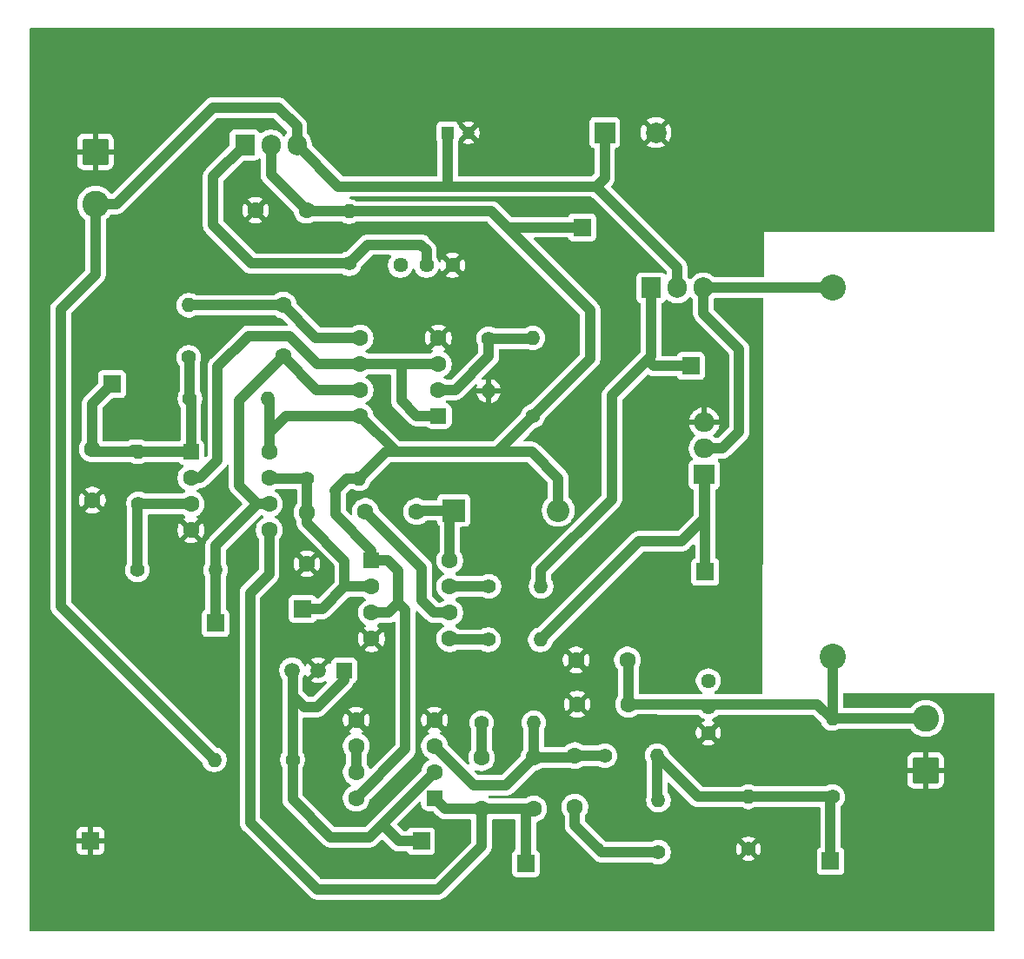
<source format=gbr>
%TF.GenerationSoftware,KiCad,Pcbnew,9.0.0*%
%TF.CreationDate,2025-06-18T22:57:56-03:00*%
%TF.ProjectId,buck_realimentada2,6275636b-5f72-4656-916c-696d656e7461,rev?*%
%TF.SameCoordinates,Original*%
%TF.FileFunction,Copper,L2,Bot*%
%TF.FilePolarity,Positive*%
%FSLAX46Y46*%
G04 Gerber Fmt 4.6, Leading zero omitted, Abs format (unit mm)*
G04 Created by KiCad (PCBNEW 9.0.0) date 2025-06-18 22:57:56*
%MOMM*%
%LPD*%
G01*
G04 APERTURE LIST*
G04 Aperture macros list*
%AMRoundRect*
0 Rectangle with rounded corners*
0 $1 Rounding radius*
0 $2 $3 $4 $5 $6 $7 $8 $9 X,Y pos of 4 corners*
0 Add a 4 corners polygon primitive as box body*
4,1,4,$2,$3,$4,$5,$6,$7,$8,$9,$2,$3,0*
0 Add four circle primitives for the rounded corners*
1,1,$1+$1,$2,$3*
1,1,$1+$1,$4,$5*
1,1,$1+$1,$6,$7*
1,1,$1+$1,$8,$9*
0 Add four rect primitives between the rounded corners*
20,1,$1+$1,$2,$3,$4,$5,0*
20,1,$1+$1,$4,$5,$6,$7,0*
20,1,$1+$1,$6,$7,$8,$9,0*
20,1,$1+$1,$8,$9,$2,$3,0*%
G04 Aperture macros list end*
%TA.AperFunction,ComponentPad*%
%ADD10R,1.905000X2.000000*%
%TD*%
%TA.AperFunction,ComponentPad*%
%ADD11O,1.905000X2.000000*%
%TD*%
%TA.AperFunction,ComponentPad*%
%ADD12R,2.000000X2.000000*%
%TD*%
%TA.AperFunction,ComponentPad*%
%ADD13C,2.000000*%
%TD*%
%TA.AperFunction,ComponentPad*%
%ADD14C,1.600000*%
%TD*%
%TA.AperFunction,ComponentPad*%
%ADD15C,1.400000*%
%TD*%
%TA.AperFunction,ComponentPad*%
%ADD16O,1.400000X1.400000*%
%TD*%
%TA.AperFunction,ComponentPad*%
%ADD17R,1.700000X1.700000*%
%TD*%
%TA.AperFunction,ComponentPad*%
%ADD18R,1.500000X1.500000*%
%TD*%
%TA.AperFunction,ComponentPad*%
%ADD19C,1.500000*%
%TD*%
%TA.AperFunction,ComponentPad*%
%ADD20RoundRect,0.250000X-1.050000X1.050000X-1.050000X-1.050000X1.050000X-1.050000X1.050000X1.050000X0*%
%TD*%
%TA.AperFunction,ComponentPad*%
%ADD21C,2.600000*%
%TD*%
%TA.AperFunction,ComponentPad*%
%ADD22R,2.200000X2.200000*%
%TD*%
%TA.AperFunction,ComponentPad*%
%ADD23O,2.200000X2.200000*%
%TD*%
%TA.AperFunction,ComponentPad*%
%ADD24R,1.200000X1.200000*%
%TD*%
%TA.AperFunction,ComponentPad*%
%ADD25C,1.200000*%
%TD*%
%TA.AperFunction,ComponentPad*%
%ADD26C,1.440000*%
%TD*%
%TA.AperFunction,ComponentPad*%
%ADD27RoundRect,0.250000X1.050000X-1.050000X1.050000X1.050000X-1.050000X1.050000X-1.050000X-1.050000X0*%
%TD*%
%TA.AperFunction,ComponentPad*%
%ADD28C,2.540000*%
%TD*%
%TA.AperFunction,ComponentPad*%
%ADD29RoundRect,0.250000X0.550000X0.550000X-0.550000X0.550000X-0.550000X-0.550000X0.550000X-0.550000X0*%
%TD*%
%TA.AperFunction,ComponentPad*%
%ADD30RoundRect,0.250000X-0.550000X-0.550000X0.550000X-0.550000X0.550000X0.550000X-0.550000X0.550000X0*%
%TD*%
%TA.AperFunction,ComponentPad*%
%ADD31R,2.000000X1.905000*%
%TD*%
%TA.AperFunction,ComponentPad*%
%ADD32O,2.000000X1.905000*%
%TD*%
%TA.AperFunction,Conductor*%
%ADD33C,1.000000*%
%TD*%
%TA.AperFunction,Conductor*%
%ADD34C,0.200000*%
%TD*%
G04 APERTURE END LIST*
D10*
%TO.P,M4,1,G*%
%TO.N,Vg1*%
X159520000Y-83600000D03*
D11*
%TO.P,M4,2,D*%
%TO.N,Vin*%
X162060000Y-83600000D03*
%TO.P,M4,3,S*%
%TO.N,Vd*%
X164600000Y-83600000D03*
%TD*%
D12*
%TO.P,C2,1*%
%TO.N,Vin*%
X155000000Y-68467677D03*
D13*
%TO.P,C2,2*%
%TO.N,GND*%
X160000000Y-68467677D03*
%TD*%
D14*
%TO.P,C12,1*%
%TO.N,pwm*%
X126000000Y-105500000D03*
%TO.P,C12,2*%
%TO.N,GND*%
X126000000Y-110500000D03*
%TD*%
%TO.P,C1,1*%
%TO.N,Vout*%
X157220601Y-119882332D03*
%TO.P,C1,2*%
%TO.N,GND*%
X152220601Y-119882332D03*
%TD*%
D15*
%TO.P,R10,1*%
%TO.N,GND*%
X169000000Y-138300000D03*
D16*
%TO.P,R10,2*%
%TO.N,sampling*%
X169000000Y-133220000D03*
%TD*%
D10*
%TO.P,U4,1,ADJ*%
%TO.N,Net-(U4-ADJ)*%
X119940000Y-69680000D03*
D11*
%TO.P,U4,2,VO*%
%TO.N,VCCPWM*%
X122480000Y-69680000D03*
%TO.P,U4,3,VI*%
%TO.N,Vin*%
X125020000Y-69680000D03*
%TD*%
D17*
%TO.P,J13,1,Pin_1*%
%TO.N,Vg2*%
X164800000Y-111300000D03*
%TD*%
D14*
%TO.P,C8,1*%
%TO.N,cuadrada*%
X105100000Y-99300000D03*
%TO.P,C8,2*%
%TO.N,GND*%
X105100000Y-104300000D03*
%TD*%
D17*
%TO.P,J10,1,Pin_1*%
%TO.N,VCCPWM*%
X152804104Y-77707727D03*
%TD*%
D18*
%TO.P,U5,1,REF*%
%TO.N,Vref*%
X129630563Y-120882761D03*
D19*
%TO.P,U5,2,A*%
%TO.N,GND*%
X127090563Y-120882761D03*
%TO.P,U5,3,K*%
%TO.N,Vref*%
X124550563Y-120882761D03*
%TD*%
D14*
%TO.P,C7,1*%
%TO.N,Net-(U7A-+)*%
X152100000Y-129200000D03*
%TO.P,C7,2*%
%TO.N,Net-(C7-Pad2)*%
X152100000Y-134200000D03*
%TD*%
D20*
%TO.P,J1,1,Pin_1*%
%TO.N,GND*%
X105407500Y-70355000D03*
D21*
%TO.P,J1,2,Pin_2*%
%TO.N,Vin*%
X105407500Y-75435000D03*
%TD*%
D17*
%TO.P,J12,1,Pin_1*%
%TO.N,Vg1*%
X163390698Y-91229148D03*
%TD*%
D15*
%TO.P,R12,1*%
%TO.N,pwm*%
X126020000Y-102200000D03*
D16*
%TO.P,R12,2*%
%TO.N,VCCPWM*%
X131100000Y-102200000D03*
%TD*%
D14*
%TO.P,C13,1*%
%TO.N,VCCPWM*%
X125990000Y-76040000D03*
%TO.P,C13,2*%
%TO.N,GND*%
X120990000Y-76040000D03*
%TD*%
D22*
%TO.P,D1,1,K*%
%TO.N,Net-(D1-K)*%
X140320000Y-105300000D03*
D23*
%TO.P,D1,2,A*%
%TO.N,VCCPWM*%
X150480000Y-105300000D03*
%TD*%
D24*
%TO.P,C5,1*%
%TO.N,Vin*%
X139700000Y-68472599D03*
D25*
%TO.P,C5,2*%
%TO.N,GND*%
X141700000Y-68472599D03*
%TD*%
D26*
%TO.P,R13,1*%
%TO.N,GND*%
X140180000Y-81400000D03*
%TO.P,R13,2*%
%TO.N,Net-(U4-ADJ)*%
X137640000Y-81400000D03*
%TO.P,R13,3*%
%TO.N,N/C*%
X135100000Y-81400000D03*
%TD*%
D14*
%TO.P,C10,1*%
%TO.N,error*%
X148100000Y-134400000D03*
%TO.P,C10,2*%
%TO.N,Net-(U7A-+)*%
X148100000Y-129400000D03*
%TD*%
D15*
%TO.P,R8,1*%
%TO.N,Net-(U2A-+)*%
X109490000Y-111100000D03*
D16*
%TO.P,R8,2*%
%TO.N,Triangular*%
X117110000Y-111100000D03*
%TD*%
D15*
%TO.P,R2,1*%
%TO.N,HO*%
X143720000Y-112700000D03*
D16*
%TO.P,R2,2*%
%TO.N,Vg1*%
X148800000Y-112700000D03*
%TD*%
D17*
%TO.P,J11,1,Pin_1*%
%TO.N,Vref*%
X137126038Y-137549204D03*
%TD*%
D15*
%TO.P,R1,1*%
%TO.N,Net-(U6A--)*%
X143700000Y-88560000D03*
D16*
%TO.P,R1,2*%
%TO.N,GND*%
X143700000Y-93640000D03*
%TD*%
D14*
%TO.P,C6,1*%
%TO.N,Net-(U6B-+)*%
X123700000Y-85300000D03*
%TO.P,C6,2*%
%TO.N,Triangular*%
X123700000Y-90300000D03*
%TD*%
D27*
%TO.P,J2,1,Pin_1*%
%TO.N,GND*%
X186272500Y-130645000D03*
D21*
%TO.P,J2,2,Pin_2*%
%TO.N,Vout*%
X186272500Y-125565000D03*
%TD*%
D15*
%TO.P,R3,1*%
%TO.N,LO*%
X143660000Y-117900000D03*
D16*
%TO.P,R3,2*%
%TO.N,Vg2*%
X148740000Y-117900000D03*
%TD*%
D15*
%TO.P,R4,1*%
%TO.N,cuadrada*%
X114500000Y-90380000D03*
D16*
%TO.P,R4,2*%
%TO.N,Net-(U6B-+)*%
X114500000Y-85300000D03*
%TD*%
D14*
%TO.P,C4,1*%
%TO.N,Net-(D1-K)*%
X136700000Y-105400000D03*
%TO.P,C4,2*%
%TO.N,Net-(U1-VS)*%
X131700000Y-105400000D03*
%TD*%
D28*
%TO.P,L1,1,1*%
%TO.N,Vd*%
X177200000Y-83600000D03*
%TO.P,L1,2,2*%
%TO.N,Vout*%
X177200000Y-119600000D03*
%TD*%
D29*
%TO.P,U7,1*%
%TO.N,error*%
X138425000Y-133350000D03*
D14*
%TO.P,U7,2,-*%
%TO.N,Vref*%
X138425000Y-130810000D03*
%TO.P,U7,3,+*%
%TO.N,Net-(U7A-+)*%
X138425000Y-128270000D03*
%TO.P,U7,4,V-*%
%TO.N,GND*%
X138425000Y-125730000D03*
%TO.P,U7,5,+*%
X130805000Y-125730000D03*
%TO.P,U7,6,-*%
%TO.N,Net-(U7B--)*%
X130805000Y-128270000D03*
%TO.P,U7,7*%
X130805000Y-130810000D03*
%TO.P,U7,8,V+*%
%TO.N,VCCPWM*%
X130805000Y-133350000D03*
%TD*%
D15*
%TO.P,R6,1*%
%TO.N,VCCPWM*%
X148000000Y-96110000D03*
D16*
%TO.P,R6,2*%
%TO.N,Net-(U6A--)*%
X148000000Y-88490000D03*
%TD*%
D15*
%TO.P,R14,1*%
%TO.N,Vref*%
X124600000Y-129600000D03*
D16*
%TO.P,R14,2*%
%TO.N,Vin*%
X116980000Y-129600000D03*
%TD*%
D17*
%TO.P,J3,1,Pin_1*%
%TO.N,GND*%
X104900000Y-137500000D03*
%TD*%
D29*
%TO.P,U6,1*%
%TO.N,Net-(U2A--)*%
X138800000Y-96100000D03*
D14*
%TO.P,U6,2,-*%
%TO.N,Net-(U6A--)*%
X138800000Y-93560000D03*
%TO.P,U6,3,+*%
%TO.N,Net-(U2A--)*%
X138800000Y-91020000D03*
%TO.P,U6,4,V-*%
%TO.N,GND*%
X138800000Y-88480000D03*
%TO.P,U6,5,+*%
%TO.N,Net-(U6B-+)*%
X131180000Y-88480000D03*
%TO.P,U6,6,-*%
%TO.N,Net-(U2A--)*%
X131180000Y-91020000D03*
%TO.P,U6,7*%
%TO.N,Triangular*%
X131180000Y-93560000D03*
%TO.P,U6,8,V+*%
%TO.N,VCCPWM*%
X131180000Y-96100000D03*
%TD*%
%TO.P,C3,1*%
%TO.N,Vout*%
X157320601Y-124182332D03*
%TO.P,C3,2*%
%TO.N,GND*%
X152320601Y-124182332D03*
%TD*%
D30*
%TO.P,U1,1,VCC*%
%TO.N,VCCPWM*%
X132295000Y-110190000D03*
D14*
%TO.P,U1,2,IN*%
%TO.N,pwm*%
X132295000Y-112730000D03*
%TO.P,U1,3,~{SD}*%
%TO.N,VCCPWM*%
X132295000Y-115270000D03*
%TO.P,U1,4,COM*%
%TO.N,GND*%
X132295000Y-117810000D03*
%TO.P,U1,5,LO*%
%TO.N,LO*%
X139915000Y-117810000D03*
%TO.P,U1,6,VS*%
%TO.N,Net-(U1-VS)*%
X139915000Y-115270000D03*
%TO.P,U1,7,HO*%
%TO.N,HO*%
X139915000Y-112730000D03*
%TO.P,U1,8,VB*%
%TO.N,Net-(D1-K)*%
X139915000Y-110190000D03*
%TD*%
D15*
%TO.P,R9,1*%
%TO.N,sampling*%
X177200000Y-133210000D03*
D16*
%TO.P,R9,2*%
%TO.N,Vout*%
X177200000Y-125590000D03*
%TD*%
D17*
%TO.P,J5,1,Pin_1*%
%TO.N,pwm*%
X125600000Y-114900000D03*
%TD*%
%TO.P,J14,1,Pin_1*%
%TO.N,cuadrada*%
X107000000Y-93000000D03*
%TD*%
D15*
%TO.P,R5,1*%
%TO.N,Net-(U4-ADJ)*%
X130100000Y-81240000D03*
D16*
%TO.P,R5,2*%
%TO.N,VCCPWM*%
X130100000Y-76160000D03*
%TD*%
D15*
%TO.P,R15,1*%
%TO.N,Net-(U7A-+)*%
X155020000Y-129200000D03*
D16*
%TO.P,R15,2*%
%TO.N,sampling*%
X160100000Y-129200000D03*
%TD*%
D14*
%TO.P,C9,1*%
%TO.N,error*%
X143000000Y-134400000D03*
%TO.P,C9,2*%
%TO.N,Net-(C9-Pad2)*%
X143000000Y-129400000D03*
%TD*%
D17*
%TO.P,J6,1,Pin_1*%
%TO.N,Triangular*%
X117100000Y-116300000D03*
%TD*%
D30*
%TO.P,U2,1*%
%TO.N,cuadrada*%
X114695000Y-99590000D03*
D14*
%TO.P,U2,2,-*%
%TO.N,Net-(U2A--)*%
X114695000Y-102130000D03*
%TO.P,U2,3,+*%
%TO.N,Net-(U2A-+)*%
X114695000Y-104670000D03*
%TO.P,U2,4,V-*%
%TO.N,GND*%
X114695000Y-107210000D03*
%TO.P,U2,5,+*%
%TO.N,error*%
X122315000Y-107210000D03*
%TO.P,U2,6,-*%
%TO.N,Triangular*%
X122315000Y-104670000D03*
%TO.P,U2,7*%
%TO.N,pwm*%
X122315000Y-102130000D03*
%TO.P,U2,8,V+*%
%TO.N,VCCPWM*%
X122315000Y-99590000D03*
%TD*%
D17*
%TO.P,J4,1,Pin_1*%
%TO.N,error*%
X147320000Y-139700000D03*
%TD*%
D15*
%TO.P,R16,1*%
%TO.N,Net-(C7-Pad2)*%
X160239398Y-138620328D03*
D16*
%TO.P,R16,2*%
%TO.N,sampling*%
X160239398Y-133540328D03*
%TD*%
D15*
%TO.P,R7,1*%
%TO.N,Net-(U2A-+)*%
X109600000Y-104640000D03*
D16*
%TO.P,R7,2*%
%TO.N,cuadrada*%
X109600000Y-99560000D03*
%TD*%
D15*
%TO.P,R17,1*%
%TO.N,Net-(C9-Pad2)*%
X143020000Y-126000000D03*
D16*
%TO.P,R17,2*%
%TO.N,Net-(U7A-+)*%
X148100000Y-126000000D03*
%TD*%
D17*
%TO.P,J15,1,Pin_1*%
%TO.N,sampling*%
X177000000Y-139500000D03*
%TD*%
D31*
%TO.P,M3,1,G*%
%TO.N,Vg2*%
X164700000Y-101800000D03*
D32*
%TO.P,M3,2,D*%
%TO.N,Vd*%
X164700000Y-99260000D03*
%TO.P,M3,3,S*%
%TO.N,GND*%
X164700000Y-96720000D03*
%TD*%
D15*
%TO.P,R11,1*%
%TO.N,cuadrada*%
X114600000Y-94400000D03*
D16*
%TO.P,R11,2*%
%TO.N,VCCPWM*%
X122220000Y-94400000D03*
%TD*%
D26*
%TO.P,Rc1,1*%
%TO.N,GND*%
X165100000Y-127000000D03*
%TO.P,Rc1,2*%
%TO.N,Vout*%
X165100000Y-124460000D03*
%TO.P,Rc1,3*%
%TO.N,N/C*%
X165100000Y-121920000D03*
%TD*%
D33*
%TO.N,Vin*%
X155000000Y-68467677D02*
X155000000Y-72900000D01*
X155000000Y-72900000D02*
X154180000Y-73720000D01*
X102027401Y-114592599D02*
X102027401Y-90700000D01*
X139700000Y-73720000D02*
X139700000Y-68472599D01*
X140340000Y-73720000D02*
X154180000Y-73720000D01*
X105407500Y-82292500D02*
X105407500Y-75435000D01*
X102000000Y-114620000D02*
X116980000Y-129600000D01*
X140340000Y-73720000D02*
X129060000Y-73720000D01*
X154995078Y-68472599D02*
X155000000Y-68467677D01*
X125020000Y-67870000D02*
X123190000Y-66040000D01*
X102000000Y-85700000D02*
X105407500Y-82292500D01*
X162060000Y-81600000D02*
X162060000Y-83600000D01*
X102027401Y-85727401D02*
X102000000Y-85700000D01*
X102027401Y-90700000D02*
X102027401Y-85727401D01*
X116840000Y-66040000D02*
X123190000Y-66040000D01*
X102000000Y-114620000D02*
X102027401Y-114592599D01*
X154180000Y-73720000D02*
X162060000Y-81600000D01*
X125020000Y-69680000D02*
X125020000Y-67870000D01*
X105407500Y-75435000D02*
X107445000Y-75435000D01*
X129060000Y-73720000D02*
X125020000Y-69680000D01*
X139700000Y-73720000D02*
X140340000Y-73720000D01*
X107445000Y-75435000D02*
X116840000Y-66040000D01*
%TO.N,Vg1*%
X159520000Y-90280000D02*
X159520000Y-83600000D01*
X159190000Y-90610000D02*
X159809148Y-91229148D01*
X148800000Y-111100000D02*
X148800000Y-112700000D01*
X155700000Y-104200000D02*
X148800000Y-111100000D01*
X155700000Y-104200000D02*
X155700000Y-94100000D01*
X159190000Y-90610000D02*
X159520000Y-90280000D01*
X155700000Y-94100000D02*
X159190000Y-90610000D01*
X159809148Y-91229148D02*
X163390698Y-91229148D01*
%TO.N,HO*%
X139945000Y-112700000D02*
X139915000Y-112730000D01*
X143720000Y-112700000D02*
X139945000Y-112700000D01*
%TO.N,Vout*%
X186272500Y-125565000D02*
X177225000Y-125565000D01*
X177090000Y-125590000D02*
X177200000Y-125590000D01*
X175700000Y-124200000D02*
X177090000Y-125590000D01*
X157320601Y-119982332D02*
X157220601Y-119882332D01*
X160240000Y-124200000D02*
X175700000Y-124200000D01*
X177225000Y-125565000D02*
X177200000Y-125590000D01*
X157320601Y-124182332D02*
X160222332Y-124182332D01*
X160222332Y-124182332D02*
X160240000Y-124200000D01*
X157320601Y-124182332D02*
X157320601Y-119982332D01*
X177200000Y-119600000D02*
X177200000Y-125590000D01*
%TO.N,Net-(C9-Pad2)*%
X143000000Y-129400000D02*
X143000000Y-126020000D01*
X143000000Y-126020000D02*
X143020000Y-126000000D01*
D34*
%TO.N,sampling*%
X160239398Y-133540328D02*
X160100000Y-133400930D01*
D33*
X177000000Y-133410000D02*
X177200000Y-133210000D01*
X169000000Y-133220000D02*
X164120000Y-133220000D01*
X164120000Y-133220000D02*
X160100000Y-129200000D01*
X177000000Y-139500000D02*
X177000000Y-133410000D01*
X169010000Y-133210000D02*
X169000000Y-133220000D01*
X160100000Y-133400930D02*
X160100000Y-129200000D01*
X177200000Y-133210000D02*
X169010000Y-133210000D01*
%TO.N,Net-(C7-Pad2)*%
X154100000Y-138000000D02*
X154414678Y-138314678D01*
X152100000Y-136000000D02*
X154100000Y-138000000D01*
X152100000Y-134200000D02*
X152100000Y-136000000D01*
X154100000Y-138000000D02*
X154720328Y-138620328D01*
X154720328Y-138620328D02*
X160239398Y-138620328D01*
%TO.N,VCCPWM*%
X135601099Y-128553901D02*
X135601099Y-115001099D01*
X125990000Y-76040000D02*
X122480000Y-72530000D01*
X143600000Y-99600000D02*
X144510000Y-99600000D01*
X148000000Y-96110000D02*
X153600000Y-90510000D01*
X122315000Y-99590000D02*
X122315000Y-97705000D01*
X134900000Y-111200000D02*
X133890000Y-110190000D01*
X128800000Y-105700000D02*
X128800000Y-103500000D01*
X122315000Y-99590000D02*
X122315000Y-94495000D01*
X122220000Y-99495000D02*
X122315000Y-99590000D01*
X130805000Y-133350000D02*
X135601099Y-128553901D01*
X133890000Y-110190000D02*
X132295000Y-110190000D01*
X132295000Y-115270000D02*
X133930000Y-115270000D01*
X153600000Y-85800000D02*
X145660000Y-77860000D01*
X150480000Y-102180000D02*
X147900000Y-99600000D01*
X122315000Y-94495000D02*
X122220000Y-94400000D01*
X128800000Y-103500000D02*
X128700000Y-103400000D01*
X122480000Y-72530000D02*
X122480000Y-69680000D01*
X145660000Y-77860000D02*
X143960000Y-76160000D01*
X128700000Y-103400000D02*
X129900000Y-102200000D01*
X134900000Y-114300000D02*
X134900000Y-111200000D01*
X147900000Y-99600000D02*
X143600000Y-99600000D01*
X134680000Y-99600000D02*
X134800000Y-99600000D01*
X145660000Y-77860000D02*
X145812273Y-77707727D01*
X131100000Y-102200000D02*
X133700000Y-99600000D01*
X131180000Y-96100000D02*
X134680000Y-99600000D01*
X122315000Y-97705000D02*
X123920000Y-96100000D01*
X134680000Y-99600000D02*
X143600000Y-99600000D01*
X133700000Y-99600000D02*
X134800000Y-99600000D01*
X144510000Y-99600000D02*
X148000000Y-96110000D01*
X133930000Y-115270000D02*
X134900000Y-114300000D01*
X130100000Y-76160000D02*
X126110000Y-76160000D01*
X123920000Y-96100000D02*
X131180000Y-96100000D01*
X153600000Y-90510000D02*
X153600000Y-85800000D01*
X130100000Y-76160000D02*
X143960000Y-76160000D01*
X129900000Y-102200000D02*
X131100000Y-102200000D01*
X150480000Y-105300000D02*
X150480000Y-102180000D01*
X126110000Y-76160000D02*
X125990000Y-76040000D01*
X145812273Y-77707727D02*
X152804104Y-77707727D01*
X135601099Y-115001099D02*
X134900000Y-114300000D01*
%TO.N,pwm*%
X126020000Y-102200000D02*
X122385000Y-102200000D01*
X125600000Y-114900000D02*
X127500000Y-114900000D01*
X126000000Y-102220000D02*
X126020000Y-102200000D01*
X126000000Y-106542466D02*
X126000000Y-105500000D01*
X126020000Y-102200000D02*
X126020000Y-105480000D01*
X129670000Y-112730000D02*
X129670000Y-110212466D01*
X126020000Y-105480000D02*
X126000000Y-105500000D01*
X132295000Y-112730000D02*
X131630000Y-112730000D01*
X127500000Y-114900000D02*
X129670000Y-112730000D01*
X129670000Y-110212466D02*
X126000000Y-106542466D01*
X129670000Y-112730000D02*
X132295000Y-112730000D01*
X122385000Y-102200000D02*
X122315000Y-102130000D01*
%TO.N,cuadrada*%
X114600000Y-90480000D02*
X114500000Y-90380000D01*
X109490000Y-99770000D02*
X109100000Y-99380000D01*
X114500000Y-94300000D02*
X114600000Y-94400000D01*
X105100000Y-94900000D02*
X107000000Y-93000000D01*
X114695000Y-99590000D02*
X114390000Y-99590000D01*
X114695000Y-99590000D02*
X114695000Y-94495000D01*
X114600000Y-94400000D02*
X114600000Y-90480000D01*
X109600000Y-99560000D02*
X114665000Y-99560000D01*
X114665000Y-99560000D02*
X114695000Y-99590000D01*
X109600000Y-99560000D02*
X105360000Y-99560000D01*
X105360000Y-99560000D02*
X105100000Y-99300000D01*
X105100000Y-99300000D02*
X105100000Y-94900000D01*
X114695000Y-94495000D02*
X114600000Y-94400000D01*
%TO.N,Net-(U2A-+)*%
X114695000Y-104670000D02*
X109630000Y-104670000D01*
X109490000Y-111100000D02*
X109490000Y-104750000D01*
X109630000Y-104670000D02*
X109600000Y-104640000D01*
X109490000Y-104750000D02*
X109600000Y-104640000D01*
%TO.N,Triangular*%
X121170000Y-104670000D02*
X119400000Y-102900000D01*
X131180000Y-93560000D02*
X126960000Y-93560000D01*
X123500000Y-90300000D02*
X123700000Y-90300000D01*
X117100000Y-116300000D02*
X117100000Y-111110000D01*
X126960000Y-93560000D02*
X123700000Y-90300000D01*
X117100000Y-111110000D02*
X117110000Y-111100000D01*
X119400000Y-94600000D02*
X123700000Y-90300000D01*
X122315000Y-104670000D02*
X121170000Y-104670000D01*
X117110000Y-111100000D02*
X117110000Y-108730000D01*
X119400000Y-102900000D02*
X119400000Y-94600000D01*
X117110000Y-108730000D02*
X121170000Y-104670000D01*
%TO.N,LO*%
X140005000Y-117900000D02*
X139915000Y-117810000D01*
X143660000Y-117900000D02*
X140005000Y-117900000D01*
%TO.N,Vg2*%
X148740000Y-117900000D02*
X158340000Y-108300000D01*
X164800000Y-101900000D02*
X164700000Y-101800000D01*
X158340000Y-108300000D02*
X162500000Y-108300000D01*
X162500000Y-108300000D02*
X164700000Y-106100000D01*
X164800000Y-111300000D02*
X164800000Y-101900000D01*
X164900000Y-111300000D02*
X164700000Y-111100000D01*
X164700000Y-106100000D02*
X164700000Y-101800000D01*
%TO.N,Net-(U1-VS)*%
X138370000Y-115270000D02*
X139915000Y-115270000D01*
X137200000Y-110900000D02*
X137200000Y-114100000D01*
X131700000Y-105400000D02*
X137200000Y-110900000D01*
X137200000Y-114100000D02*
X138370000Y-115270000D01*
%TO.N,Net-(D1-K)*%
X139915000Y-105705000D02*
X140320000Y-105300000D01*
X136800000Y-105300000D02*
X136700000Y-105400000D01*
X140320000Y-105300000D02*
X136800000Y-105300000D01*
X139915000Y-110190000D02*
X139915000Y-105705000D01*
%TO.N,error*%
X147320000Y-134400000D02*
X147320000Y-139700000D01*
X147320000Y-134400000D02*
X148100000Y-134400000D01*
X127000000Y-142240000D02*
X138810000Y-142240000D01*
X138810000Y-142240000D02*
X143000000Y-138050000D01*
X143000000Y-138050000D02*
X143000000Y-134400000D01*
X122315000Y-111485000D02*
X120453590Y-113346410D01*
X143000000Y-134400000D02*
X147320000Y-134400000D01*
X122315000Y-107210000D02*
X122315000Y-111485000D01*
X143000000Y-134400000D02*
X139475000Y-134400000D01*
X120453590Y-113346410D02*
X120453590Y-135693590D01*
X139475000Y-134400000D02*
X138425000Y-133350000D01*
X120453590Y-135693590D02*
X127000000Y-142240000D01*
%TO.N,Net-(U2A--)*%
X127020000Y-91020000D02*
X124300000Y-88300000D01*
X120300000Y-88300000D02*
X117300000Y-91300000D01*
X138800000Y-96100000D02*
X136700000Y-96100000D01*
X136700000Y-96100000D02*
X135200000Y-94600000D01*
X124300000Y-88300000D02*
X120300000Y-88300000D01*
X131180000Y-91020000D02*
X127020000Y-91020000D01*
X117300000Y-100400000D02*
X115570000Y-102130000D01*
X115570000Y-102130000D02*
X114695000Y-102130000D01*
X131180000Y-91020000D02*
X135200000Y-91020000D01*
X135200000Y-91020000D02*
X138800000Y-91020000D01*
X117300000Y-91300000D02*
X117300000Y-100400000D01*
X135200000Y-94600000D02*
X135200000Y-91020000D01*
%TO.N,Vref*%
X133350000Y-135890000D02*
X138425000Y-130815000D01*
X124600000Y-123190000D02*
X124600000Y-123330000D01*
X129630563Y-121829437D02*
X129630563Y-120882761D01*
X135009204Y-137549204D02*
X137126038Y-137549204D01*
X124600000Y-133456770D02*
X128303230Y-137160000D01*
X124600000Y-124460000D02*
X124600000Y-123190000D01*
X125730000Y-124460000D02*
X127000000Y-124460000D01*
X124600000Y-129600000D02*
X124600000Y-124460000D01*
X124600000Y-123330000D02*
X125730000Y-124460000D01*
X138425000Y-130815000D02*
X138425000Y-130810000D01*
X124600000Y-129600000D02*
X124600000Y-133456770D01*
X127000000Y-124460000D02*
X129630563Y-121829437D01*
X132080000Y-137160000D02*
X133350000Y-135890000D01*
X133350000Y-135890000D02*
X135009204Y-137549204D01*
X124600000Y-123190000D02*
X124600000Y-121333753D01*
X128303230Y-137160000D02*
X132080000Y-137160000D01*
%TO.N,Vd*%
X168100000Y-89600000D02*
X168100000Y-97600000D01*
X177200000Y-83600000D02*
X164600000Y-83600000D01*
X164600000Y-86100000D02*
X168100000Y-89600000D01*
X164600000Y-83600000D02*
X164600000Y-86100000D01*
X168100000Y-97600000D02*
X166440000Y-99260000D01*
X166440000Y-99260000D02*
X164700000Y-99260000D01*
%TO.N,Net-(U4-ADJ)*%
X137100000Y-79400000D02*
X131940000Y-79400000D01*
X116840000Y-72780000D02*
X119940000Y-69680000D01*
X137640000Y-81400000D02*
X137640000Y-79940000D01*
X137640000Y-79940000D02*
X137100000Y-79400000D01*
X130100000Y-81240000D02*
X120610000Y-81240000D01*
X131940000Y-79400000D02*
X130100000Y-81240000D01*
X116840000Y-77470000D02*
X116840000Y-72780000D01*
X120610000Y-81240000D02*
X116840000Y-77470000D01*
%TO.N,Net-(U7A-+)*%
X148100000Y-129400000D02*
X145420000Y-132080000D01*
X142235000Y-132080000D02*
X138425000Y-128270000D01*
X148100000Y-129400000D02*
X151900000Y-129400000D01*
X145420000Y-132080000D02*
X142235000Y-132080000D01*
X151900000Y-129400000D02*
X152100000Y-129200000D01*
X148100000Y-129400000D02*
X148100000Y-126000000D01*
X155020000Y-129200000D02*
X152100000Y-129200000D01*
%TO.N,Net-(U6A--)*%
X147930000Y-88560000D02*
X148000000Y-88490000D01*
X138800000Y-93560000D02*
X140440000Y-93560000D01*
X143700000Y-90300000D02*
X143700000Y-88560000D01*
X140440000Y-93560000D02*
X143700000Y-90300000D01*
X143700000Y-88560000D02*
X147930000Y-88560000D01*
%TO.N,Net-(U7B--)*%
X130805000Y-128270000D02*
X130805000Y-130810000D01*
%TO.N,Net-(U6B-+)*%
X131180000Y-88480000D02*
X126880000Y-88480000D01*
X126880000Y-88480000D02*
X123700000Y-85300000D01*
X114500000Y-85300000D02*
X123700000Y-85300000D01*
%TO.N,VCCPWM*%
X132295000Y-109195000D02*
X128800000Y-105700000D01*
X132295000Y-110190000D02*
X132295000Y-109195000D01*
%TD*%
%TA.AperFunction,Conductor*%
%TO.N,GND*%
G36*
X192922539Y-58320185D02*
G01*
X192968294Y-58372989D01*
X192979500Y-58424500D01*
X192979500Y-78076000D01*
X192959815Y-78143039D01*
X192907011Y-78188794D01*
X192855500Y-78200000D01*
X170499999Y-78200000D01*
X170484762Y-82475942D01*
X170464839Y-82542911D01*
X170411872Y-82588477D01*
X170360763Y-82599500D01*
X165753214Y-82599500D01*
X165686175Y-82579815D01*
X165665533Y-82563181D01*
X165546568Y-82444216D01*
X165546566Y-82444214D01*
X165361538Y-82309783D01*
X165340662Y-82299146D01*
X165157755Y-82205950D01*
X164940248Y-82135278D01*
X164754812Y-82105908D01*
X164714354Y-82099500D01*
X164485646Y-82099500D01*
X164445188Y-82105908D01*
X164259753Y-82135278D01*
X164259750Y-82135278D01*
X164042244Y-82205950D01*
X163838461Y-82309783D01*
X163772550Y-82357671D01*
X163653434Y-82444214D01*
X163653432Y-82444216D01*
X163653431Y-82444216D01*
X163491715Y-82605932D01*
X163430318Y-82690438D01*
X163411707Y-82704788D01*
X163396169Y-82722422D01*
X163384550Y-82725728D01*
X163374987Y-82733103D01*
X163351575Y-82735113D01*
X163328968Y-82741548D01*
X163317406Y-82738048D01*
X163305374Y-82739082D01*
X163284588Y-82728114D01*
X163262095Y-82721306D01*
X163250180Y-82709959D01*
X163243579Y-82706476D01*
X163235615Y-82697972D01*
X163232496Y-82694311D01*
X163168286Y-82605934D01*
X163093322Y-82530970D01*
X163090115Y-82527206D01*
X163077803Y-82499642D01*
X163063334Y-82473144D01*
X163062499Y-82465379D01*
X163061620Y-82463411D01*
X163062011Y-82460841D01*
X163060500Y-82446786D01*
X163060500Y-81501456D01*
X163027286Y-81334481D01*
X163022051Y-81308164D01*
X163020320Y-81303984D01*
X162999961Y-81254833D01*
X162946635Y-81126092D01*
X162946628Y-81126079D01*
X162837139Y-80962218D01*
X162837136Y-80962214D01*
X162694686Y-80819764D01*
X162694655Y-80819735D01*
X155682601Y-73807681D01*
X155649116Y-73746358D01*
X155654100Y-73676666D01*
X155682600Y-73632320D01*
X155777139Y-73537782D01*
X155886632Y-73373914D01*
X155962051Y-73191835D01*
X155966836Y-73167782D01*
X156000500Y-72998540D01*
X156000500Y-72801460D01*
X156000500Y-70084652D01*
X156020185Y-70017614D01*
X156072989Y-69971859D01*
X156100135Y-69964413D01*
X156099932Y-69963553D01*
X156107479Y-69961769D01*
X156107481Y-69961768D01*
X156107483Y-69961768D01*
X156242331Y-69911473D01*
X156357546Y-69825223D01*
X156443796Y-69710008D01*
X156494091Y-69575160D01*
X156500500Y-69515550D01*
X156500499Y-68349624D01*
X158500000Y-68349624D01*
X158500000Y-68585729D01*
X158536934Y-68818924D01*
X158609897Y-69043479D01*
X158717087Y-69253851D01*
X158777338Y-69336781D01*
X158777340Y-69336782D01*
X159517037Y-68597085D01*
X159534075Y-68660670D01*
X159599901Y-68774684D01*
X159692993Y-68867776D01*
X159807007Y-68933602D01*
X159870590Y-68950639D01*
X159130893Y-69690335D01*
X159213828Y-69750591D01*
X159424197Y-69857779D01*
X159648752Y-69930742D01*
X159648751Y-69930742D01*
X159881948Y-69967677D01*
X160118052Y-69967677D01*
X160351247Y-69930742D01*
X160575802Y-69857779D01*
X160786163Y-69750595D01*
X160786169Y-69750591D01*
X160869104Y-69690335D01*
X160869105Y-69690335D01*
X160129408Y-68950639D01*
X160192993Y-68933602D01*
X160307007Y-68867776D01*
X160400099Y-68774684D01*
X160465925Y-68660670D01*
X160482962Y-68597086D01*
X161222658Y-69336782D01*
X161222658Y-69336781D01*
X161282914Y-69253846D01*
X161282918Y-69253840D01*
X161390102Y-69043479D01*
X161463065Y-68818924D01*
X161500000Y-68585729D01*
X161500000Y-68349624D01*
X161463065Y-68116429D01*
X161390102Y-67891874D01*
X161282914Y-67681505D01*
X161222658Y-67598571D01*
X161222658Y-67598570D01*
X160482962Y-68338267D01*
X160465925Y-68274684D01*
X160400099Y-68160670D01*
X160307007Y-68067578D01*
X160192993Y-68001752D01*
X160129409Y-67984714D01*
X160869105Y-67245017D01*
X160869104Y-67245015D01*
X160786174Y-67184764D01*
X160575802Y-67077574D01*
X160351247Y-67004611D01*
X160351248Y-67004611D01*
X160118052Y-66967677D01*
X159881948Y-66967677D01*
X159648752Y-67004611D01*
X159424197Y-67077574D01*
X159213830Y-67184761D01*
X159130894Y-67245017D01*
X159870591Y-67984714D01*
X159807007Y-68001752D01*
X159692993Y-68067578D01*
X159599901Y-68160670D01*
X159534075Y-68274684D01*
X159517037Y-68338268D01*
X158777340Y-67598571D01*
X158717084Y-67681507D01*
X158609897Y-67891874D01*
X158536934Y-68116429D01*
X158500000Y-68349624D01*
X156500499Y-68349624D01*
X156500499Y-67419805D01*
X156494091Y-67360194D01*
X156494090Y-67360191D01*
X156484922Y-67335608D01*
X156443797Y-67225348D01*
X156443793Y-67225341D01*
X156357547Y-67110132D01*
X156357544Y-67110129D01*
X156242335Y-67023883D01*
X156242328Y-67023879D01*
X156107482Y-66973585D01*
X156107483Y-66973585D01*
X156047883Y-66967178D01*
X156047881Y-66967177D01*
X156047873Y-66967177D01*
X156047864Y-66967177D01*
X153952129Y-66967177D01*
X153952123Y-66967178D01*
X153892516Y-66973585D01*
X153757671Y-67023879D01*
X153757664Y-67023883D01*
X153642455Y-67110129D01*
X153642452Y-67110132D01*
X153556206Y-67225341D01*
X153556202Y-67225348D01*
X153505908Y-67360194D01*
X153502050Y-67396086D01*
X153499501Y-67419800D01*
X153499500Y-67419812D01*
X153499500Y-69515547D01*
X153499501Y-69515553D01*
X153505908Y-69575160D01*
X153556202Y-69710005D01*
X153556206Y-69710012D01*
X153642452Y-69825221D01*
X153642455Y-69825224D01*
X153757664Y-69911470D01*
X153757671Y-69911474D01*
X153892517Y-69961768D01*
X153900062Y-69963551D01*
X153899523Y-69965828D01*
X153953287Y-69988085D01*
X153993147Y-70045470D01*
X153999500Y-70084652D01*
X153999500Y-72434218D01*
X153990855Y-72463658D01*
X153984332Y-72493645D01*
X153980577Y-72498660D01*
X153979815Y-72501257D01*
X153963181Y-72521899D01*
X153801899Y-72683181D01*
X153740576Y-72716666D01*
X153714218Y-72719500D01*
X140824500Y-72719500D01*
X140757461Y-72699815D01*
X140711706Y-72647011D01*
X140700500Y-72595500D01*
X140700500Y-69414037D01*
X140702012Y-69408888D01*
X141117261Y-69408888D01*
X141117262Y-69408889D01*
X141123471Y-69413400D01*
X141277742Y-69492007D01*
X141442415Y-69545513D01*
X141613429Y-69572599D01*
X141786571Y-69572599D01*
X141957584Y-69545513D01*
X142122257Y-69492007D01*
X142276525Y-69413402D01*
X142282736Y-69408888D01*
X142282737Y-69408888D01*
X141700001Y-68826152D01*
X141700000Y-68826152D01*
X141117261Y-69408888D01*
X140702012Y-69408888D01*
X140720185Y-69346998D01*
X140725234Y-69339725D01*
X140727438Y-69336781D01*
X140743796Y-69314930D01*
X140794091Y-69180082D01*
X140800500Y-69120472D01*
X140800499Y-69069904D01*
X140820182Y-69002868D01*
X140836818Y-68982225D01*
X141346446Y-68472599D01*
X141346446Y-68472598D01*
X141306951Y-68433103D01*
X141400000Y-68433103D01*
X141400000Y-68512095D01*
X141420444Y-68588395D01*
X141459940Y-68656804D01*
X141515795Y-68712659D01*
X141584204Y-68752155D01*
X141660504Y-68772599D01*
X141739496Y-68772599D01*
X141815796Y-68752155D01*
X141884205Y-68712659D01*
X141940060Y-68656804D01*
X141979556Y-68588395D01*
X142000000Y-68512095D01*
X142000000Y-68472598D01*
X142053553Y-68472598D01*
X142053553Y-68472600D01*
X142636289Y-69055336D01*
X142636289Y-69055335D01*
X142640803Y-69049124D01*
X142719408Y-68894856D01*
X142772914Y-68730183D01*
X142800000Y-68559170D01*
X142800000Y-68386026D01*
X142772914Y-68215014D01*
X142719408Y-68050341D01*
X142640801Y-67896070D01*
X142636290Y-67889861D01*
X142636289Y-67889860D01*
X142053553Y-68472598D01*
X142000000Y-68472598D01*
X142000000Y-68433103D01*
X141979556Y-68356803D01*
X141940060Y-68288394D01*
X141884205Y-68232539D01*
X141815796Y-68193043D01*
X141739496Y-68172599D01*
X141660504Y-68172599D01*
X141584204Y-68193043D01*
X141515795Y-68232539D01*
X141459940Y-68288394D01*
X141420444Y-68356803D01*
X141400000Y-68433103D01*
X141306951Y-68433103D01*
X140836818Y-67962970D01*
X140803333Y-67901647D01*
X140800499Y-67875289D01*
X140800499Y-67824728D01*
X140800498Y-67824722D01*
X140800497Y-67824715D01*
X140794091Y-67765116D01*
X140743796Y-67630268D01*
X140743794Y-67630265D01*
X140743793Y-67630263D01*
X140673457Y-67536307D01*
X141117261Y-67536307D01*
X141117261Y-67536308D01*
X141700000Y-68119045D01*
X141700001Y-68119045D01*
X142282737Y-67536308D01*
X142276525Y-67531795D01*
X142122259Y-67453191D01*
X141957584Y-67399684D01*
X141786571Y-67372599D01*
X141613429Y-67372599D01*
X141442415Y-67399684D01*
X141277740Y-67453191D01*
X141123480Y-67531792D01*
X141123463Y-67531802D01*
X141117261Y-67536307D01*
X140673457Y-67536307D01*
X140657547Y-67515054D01*
X140657544Y-67515051D01*
X140542335Y-67428805D01*
X140542328Y-67428801D01*
X140407482Y-67378507D01*
X140407483Y-67378507D01*
X140347883Y-67372100D01*
X140347881Y-67372099D01*
X140347873Y-67372099D01*
X140347864Y-67372099D01*
X139052129Y-67372099D01*
X139052123Y-67372100D01*
X138992516Y-67378507D01*
X138857671Y-67428801D01*
X138857664Y-67428805D01*
X138742455Y-67515051D01*
X138742452Y-67515054D01*
X138656206Y-67630263D01*
X138656202Y-67630270D01*
X138605908Y-67765116D01*
X138599501Y-67824715D01*
X138599501Y-67824722D01*
X138599500Y-67824734D01*
X138599500Y-69120469D01*
X138599501Y-69120475D01*
X138605908Y-69180082D01*
X138656203Y-69314928D01*
X138674766Y-69339725D01*
X138699184Y-69405189D01*
X138699500Y-69414037D01*
X138699500Y-72595500D01*
X138679815Y-72662539D01*
X138627011Y-72708294D01*
X138575500Y-72719500D01*
X129525782Y-72719500D01*
X129458743Y-72699815D01*
X129438101Y-72683181D01*
X126509319Y-69754399D01*
X126475834Y-69693076D01*
X126473000Y-69666718D01*
X126473000Y-69518146D01*
X126468860Y-69492007D01*
X126437222Y-69292255D01*
X126437221Y-69292251D01*
X126437221Y-69292250D01*
X126366549Y-69074744D01*
X126329926Y-69002868D01*
X126262717Y-68870962D01*
X126128286Y-68685934D01*
X126056819Y-68614467D01*
X126023334Y-68553144D01*
X126020500Y-68526786D01*
X126020500Y-67771456D01*
X125982052Y-67578170D01*
X125982051Y-67578169D01*
X125982051Y-67578165D01*
X125982049Y-67578160D01*
X125906635Y-67396092D01*
X125906628Y-67396079D01*
X125797139Y-67232218D01*
X125797136Y-67232214D01*
X125654686Y-67089764D01*
X125654655Y-67089735D01*
X123971479Y-65406559D01*
X123971459Y-65406537D01*
X123827785Y-65262863D01*
X123827781Y-65262860D01*
X123663916Y-65153369D01*
X123663911Y-65153366D01*
X123591315Y-65123296D01*
X123535165Y-65100038D01*
X123481836Y-65077949D01*
X123481832Y-65077948D01*
X123481828Y-65077946D01*
X123385188Y-65058724D01*
X123288544Y-65039500D01*
X123288541Y-65039500D01*
X116938540Y-65039500D01*
X116741459Y-65039500D01*
X116741456Y-65039500D01*
X116548171Y-65077946D01*
X116548167Y-65077948D01*
X116548165Y-65077948D01*
X116548164Y-65077949D01*
X116472745Y-65109188D01*
X116472743Y-65109189D01*
X116366085Y-65153368D01*
X116366085Y-65153369D01*
X116366084Y-65153369D01*
X116202222Y-65262857D01*
X116202214Y-65262863D01*
X107066899Y-74398181D01*
X107039971Y-74412884D01*
X107014153Y-74429477D01*
X107007952Y-74430368D01*
X107005576Y-74431666D01*
X106979218Y-74434500D01*
X106970419Y-74434500D01*
X106903380Y-74414815D01*
X106872043Y-74385986D01*
X106850401Y-74357782D01*
X106764092Y-74245301D01*
X106764087Y-74245295D01*
X106597204Y-74078412D01*
X106597197Y-74078406D01*
X106409954Y-73934730D01*
X106409953Y-73934729D01*
X106409950Y-73934727D01*
X106328457Y-73887677D01*
X106205556Y-73816719D01*
X106205545Y-73816714D01*
X105987493Y-73726394D01*
X105759510Y-73665306D01*
X105525520Y-73634501D01*
X105525517Y-73634500D01*
X105525511Y-73634500D01*
X105289489Y-73634500D01*
X105289483Y-73634500D01*
X105289479Y-73634501D01*
X105055489Y-73665306D01*
X104827506Y-73726394D01*
X104609454Y-73816714D01*
X104609443Y-73816719D01*
X104405045Y-73934730D01*
X104217802Y-74078406D01*
X104217795Y-74078412D01*
X104050912Y-74245295D01*
X104050906Y-74245302D01*
X103907230Y-74432545D01*
X103789219Y-74636943D01*
X103789214Y-74636954D01*
X103698894Y-74855006D01*
X103637806Y-75082989D01*
X103607001Y-75316979D01*
X103607000Y-75316995D01*
X103607000Y-75553004D01*
X103607001Y-75553020D01*
X103631035Y-75735582D01*
X103637807Y-75787014D01*
X103664225Y-75885606D01*
X103698894Y-76014993D01*
X103789214Y-76233045D01*
X103789219Y-76233056D01*
X103840357Y-76321628D01*
X103907227Y-76437450D01*
X103907229Y-76437453D01*
X103907230Y-76437454D01*
X104050906Y-76624697D01*
X104050912Y-76624704D01*
X104217795Y-76791587D01*
X104217802Y-76791593D01*
X104358486Y-76899543D01*
X104399689Y-76955971D01*
X104407000Y-76997919D01*
X104407000Y-81826717D01*
X104387315Y-81893756D01*
X104370680Y-81914398D01*
X101362219Y-84922861D01*
X101292539Y-84992541D01*
X101222859Y-85062220D01*
X101113372Y-85226079D01*
X101113367Y-85226089D01*
X101037949Y-85408163D01*
X101037947Y-85408171D01*
X100999500Y-85601455D01*
X100999500Y-85601460D01*
X100999500Y-85798540D01*
X100999500Y-85798542D01*
X100999499Y-85798542D01*
X101024518Y-85924313D01*
X101026901Y-85948505D01*
X101026901Y-114371494D01*
X101024518Y-114395685D01*
X100999500Y-114521456D01*
X100999500Y-114718544D01*
X101037947Y-114911828D01*
X101037949Y-114911836D01*
X101113367Y-115093910D01*
X101113372Y-115093920D01*
X101222860Y-115257780D01*
X101222863Y-115257784D01*
X115773581Y-129808501D01*
X115807066Y-129869824D01*
X115808372Y-129876779D01*
X115809058Y-129881109D01*
X115809059Y-129881114D01*
X115809060Y-129881118D01*
X115867453Y-130060832D01*
X115953240Y-130229199D01*
X116064310Y-130382073D01*
X116197927Y-130515690D01*
X116350801Y-130626760D01*
X116414971Y-130659456D01*
X116519163Y-130712545D01*
X116519165Y-130712545D01*
X116519168Y-130712547D01*
X116565921Y-130727738D01*
X116698881Y-130770940D01*
X116885514Y-130800500D01*
X116885519Y-130800500D01*
X117074486Y-130800500D01*
X117261118Y-130770940D01*
X117318233Y-130752382D01*
X117440832Y-130712547D01*
X117609199Y-130626760D01*
X117762073Y-130515690D01*
X117895690Y-130382073D01*
X118006760Y-130229199D01*
X118092547Y-130060832D01*
X118150940Y-129881118D01*
X118159163Y-129829198D01*
X118180500Y-129694486D01*
X118180500Y-129505513D01*
X118150940Y-129318881D01*
X118094689Y-129145761D01*
X118092547Y-129139168D01*
X118092545Y-129139165D01*
X118092545Y-129139163D01*
X118006759Y-128970800D01*
X117992819Y-128951613D01*
X117895690Y-128817927D01*
X117762073Y-128684310D01*
X117609199Y-128573240D01*
X117440832Y-128487453D01*
X117261118Y-128429060D01*
X117261116Y-128429059D01*
X117261114Y-128429059D01*
X117261109Y-128429058D01*
X117256779Y-128428372D01*
X117193645Y-128398440D01*
X117188501Y-128393581D01*
X103064220Y-114269300D01*
X103030735Y-114207977D01*
X103027901Y-114181619D01*
X103027901Y-104197682D01*
X103800000Y-104197682D01*
X103800000Y-104402317D01*
X103832009Y-104604417D01*
X103895244Y-104799031D01*
X103988141Y-104981350D01*
X103988147Y-104981359D01*
X104020523Y-105025921D01*
X104020524Y-105025922D01*
X104700000Y-104346446D01*
X104700000Y-104352661D01*
X104727259Y-104454394D01*
X104779920Y-104545606D01*
X104854394Y-104620080D01*
X104945606Y-104672741D01*
X105047339Y-104700000D01*
X105053553Y-104700000D01*
X104374076Y-105379474D01*
X104418650Y-105411859D01*
X104600968Y-105504755D01*
X104795582Y-105567990D01*
X104997683Y-105600000D01*
X105202317Y-105600000D01*
X105404417Y-105567990D01*
X105599031Y-105504755D01*
X105781349Y-105411859D01*
X105825921Y-105379474D01*
X105146447Y-104700000D01*
X105152661Y-104700000D01*
X105254394Y-104672741D01*
X105345606Y-104620080D01*
X105420080Y-104545606D01*
X105472741Y-104454394D01*
X105500000Y-104352661D01*
X105500000Y-104346447D01*
X106179474Y-105025921D01*
X106211859Y-104981349D01*
X106304755Y-104799031D01*
X106367990Y-104604417D01*
X106400000Y-104402317D01*
X106400000Y-104197682D01*
X106367990Y-103995582D01*
X106304755Y-103800968D01*
X106211859Y-103618650D01*
X106179474Y-103574077D01*
X106179474Y-103574076D01*
X105500000Y-104253551D01*
X105500000Y-104247339D01*
X105472741Y-104145606D01*
X105420080Y-104054394D01*
X105345606Y-103979920D01*
X105254394Y-103927259D01*
X105152661Y-103900000D01*
X105146446Y-103900000D01*
X105825922Y-103220524D01*
X105825921Y-103220523D01*
X105781359Y-103188147D01*
X105781350Y-103188141D01*
X105599031Y-103095244D01*
X105404417Y-103032009D01*
X105202317Y-103000000D01*
X104997683Y-103000000D01*
X104795582Y-103032009D01*
X104600968Y-103095244D01*
X104418644Y-103188143D01*
X104374077Y-103220523D01*
X104374077Y-103220524D01*
X105053554Y-103900000D01*
X105047339Y-103900000D01*
X104945606Y-103927259D01*
X104854394Y-103979920D01*
X104779920Y-104054394D01*
X104727259Y-104145606D01*
X104700000Y-104247339D01*
X104700000Y-104253553D01*
X104020524Y-103574077D01*
X104020523Y-103574077D01*
X103988143Y-103618644D01*
X103895244Y-103800968D01*
X103832009Y-103995582D01*
X103800000Y-104197682D01*
X103027901Y-104197682D01*
X103027901Y-86138381D01*
X103047586Y-86071342D01*
X103064220Y-86050700D01*
X104612894Y-84502027D01*
X106184640Y-82930281D01*
X106261502Y-82815248D01*
X106294132Y-82766414D01*
X106331841Y-82675374D01*
X106369552Y-82584335D01*
X106408000Y-82391040D01*
X106408000Y-82193960D01*
X106408000Y-76997919D01*
X106427685Y-76930880D01*
X106456514Y-76899543D01*
X106472583Y-76887213D01*
X106597199Y-76791592D01*
X106764092Y-76624699D01*
X106872043Y-76484013D01*
X106928471Y-76442811D01*
X106970419Y-76435500D01*
X107543542Y-76435500D01*
X107574566Y-76429328D01*
X107640188Y-76416275D01*
X107736836Y-76397051D01*
X107790165Y-76374961D01*
X107918914Y-76321632D01*
X108082782Y-76212139D01*
X108222139Y-76072782D01*
X108222139Y-76072780D01*
X108232347Y-76062573D01*
X108232348Y-76062570D01*
X117218102Y-67076819D01*
X117279425Y-67043334D01*
X117305783Y-67040500D01*
X122724218Y-67040500D01*
X122791257Y-67060185D01*
X122811899Y-67076819D01*
X123983181Y-68248101D01*
X123997884Y-68275028D01*
X124014477Y-68300847D01*
X124015368Y-68307047D01*
X124016666Y-68309424D01*
X124019500Y-68335782D01*
X124019500Y-68526786D01*
X123999815Y-68593825D01*
X123983181Y-68614467D01*
X123911716Y-68685931D01*
X123911715Y-68685932D01*
X123850318Y-68770438D01*
X123794987Y-68813103D01*
X123725374Y-68819082D01*
X123663579Y-68786476D01*
X123649682Y-68770438D01*
X123607703Y-68712659D01*
X123588286Y-68685934D01*
X123426566Y-68524214D01*
X123241538Y-68389783D01*
X123176811Y-68356803D01*
X123037755Y-68285950D01*
X122820248Y-68215278D01*
X122634812Y-68185908D01*
X122594354Y-68179500D01*
X122365646Y-68179500D01*
X122325188Y-68185908D01*
X122139753Y-68215278D01*
X122139750Y-68215278D01*
X121922244Y-68285950D01*
X121718461Y-68389783D01*
X121611250Y-68467677D01*
X121550115Y-68512095D01*
X121535759Y-68522525D01*
X121469952Y-68546005D01*
X121401898Y-68530180D01*
X121353203Y-68480074D01*
X121346690Y-68465538D01*
X121336296Y-68437669D01*
X121336293Y-68437664D01*
X121250047Y-68322455D01*
X121250044Y-68322452D01*
X121134835Y-68236206D01*
X121134828Y-68236202D01*
X120999982Y-68185908D01*
X120999983Y-68185908D01*
X120940383Y-68179501D01*
X120940381Y-68179500D01*
X120940373Y-68179500D01*
X120940364Y-68179500D01*
X118939629Y-68179500D01*
X118939623Y-68179501D01*
X118880016Y-68185908D01*
X118745171Y-68236202D01*
X118745164Y-68236206D01*
X118629955Y-68322452D01*
X118629952Y-68322455D01*
X118543706Y-68437664D01*
X118543702Y-68437671D01*
X118493408Y-68572517D01*
X118487001Y-68632116D01*
X118487000Y-68632135D01*
X118487000Y-69666717D01*
X118467315Y-69733756D01*
X118450681Y-69754398D01*
X116202221Y-72002858D01*
X116202218Y-72002861D01*
X116140862Y-72064217D01*
X116062859Y-72142219D01*
X115953371Y-72306079D01*
X115953364Y-72306092D01*
X115877950Y-72488160D01*
X115877947Y-72488170D01*
X115839500Y-72681456D01*
X115839500Y-72681459D01*
X115839500Y-77568541D01*
X115839500Y-77568543D01*
X115839499Y-77568543D01*
X115877947Y-77761829D01*
X115877950Y-77761839D01*
X115953364Y-77943907D01*
X115953371Y-77943920D01*
X116062860Y-78107781D01*
X116062863Y-78107785D01*
X116206537Y-78251459D01*
X116206559Y-78251479D01*
X119829735Y-81874655D01*
X119829764Y-81874686D01*
X119972217Y-82017139D01*
X120105070Y-82105908D01*
X120136086Y-82126632D01*
X120136088Y-82126633D01*
X120136092Y-82126635D01*
X120175393Y-82142913D01*
X120258022Y-82177139D01*
X120318164Y-82202051D01*
X120337776Y-82205952D01*
X120430774Y-82224450D01*
X120511456Y-82240500D01*
X120511459Y-82240500D01*
X120511460Y-82240500D01*
X120708540Y-82240500D01*
X129394367Y-82240500D01*
X129461406Y-82260185D01*
X129467254Y-82264183D01*
X129470799Y-82266759D01*
X129639163Y-82352545D01*
X129639165Y-82352545D01*
X129639168Y-82352547D01*
X129735497Y-82383846D01*
X129818881Y-82410940D01*
X130005514Y-82440500D01*
X130005519Y-82440500D01*
X130194486Y-82440500D01*
X130381118Y-82410940D01*
X130560832Y-82352547D01*
X130729199Y-82266760D01*
X130882073Y-82155690D01*
X131015690Y-82022073D01*
X131126760Y-81869199D01*
X131212547Y-81700832D01*
X131270940Y-81521118D01*
X131271625Y-81516788D01*
X131301551Y-81453653D01*
X131306401Y-81448517D01*
X132318101Y-80436819D01*
X132379424Y-80403334D01*
X132405782Y-80400500D01*
X134074651Y-80400500D01*
X134141690Y-80420185D01*
X134187445Y-80472989D01*
X134197389Y-80542147D01*
X134171064Y-80600336D01*
X134171919Y-80600957D01*
X134169057Y-80604895D01*
X134169055Y-80604898D01*
X134128773Y-80660342D01*
X134056135Y-80760318D01*
X133968916Y-80931493D01*
X133909553Y-81114197D01*
X133888740Y-81245606D01*
X133879500Y-81303945D01*
X133879500Y-81496055D01*
X133880356Y-81501459D01*
X133909553Y-81685802D01*
X133968916Y-81868506D01*
X133995084Y-81919863D01*
X134056135Y-82039681D01*
X134169055Y-82195102D01*
X134304898Y-82330945D01*
X134460319Y-82443865D01*
X134566855Y-82498148D01*
X134631493Y-82531083D01*
X134667897Y-82542911D01*
X134814199Y-82590447D01*
X135003945Y-82620500D01*
X135003946Y-82620500D01*
X135196054Y-82620500D01*
X135196055Y-82620500D01*
X135385801Y-82590447D01*
X135568509Y-82531082D01*
X135739681Y-82443865D01*
X135895102Y-82330945D01*
X136030945Y-82195102D01*
X136143865Y-82039681D01*
X136231082Y-81868509D01*
X136244661Y-81826717D01*
X136252069Y-81803919D01*
X136291506Y-81746243D01*
X136355864Y-81719044D01*
X136424711Y-81730958D01*
X136476187Y-81778202D01*
X136487931Y-81803919D01*
X136508915Y-81868504D01*
X136535084Y-81919863D01*
X136596135Y-82039681D01*
X136709055Y-82195102D01*
X136844898Y-82330945D01*
X137000319Y-82443865D01*
X137106855Y-82498148D01*
X137171493Y-82531083D01*
X137207897Y-82542911D01*
X137354199Y-82590447D01*
X137543945Y-82620500D01*
X137543946Y-82620500D01*
X137736054Y-82620500D01*
X137736055Y-82620500D01*
X137925801Y-82590447D01*
X138108509Y-82531082D01*
X138279681Y-82443865D01*
X138435102Y-82330945D01*
X138570945Y-82195102D01*
X138683865Y-82039681D01*
X138771082Y-81868509D01*
X138784661Y-81826717D01*
X138792332Y-81803109D01*
X138831769Y-81745433D01*
X138896127Y-81718234D01*
X138964973Y-81730148D01*
X139016450Y-81777392D01*
X139028194Y-81803107D01*
X139049383Y-81868321D01*
X139136561Y-82039415D01*
X139157798Y-82068646D01*
X139780000Y-81446445D01*
X139780000Y-81452661D01*
X139807259Y-81554394D01*
X139859920Y-81645606D01*
X139934394Y-81720080D01*
X140025606Y-81772741D01*
X140127339Y-81800000D01*
X140133554Y-81800000D01*
X139511351Y-82422200D01*
X139511352Y-82422201D01*
X139540577Y-82443434D01*
X139711678Y-82530616D01*
X139894315Y-82589959D01*
X140083985Y-82620000D01*
X140276015Y-82620000D01*
X140465684Y-82589959D01*
X140648321Y-82530616D01*
X140819419Y-82443436D01*
X140848646Y-82422201D01*
X140848646Y-82422200D01*
X140226447Y-81800000D01*
X140232661Y-81800000D01*
X140334394Y-81772741D01*
X140425606Y-81720080D01*
X140500080Y-81645606D01*
X140552741Y-81554394D01*
X140580000Y-81452661D01*
X140580000Y-81446446D01*
X141202200Y-82068646D01*
X141202201Y-82068646D01*
X141223436Y-82039419D01*
X141310616Y-81868321D01*
X141369959Y-81685684D01*
X141400000Y-81496015D01*
X141400000Y-81303984D01*
X141369959Y-81114315D01*
X141310616Y-80931678D01*
X141223434Y-80760577D01*
X141202201Y-80731352D01*
X141202200Y-80731351D01*
X140580000Y-81353552D01*
X140580000Y-81347339D01*
X140552741Y-81245606D01*
X140500080Y-81154394D01*
X140425606Y-81079920D01*
X140334394Y-81027259D01*
X140232661Y-81000000D01*
X140226447Y-81000000D01*
X140848646Y-80377798D01*
X140819415Y-80356561D01*
X140648321Y-80269383D01*
X140465684Y-80210040D01*
X140276015Y-80180000D01*
X140083985Y-80180000D01*
X139894315Y-80210040D01*
X139711678Y-80269383D01*
X139540578Y-80356564D01*
X139511352Y-80377798D01*
X139511351Y-80377798D01*
X140133554Y-81000000D01*
X140127339Y-81000000D01*
X140025606Y-81027259D01*
X139934394Y-81079920D01*
X139859920Y-81154394D01*
X139807259Y-81245606D01*
X139780000Y-81347339D01*
X139780000Y-81353553D01*
X139157798Y-80731351D01*
X139157798Y-80731352D01*
X139136564Y-80760578D01*
X139049384Y-80931677D01*
X139028194Y-80996893D01*
X138988755Y-81054568D01*
X138924396Y-81081765D01*
X138855550Y-81069850D01*
X138804075Y-81022605D01*
X138792332Y-80996890D01*
X138771084Y-80931495D01*
X138714139Y-80819735D01*
X138683865Y-80760319D01*
X138664181Y-80733227D01*
X138657029Y-80713181D01*
X138645523Y-80695277D01*
X138642068Y-80671252D01*
X138640702Y-80667422D01*
X138640500Y-80660342D01*
X138640500Y-79841456D01*
X138602052Y-79648170D01*
X138602051Y-79648169D01*
X138602051Y-79648165D01*
X138602049Y-79648160D01*
X138526635Y-79466092D01*
X138526628Y-79466079D01*
X138417140Y-79302219D01*
X138417139Y-79302218D01*
X138277782Y-79162861D01*
X138277781Y-79162860D01*
X137884208Y-78769288D01*
X137884206Y-78769285D01*
X137884206Y-78769286D01*
X137877139Y-78762219D01*
X137877139Y-78762218D01*
X137737782Y-78622861D01*
X137737781Y-78622860D01*
X137737780Y-78622859D01*
X137573920Y-78513371D01*
X137573911Y-78513366D01*
X137501315Y-78483296D01*
X137445165Y-78460038D01*
X137391836Y-78437949D01*
X137391832Y-78437948D01*
X137391828Y-78437946D01*
X137295188Y-78418724D01*
X137198544Y-78399500D01*
X137198541Y-78399500D01*
X131841459Y-78399500D01*
X131841455Y-78399500D01*
X131744812Y-78418724D01*
X131648167Y-78437947D01*
X131648161Y-78437949D01*
X131594834Y-78460037D01*
X131594834Y-78460038D01*
X131549315Y-78478892D01*
X131466089Y-78513366D01*
X131466079Y-78513371D01*
X131302219Y-78622859D01*
X131259870Y-78665209D01*
X131162861Y-78762218D01*
X131162858Y-78762221D01*
X129891497Y-80033581D01*
X129830174Y-80067066D01*
X129823223Y-80068372D01*
X129818884Y-80069059D01*
X129639165Y-80127454D01*
X129470799Y-80213240D01*
X129467254Y-80215817D01*
X129401448Y-80239298D01*
X129394367Y-80239500D01*
X121075782Y-80239500D01*
X121008743Y-80219815D01*
X120988101Y-80203181D01*
X117876819Y-77091899D01*
X117843334Y-77030576D01*
X117840500Y-77004218D01*
X117840500Y-75937682D01*
X119690000Y-75937682D01*
X119690000Y-76142317D01*
X119722009Y-76344417D01*
X119785244Y-76539031D01*
X119878141Y-76721350D01*
X119878147Y-76721359D01*
X119910523Y-76765921D01*
X119910524Y-76765922D01*
X120590000Y-76086446D01*
X120590000Y-76092661D01*
X120617259Y-76194394D01*
X120669920Y-76285606D01*
X120744394Y-76360080D01*
X120835606Y-76412741D01*
X120937339Y-76440000D01*
X120943553Y-76440000D01*
X120264076Y-77119474D01*
X120308650Y-77151859D01*
X120490968Y-77244755D01*
X120685582Y-77307990D01*
X120887683Y-77340000D01*
X121092317Y-77340000D01*
X121294417Y-77307990D01*
X121489031Y-77244755D01*
X121671349Y-77151859D01*
X121715921Y-77119474D01*
X121036447Y-76440000D01*
X121042661Y-76440000D01*
X121144394Y-76412741D01*
X121235606Y-76360080D01*
X121310080Y-76285606D01*
X121362741Y-76194394D01*
X121390000Y-76092661D01*
X121390000Y-76086447D01*
X122069474Y-76765921D01*
X122101859Y-76721349D01*
X122194755Y-76539031D01*
X122257990Y-76344417D01*
X122290000Y-76142317D01*
X122290000Y-75937682D01*
X122257990Y-75735582D01*
X122194755Y-75540968D01*
X122101859Y-75358650D01*
X122069474Y-75314077D01*
X122069474Y-75314076D01*
X121390000Y-75993551D01*
X121390000Y-75987339D01*
X121362741Y-75885606D01*
X121310080Y-75794394D01*
X121235606Y-75719920D01*
X121144394Y-75667259D01*
X121042661Y-75640000D01*
X121036446Y-75640000D01*
X121715922Y-74960524D01*
X121715921Y-74960523D01*
X121671359Y-74928147D01*
X121671350Y-74928141D01*
X121489031Y-74835244D01*
X121294417Y-74772009D01*
X121092317Y-74740000D01*
X120887683Y-74740000D01*
X120685582Y-74772009D01*
X120490968Y-74835244D01*
X120308644Y-74928143D01*
X120264077Y-74960523D01*
X120264077Y-74960524D01*
X120943554Y-75640000D01*
X120937339Y-75640000D01*
X120835606Y-75667259D01*
X120744394Y-75719920D01*
X120669920Y-75794394D01*
X120617259Y-75885606D01*
X120590000Y-75987339D01*
X120590000Y-75993553D01*
X119910524Y-75314077D01*
X119910523Y-75314077D01*
X119878143Y-75358644D01*
X119785244Y-75540968D01*
X119722009Y-75735582D01*
X119690000Y-75937682D01*
X117840500Y-75937682D01*
X117840500Y-73245781D01*
X117860185Y-73178742D01*
X117876814Y-73158105D01*
X119818101Y-71216817D01*
X119879424Y-71183333D01*
X119905782Y-71180499D01*
X120940371Y-71180499D01*
X120940372Y-71180499D01*
X120999983Y-71174091D01*
X121134831Y-71123796D01*
X121250046Y-71037546D01*
X121256233Y-71029280D01*
X121312166Y-70987409D01*
X121381858Y-70982425D01*
X121443181Y-71015909D01*
X121476666Y-71077232D01*
X121479500Y-71103591D01*
X121479500Y-72628544D01*
X121517947Y-72821833D01*
X121517949Y-72821837D01*
X121540038Y-72875164D01*
X121593366Y-73003911D01*
X121593371Y-73003920D01*
X121702859Y-73167780D01*
X121702860Y-73167781D01*
X121702861Y-73167782D01*
X121842218Y-73307139D01*
X121842219Y-73307139D01*
X121849286Y-73314206D01*
X121849285Y-73314206D01*
X121849289Y-73314209D01*
X124663281Y-76128202D01*
X124696766Y-76189525D01*
X124698073Y-76196484D01*
X124721522Y-76344531D01*
X124721523Y-76344534D01*
X124784780Y-76539219D01*
X124877585Y-76721359D01*
X124877715Y-76721613D01*
X124998028Y-76887213D01*
X125142786Y-77031971D01*
X125263226Y-77119474D01*
X125308390Y-77152287D01*
X125395789Y-77196819D01*
X125490776Y-77245218D01*
X125490778Y-77245218D01*
X125490781Y-77245220D01*
X125574879Y-77272545D01*
X125685465Y-77308477D01*
X125786557Y-77324488D01*
X125887648Y-77340500D01*
X125887649Y-77340500D01*
X126092351Y-77340500D01*
X126092352Y-77340500D01*
X126294534Y-77308477D01*
X126489219Y-77245220D01*
X126628966Y-77174014D01*
X126685261Y-77160500D01*
X129394367Y-77160500D01*
X129461406Y-77180185D01*
X129467254Y-77184183D01*
X129470799Y-77186759D01*
X129639163Y-77272545D01*
X129639165Y-77272545D01*
X129639168Y-77272547D01*
X129735497Y-77303846D01*
X129818881Y-77330940D01*
X130005514Y-77360500D01*
X130005519Y-77360500D01*
X130194486Y-77360500D01*
X130381118Y-77330940D01*
X130560832Y-77272547D01*
X130729199Y-77186760D01*
X130732746Y-77184183D01*
X130798552Y-77160702D01*
X130805633Y-77160500D01*
X143494218Y-77160500D01*
X143561257Y-77180185D01*
X143581899Y-77196819D01*
X152563181Y-86178101D01*
X152596666Y-86239424D01*
X152599500Y-86265782D01*
X152599500Y-90044217D01*
X152579815Y-90111256D01*
X152563181Y-90131898D01*
X147791497Y-94903581D01*
X147730174Y-94937066D01*
X147723223Y-94938372D01*
X147718884Y-94939059D01*
X147539165Y-94997454D01*
X147370800Y-95083240D01*
X147295501Y-95137949D01*
X147217927Y-95194310D01*
X147217925Y-95194312D01*
X147217924Y-95194312D01*
X147084312Y-95327924D01*
X147084312Y-95327925D01*
X147084310Y-95327927D01*
X147043421Y-95384206D01*
X146973240Y-95480800D01*
X146887454Y-95649165D01*
X146829059Y-95828885D01*
X146828372Y-95833222D01*
X146798437Y-95896355D01*
X146793581Y-95901496D01*
X144131899Y-98563181D01*
X144070576Y-98596666D01*
X144044218Y-98599500D01*
X135145783Y-98599500D01*
X135078744Y-98579815D01*
X135058102Y-98563181D01*
X132506717Y-96011797D01*
X132473232Y-95950474D01*
X132471925Y-95943513D01*
X132453769Y-95828882D01*
X132448477Y-95795466D01*
X132441423Y-95773757D01*
X132400941Y-95649165D01*
X132385220Y-95600781D01*
X132385218Y-95600778D01*
X132385218Y-95600776D01*
X132333865Y-95499992D01*
X132292287Y-95418390D01*
X132267451Y-95384206D01*
X132171971Y-95252786D01*
X132027213Y-95108028D01*
X131861614Y-94987715D01*
X131842745Y-94978101D01*
X131768917Y-94940483D01*
X131718123Y-94892511D01*
X131701328Y-94824690D01*
X131723865Y-94758555D01*
X131768917Y-94719516D01*
X131861610Y-94672287D01*
X131893208Y-94649330D01*
X132027213Y-94551971D01*
X132027219Y-94551966D01*
X132097736Y-94481449D01*
X132171966Y-94407219D01*
X132171968Y-94407215D01*
X132171971Y-94407213D01*
X132254374Y-94293793D01*
X132292287Y-94241610D01*
X132385220Y-94059219D01*
X132448477Y-93864534D01*
X132480500Y-93662352D01*
X132480500Y-93457648D01*
X132459152Y-93322862D01*
X132448477Y-93255465D01*
X132385218Y-93060776D01*
X132339931Y-92971897D01*
X132292287Y-92878390D01*
X132277657Y-92858253D01*
X132171971Y-92712786D01*
X132027213Y-92568028D01*
X131861614Y-92447715D01*
X131839980Y-92436692D01*
X131768917Y-92400483D01*
X131718123Y-92352511D01*
X131701328Y-92284690D01*
X131723865Y-92218555D01*
X131768917Y-92179516D01*
X131861610Y-92132287D01*
X131982877Y-92044181D01*
X132048683Y-92020702D01*
X132055762Y-92020500D01*
X134075500Y-92020500D01*
X134142539Y-92040185D01*
X134188294Y-92092989D01*
X134199500Y-92144500D01*
X134199500Y-94698542D01*
X134212329Y-94763041D01*
X134212332Y-94763056D01*
X134212763Y-94765220D01*
X134237949Y-94891836D01*
X134245266Y-94909500D01*
X134249090Y-94918733D01*
X134249092Y-94918739D01*
X134313364Y-95073907D01*
X134313371Y-95073920D01*
X134422859Y-95237780D01*
X134422860Y-95237781D01*
X134422861Y-95237782D01*
X134562218Y-95377139D01*
X134562219Y-95377139D01*
X134569286Y-95384206D01*
X134569285Y-95384206D01*
X134569288Y-95384208D01*
X135922860Y-96737781D01*
X135922861Y-96737782D01*
X136062218Y-96877139D01*
X136062219Y-96877140D01*
X136226079Y-96986628D01*
X136226086Y-96986632D01*
X136320381Y-97025690D01*
X136408164Y-97062051D01*
X136601454Y-97100499D01*
X136601457Y-97100500D01*
X136601459Y-97100500D01*
X136798540Y-97100500D01*
X137587769Y-97100500D01*
X137654808Y-97120185D01*
X137675450Y-97136818D01*
X137781344Y-97242712D01*
X137930666Y-97334814D01*
X138097203Y-97389999D01*
X138199991Y-97400500D01*
X139400008Y-97400499D01*
X139502797Y-97389999D01*
X139669334Y-97334814D01*
X139818656Y-97242712D01*
X139942712Y-97118656D01*
X140034814Y-96969334D01*
X140089999Y-96802797D01*
X140100500Y-96700009D01*
X140100499Y-95499992D01*
X140089999Y-95397203D01*
X140034814Y-95230666D01*
X139942712Y-95081344D01*
X139818656Y-94957288D01*
X139712541Y-94891836D01*
X139669336Y-94865187D01*
X139669335Y-94865186D01*
X139669334Y-94865186D01*
X139587427Y-94838044D01*
X139577370Y-94831081D01*
X139565457Y-94828311D01*
X139549182Y-94811564D01*
X139529984Y-94798272D01*
X139525288Y-94786977D01*
X139516763Y-94778205D01*
X139512125Y-94755318D01*
X139503161Y-94733756D01*
X139505317Y-94721715D01*
X139502888Y-94709727D01*
X139511359Y-94687968D01*
X139515476Y-94664980D01*
X139524424Y-94654412D01*
X139528238Y-94644618D01*
X139553542Y-94620025D01*
X139602880Y-94584179D01*
X139668684Y-94560702D01*
X139675762Y-94560500D01*
X140538542Y-94560500D01*
X140564632Y-94555310D01*
X140635188Y-94541275D01*
X140731836Y-94522051D01*
X140824261Y-94483767D01*
X140913914Y-94446632D01*
X141077782Y-94337139D01*
X141217139Y-94197782D01*
X141217140Y-94197779D01*
X141224206Y-94190714D01*
X141224209Y-94190710D01*
X141524919Y-93890000D01*
X142524638Y-93890000D01*
X142529548Y-93921002D01*
X142587914Y-94100637D01*
X142673670Y-94268940D01*
X142784685Y-94421741D01*
X142784689Y-94421746D01*
X142918253Y-94555310D01*
X142918258Y-94555314D01*
X143071059Y-94666329D01*
X143239362Y-94752085D01*
X143418997Y-94810451D01*
X143450000Y-94815362D01*
X143450000Y-94815361D01*
X143950000Y-94815361D01*
X143981002Y-94810451D01*
X144160637Y-94752085D01*
X144328940Y-94666329D01*
X144481741Y-94555314D01*
X144481746Y-94555310D01*
X144615310Y-94421746D01*
X144615314Y-94421741D01*
X144726329Y-94268940D01*
X144812085Y-94100637D01*
X144870451Y-93921002D01*
X144875362Y-93890000D01*
X143950000Y-93890000D01*
X143950000Y-94815361D01*
X143450000Y-94815361D01*
X143450000Y-93890000D01*
X142524638Y-93890000D01*
X141524919Y-93890000D01*
X141820997Y-93593922D01*
X143350000Y-93593922D01*
X143350000Y-93686078D01*
X143373852Y-93775095D01*
X143419930Y-93854905D01*
X143485095Y-93920070D01*
X143564905Y-93966148D01*
X143653922Y-93990000D01*
X143746078Y-93990000D01*
X143835095Y-93966148D01*
X143914905Y-93920070D01*
X143980070Y-93854905D01*
X144026148Y-93775095D01*
X144050000Y-93686078D01*
X144050000Y-93593922D01*
X144026148Y-93504905D01*
X143980070Y-93425095D01*
X143944975Y-93390000D01*
X143950000Y-93390000D01*
X144875362Y-93390000D01*
X144870451Y-93358997D01*
X144812085Y-93179362D01*
X144726329Y-93011059D01*
X144615314Y-92858258D01*
X144615310Y-92858253D01*
X144481746Y-92724689D01*
X144481741Y-92724685D01*
X144328940Y-92613670D01*
X144160635Y-92527913D01*
X143981004Y-92469549D01*
X143980995Y-92469547D01*
X143950000Y-92464637D01*
X143950000Y-93390000D01*
X143944975Y-93390000D01*
X143914905Y-93359930D01*
X143835095Y-93313852D01*
X143746078Y-93290000D01*
X143653922Y-93290000D01*
X143564905Y-93313852D01*
X143485095Y-93359930D01*
X143419930Y-93425095D01*
X143373852Y-93504905D01*
X143350000Y-93593922D01*
X141820997Y-93593922D01*
X142400363Y-93014555D01*
X142461684Y-92981072D01*
X142531376Y-92986056D01*
X142587309Y-93027928D01*
X142611726Y-93093392D01*
X142598528Y-93158530D01*
X142587915Y-93179358D01*
X142587915Y-93179359D01*
X142529548Y-93358997D01*
X142524638Y-93390000D01*
X143450000Y-93390000D01*
X143450000Y-92464637D01*
X143449999Y-92464637D01*
X143419004Y-92469547D01*
X143418995Y-92469549D01*
X143239363Y-92527913D01*
X143239358Y-92527915D01*
X143218530Y-92538528D01*
X143149861Y-92551423D01*
X143085121Y-92525145D01*
X143044865Y-92468037D01*
X143041875Y-92398232D01*
X143074555Y-92340363D01*
X144337778Y-91077141D01*
X144337782Y-91077139D01*
X144477139Y-90937782D01*
X144586632Y-90773914D01*
X144662051Y-90591835D01*
X144667976Y-90562051D01*
X144697930Y-90411460D01*
X144697931Y-90411457D01*
X144700500Y-90398544D01*
X144700500Y-89684500D01*
X144720185Y-89617461D01*
X144772989Y-89571706D01*
X144824500Y-89560500D01*
X147426876Y-89560500D01*
X147483171Y-89574015D01*
X147539163Y-89602545D01*
X147539165Y-89602545D01*
X147539168Y-89602547D01*
X147626300Y-89630858D01*
X147718881Y-89660940D01*
X147905514Y-89690500D01*
X147905519Y-89690500D01*
X148094486Y-89690500D01*
X148281118Y-89660940D01*
X148460832Y-89602547D01*
X148629199Y-89516760D01*
X148782073Y-89405690D01*
X148915690Y-89272073D01*
X149026760Y-89119199D01*
X149112547Y-88950832D01*
X149170940Y-88771118D01*
X149178148Y-88725606D01*
X149200500Y-88584486D01*
X149200500Y-88395513D01*
X149170940Y-88208881D01*
X149137920Y-88107259D01*
X149112547Y-88029168D01*
X149112545Y-88029165D01*
X149112545Y-88029163D01*
X149026759Y-87860800D01*
X148981604Y-87798650D01*
X148915690Y-87707927D01*
X148782073Y-87574310D01*
X148629199Y-87463240D01*
X148622477Y-87459815D01*
X148460836Y-87377454D01*
X148281118Y-87319059D01*
X148094486Y-87289500D01*
X148094481Y-87289500D01*
X147905519Y-87289500D01*
X147905514Y-87289500D01*
X147718881Y-87319059D01*
X147539163Y-87377454D01*
X147370797Y-87463242D01*
X147270905Y-87535818D01*
X147205099Y-87559298D01*
X147198020Y-87559500D01*
X144405633Y-87559500D01*
X144338594Y-87539815D01*
X144332746Y-87535817D01*
X144329200Y-87533240D01*
X144160836Y-87447454D01*
X143981118Y-87389059D01*
X143794486Y-87359500D01*
X143794481Y-87359500D01*
X143605519Y-87359500D01*
X143605514Y-87359500D01*
X143418881Y-87389059D01*
X143239163Y-87447454D01*
X143070800Y-87533240D01*
X142983579Y-87596610D01*
X142917927Y-87644310D01*
X142917925Y-87644312D01*
X142917924Y-87644312D01*
X142784312Y-87777924D01*
X142784312Y-87777925D01*
X142784310Y-87777927D01*
X142769254Y-87798650D01*
X142673240Y-87930800D01*
X142587454Y-88099163D01*
X142529059Y-88278881D01*
X142499500Y-88465513D01*
X142499500Y-88654486D01*
X142529059Y-88841118D01*
X142587454Y-89020836D01*
X142659184Y-89161613D01*
X142673240Y-89189199D01*
X142675814Y-89192742D01*
X142699297Y-89258546D01*
X142699500Y-89265632D01*
X142699500Y-89834218D01*
X142679815Y-89901257D01*
X142663181Y-89921899D01*
X140061899Y-92523181D01*
X140000576Y-92556666D01*
X139974218Y-92559500D01*
X139675762Y-92559500D01*
X139608723Y-92539815D01*
X139602877Y-92535818D01*
X139591999Y-92527915D01*
X139481610Y-92447713D01*
X139388917Y-92400483D01*
X139338123Y-92352511D01*
X139321328Y-92284690D01*
X139343865Y-92218555D01*
X139388917Y-92179516D01*
X139481610Y-92132287D01*
X139535448Y-92093172D01*
X139647213Y-92011971D01*
X139647215Y-92011968D01*
X139647219Y-92011966D01*
X139791966Y-91867219D01*
X139791968Y-91867215D01*
X139791971Y-91867213D01*
X139846285Y-91792455D01*
X139912287Y-91701610D01*
X140005220Y-91519219D01*
X140068477Y-91324534D01*
X140100500Y-91122352D01*
X140100500Y-90917648D01*
X140081742Y-90799219D01*
X140068477Y-90715465D01*
X140005896Y-90522862D01*
X140005220Y-90520781D01*
X140005218Y-90520778D01*
X140005218Y-90520776D01*
X139949518Y-90411460D01*
X139912287Y-90338390D01*
X139904556Y-90327749D01*
X139791971Y-90172786D01*
X139647213Y-90028028D01*
X139481611Y-89907713D01*
X139388369Y-89860203D01*
X139337574Y-89812229D01*
X139320779Y-89744407D01*
X139343317Y-89678273D01*
X139388371Y-89639234D01*
X139481346Y-89591861D01*
X139481347Y-89591861D01*
X139525921Y-89559474D01*
X138846447Y-88880000D01*
X138852661Y-88880000D01*
X138954394Y-88852741D01*
X139045606Y-88800080D01*
X139120080Y-88725606D01*
X139172741Y-88634394D01*
X139200000Y-88532661D01*
X139200000Y-88526447D01*
X139879474Y-89205921D01*
X139911859Y-89161349D01*
X140004755Y-88979031D01*
X140067990Y-88784417D01*
X140100000Y-88582317D01*
X140100000Y-88377682D01*
X140067990Y-88175582D01*
X140004755Y-87980968D01*
X139911859Y-87798650D01*
X139879474Y-87754077D01*
X139879474Y-87754076D01*
X139200000Y-88433551D01*
X139200000Y-88427339D01*
X139172741Y-88325606D01*
X139120080Y-88234394D01*
X139045606Y-88159920D01*
X138954394Y-88107259D01*
X138852661Y-88080000D01*
X138846446Y-88080000D01*
X139525922Y-87400524D01*
X139525921Y-87400523D01*
X139481359Y-87368147D01*
X139481350Y-87368141D01*
X139299031Y-87275244D01*
X139104417Y-87212009D01*
X138902317Y-87180000D01*
X138697683Y-87180000D01*
X138495582Y-87212009D01*
X138300968Y-87275244D01*
X138118644Y-87368143D01*
X138074077Y-87400523D01*
X138074077Y-87400524D01*
X138753554Y-88080000D01*
X138747339Y-88080000D01*
X138645606Y-88107259D01*
X138554394Y-88159920D01*
X138479920Y-88234394D01*
X138427259Y-88325606D01*
X138400000Y-88427339D01*
X138400000Y-88433553D01*
X137720524Y-87754077D01*
X137720523Y-87754077D01*
X137688143Y-87798644D01*
X137595244Y-87980968D01*
X137532009Y-88175582D01*
X137500000Y-88377682D01*
X137500000Y-88582317D01*
X137532009Y-88784417D01*
X137595244Y-88979031D01*
X137688141Y-89161350D01*
X137688147Y-89161359D01*
X137720523Y-89205921D01*
X137720524Y-89205922D01*
X138400000Y-88526446D01*
X138400000Y-88532661D01*
X138427259Y-88634394D01*
X138479920Y-88725606D01*
X138554394Y-88800080D01*
X138645606Y-88852741D01*
X138747339Y-88880000D01*
X138753553Y-88880000D01*
X138074076Y-89559474D01*
X138118652Y-89591861D01*
X138211628Y-89639234D01*
X138262425Y-89687208D01*
X138279220Y-89755029D01*
X138256683Y-89821164D01*
X138211630Y-89860203D01*
X138118388Y-89907713D01*
X137997123Y-89995818D01*
X137931317Y-90019298D01*
X137924238Y-90019500D01*
X132055762Y-90019500D01*
X131988723Y-89999815D01*
X131982877Y-89995818D01*
X131861613Y-89907715D01*
X131861612Y-89907714D01*
X131861610Y-89907713D01*
X131768917Y-89860483D01*
X131718123Y-89812511D01*
X131701328Y-89744690D01*
X131723865Y-89678555D01*
X131768917Y-89639516D01*
X131861610Y-89592287D01*
X131904445Y-89561166D01*
X132027213Y-89471971D01*
X132027215Y-89471968D01*
X132027219Y-89471966D01*
X132171966Y-89327219D01*
X132171968Y-89327215D01*
X132171971Y-89327213D01*
X132245983Y-89225342D01*
X132292287Y-89161610D01*
X132385220Y-88979219D01*
X132448477Y-88784534D01*
X132480500Y-88582352D01*
X132480500Y-88377648D01*
X132464857Y-88278881D01*
X132448477Y-88175465D01*
X132400940Y-88029163D01*
X132385220Y-87980781D01*
X132385218Y-87980778D01*
X132385218Y-87980776D01*
X132324087Y-87860801D01*
X132292287Y-87798390D01*
X132277420Y-87777927D01*
X132171971Y-87632786D01*
X132027213Y-87488028D01*
X131861613Y-87367715D01*
X131861612Y-87367714D01*
X131861610Y-87367713D01*
X131803189Y-87337946D01*
X131679223Y-87274781D01*
X131484534Y-87211522D01*
X131309995Y-87183878D01*
X131282352Y-87179500D01*
X131077648Y-87179500D01*
X131053329Y-87183351D01*
X130875465Y-87211522D01*
X130680776Y-87274781D01*
X130498386Y-87367715D01*
X130377123Y-87455818D01*
X130311317Y-87479298D01*
X130304238Y-87479500D01*
X127345782Y-87479500D01*
X127278743Y-87459815D01*
X127258101Y-87443181D01*
X125026717Y-85211797D01*
X124993232Y-85150474D01*
X124991925Y-85143513D01*
X124990629Y-85135333D01*
X124968477Y-84995466D01*
X124968016Y-84994048D01*
X124939127Y-84905137D01*
X124905220Y-84800781D01*
X124905218Y-84800778D01*
X124905218Y-84800776D01*
X124867553Y-84726856D01*
X124812287Y-84618390D01*
X124794615Y-84594066D01*
X124691971Y-84452786D01*
X124547213Y-84308028D01*
X124381613Y-84187715D01*
X124381612Y-84187714D01*
X124381610Y-84187713D01*
X124324653Y-84158691D01*
X124199223Y-84094781D01*
X124004534Y-84031522D01*
X123829995Y-84003878D01*
X123802352Y-83999500D01*
X123597648Y-83999500D01*
X123573329Y-84003351D01*
X123395465Y-84031522D01*
X123200776Y-84094781D01*
X123018386Y-84187715D01*
X122897123Y-84275818D01*
X122831317Y-84299298D01*
X122824238Y-84299500D01*
X115205633Y-84299500D01*
X115138594Y-84279815D01*
X115132746Y-84275817D01*
X115129200Y-84273240D01*
X114960836Y-84187454D01*
X114781118Y-84129059D01*
X114594486Y-84099500D01*
X114594481Y-84099500D01*
X114405519Y-84099500D01*
X114405514Y-84099500D01*
X114218881Y-84129059D01*
X114039163Y-84187454D01*
X113870800Y-84273240D01*
X113822911Y-84308034D01*
X113717927Y-84384310D01*
X113717925Y-84384312D01*
X113717924Y-84384312D01*
X113584312Y-84517924D01*
X113584312Y-84517925D01*
X113584310Y-84517927D01*
X113536610Y-84583579D01*
X113473240Y-84670800D01*
X113387454Y-84839163D01*
X113329059Y-85018881D01*
X113299500Y-85205513D01*
X113299500Y-85394486D01*
X113329059Y-85581118D01*
X113387454Y-85760836D01*
X113470750Y-85924313D01*
X113473240Y-85929199D01*
X113584310Y-86082073D01*
X113717927Y-86215690D01*
X113870801Y-86326760D01*
X113950347Y-86367290D01*
X114039163Y-86412545D01*
X114039165Y-86412545D01*
X114039168Y-86412547D01*
X114135497Y-86443846D01*
X114218881Y-86470940D01*
X114405514Y-86500500D01*
X114405519Y-86500500D01*
X114594486Y-86500500D01*
X114781118Y-86470940D01*
X114960832Y-86412547D01*
X115129199Y-86326760D01*
X115132746Y-86324183D01*
X115198552Y-86300702D01*
X115205633Y-86300500D01*
X122824238Y-86300500D01*
X122891277Y-86320185D01*
X122897119Y-86324179D01*
X123018390Y-86412287D01*
X123133503Y-86470940D01*
X123200776Y-86505218D01*
X123200778Y-86505218D01*
X123200781Y-86505220D01*
X123305137Y-86539127D01*
X123395465Y-86568477D01*
X123472966Y-86580751D01*
X123543513Y-86591925D01*
X123606648Y-86621854D01*
X123611797Y-86626717D01*
X124072899Y-87087819D01*
X124106384Y-87149142D01*
X124101400Y-87218834D01*
X124059528Y-87274767D01*
X123994064Y-87299184D01*
X123985218Y-87299500D01*
X120201454Y-87299500D01*
X120169391Y-87305876D01*
X120169392Y-87305877D01*
X120008170Y-87337946D01*
X120008164Y-87337948D01*
X119826088Y-87413366D01*
X119826079Y-87413371D01*
X119662219Y-87522859D01*
X119662215Y-87522862D01*
X117384301Y-89800778D01*
X116662220Y-90522859D01*
X116662218Y-90522861D01*
X116623030Y-90562049D01*
X116522859Y-90662219D01*
X116413371Y-90826079D01*
X116413364Y-90826092D01*
X116337950Y-91008160D01*
X116337947Y-91008170D01*
X116299500Y-91201456D01*
X116299500Y-99934216D01*
X116290855Y-99963653D01*
X116284332Y-99993644D01*
X116280577Y-99998659D01*
X116279815Y-100001255D01*
X116263180Y-100021898D01*
X116207179Y-100077898D01*
X116145856Y-100111382D01*
X116076164Y-100106397D01*
X116020231Y-100064526D01*
X115995815Y-99999061D01*
X115995499Y-99990239D01*
X115995499Y-98989992D01*
X115984999Y-98887203D01*
X115929814Y-98720666D01*
X115837712Y-98571344D01*
X115731817Y-98465449D01*
X115698334Y-98404127D01*
X115695500Y-98377769D01*
X115695500Y-94924057D01*
X115709018Y-94867757D01*
X115710328Y-94865186D01*
X115712547Y-94860832D01*
X115770940Y-94681118D01*
X115782494Y-94608167D01*
X115800500Y-94494486D01*
X115800500Y-94305513D01*
X115770940Y-94118881D01*
X115721313Y-93966148D01*
X115712547Y-93939168D01*
X115712545Y-93939165D01*
X115712545Y-93939163D01*
X115645797Y-93808164D01*
X115626760Y-93770801D01*
X115626758Y-93770798D01*
X115626757Y-93770796D01*
X115624179Y-93767247D01*
X115600702Y-93701439D01*
X115600500Y-93694366D01*
X115600500Y-90894245D01*
X115612102Y-90845924D01*
X115610681Y-90845336D01*
X115612538Y-90840848D01*
X115612547Y-90840832D01*
X115670940Y-90661118D01*
X115679267Y-90608541D01*
X115700500Y-90474486D01*
X115700500Y-90285513D01*
X115670940Y-90098881D01*
X115637452Y-89995818D01*
X115612547Y-89919168D01*
X115612545Y-89919165D01*
X115612545Y-89919163D01*
X115552224Y-89800778D01*
X115526760Y-89750801D01*
X115415690Y-89597927D01*
X115282073Y-89464310D01*
X115129199Y-89353240D01*
X115078130Y-89327219D01*
X114960836Y-89267454D01*
X114781118Y-89209059D01*
X114594486Y-89179500D01*
X114594481Y-89179500D01*
X114405519Y-89179500D01*
X114405514Y-89179500D01*
X114218881Y-89209059D01*
X114039163Y-89267454D01*
X113870800Y-89353240D01*
X113798614Y-89405687D01*
X113717927Y-89464310D01*
X113717925Y-89464312D01*
X113717924Y-89464312D01*
X113584312Y-89597924D01*
X113584312Y-89597925D01*
X113584310Y-89597927D01*
X113538528Y-89660940D01*
X113473240Y-89750800D01*
X113387454Y-89919163D01*
X113329059Y-90098881D01*
X113299500Y-90285513D01*
X113299500Y-90474486D01*
X113329059Y-90661118D01*
X113387454Y-90840836D01*
X113436850Y-90937780D01*
X113473240Y-91009199D01*
X113575819Y-91150386D01*
X113599298Y-91216189D01*
X113599500Y-91223269D01*
X113599500Y-93694366D01*
X113579815Y-93761405D01*
X113575821Y-93767247D01*
X113573242Y-93770796D01*
X113487454Y-93939163D01*
X113429059Y-94118881D01*
X113399500Y-94305513D01*
X113399500Y-94494486D01*
X113429059Y-94681118D01*
X113487454Y-94860836D01*
X113557065Y-94997454D01*
X113573240Y-95029199D01*
X113670818Y-95163503D01*
X113694298Y-95229308D01*
X113694500Y-95236388D01*
X113694500Y-98377769D01*
X113685856Y-98407205D01*
X113679333Y-98437195D01*
X113675577Y-98442211D01*
X113674815Y-98444808D01*
X113658182Y-98465449D01*
X113600452Y-98523180D01*
X113539129Y-98556666D01*
X113512770Y-98559500D01*
X110305633Y-98559500D01*
X110238594Y-98539815D01*
X110232746Y-98535817D01*
X110229200Y-98533240D01*
X110060836Y-98447454D01*
X109881118Y-98389059D01*
X109694486Y-98359500D01*
X109694481Y-98359500D01*
X109505519Y-98359500D01*
X109505514Y-98359500D01*
X109318878Y-98389060D01*
X109314139Y-98390198D01*
X109313727Y-98388484D01*
X109259697Y-98391665D01*
X109198542Y-98379500D01*
X109198540Y-98379500D01*
X109001460Y-98379500D01*
X109001457Y-98379500D01*
X108808171Y-98417947D01*
X108808163Y-98417949D01*
X108626089Y-98493367D01*
X108626080Y-98493372D01*
X108558390Y-98538602D01*
X108491713Y-98559480D01*
X108489499Y-98559500D01*
X106232683Y-98559500D01*
X106227431Y-98557957D01*
X106222066Y-98559045D01*
X106194263Y-98548218D01*
X106165644Y-98539815D01*
X106160706Y-98535151D01*
X106156958Y-98533692D01*
X106132362Y-98508381D01*
X106124179Y-98497117D01*
X106100702Y-98431309D01*
X106100500Y-98424236D01*
X106100500Y-95365782D01*
X106120185Y-95298743D01*
X106136819Y-95278101D01*
X107028102Y-94386818D01*
X107089425Y-94353333D01*
X107115783Y-94350499D01*
X107897871Y-94350499D01*
X107897872Y-94350499D01*
X107957483Y-94344091D01*
X108092331Y-94293796D01*
X108207546Y-94207546D01*
X108293796Y-94092331D01*
X108344091Y-93957483D01*
X108350500Y-93897873D01*
X108350499Y-92102128D01*
X108344091Y-92042517D01*
X108343221Y-92040185D01*
X108293797Y-91907671D01*
X108293793Y-91907664D01*
X108207547Y-91792455D01*
X108207544Y-91792452D01*
X108092335Y-91706206D01*
X108092328Y-91706202D01*
X107957482Y-91655908D01*
X107957483Y-91655908D01*
X107897883Y-91649501D01*
X107897881Y-91649500D01*
X107897873Y-91649500D01*
X107897864Y-91649500D01*
X106102129Y-91649500D01*
X106102123Y-91649501D01*
X106042516Y-91655908D01*
X105907671Y-91706202D01*
X105907664Y-91706206D01*
X105792455Y-91792452D01*
X105792452Y-91792455D01*
X105706206Y-91907664D01*
X105706202Y-91907671D01*
X105655908Y-92042517D01*
X105649603Y-92101166D01*
X105649501Y-92102123D01*
X105649500Y-92102135D01*
X105649500Y-92884216D01*
X105629815Y-92951255D01*
X105613180Y-92971897D01*
X104462220Y-94122859D01*
X104462218Y-94122861D01*
X104426784Y-94158295D01*
X104322859Y-94262219D01*
X104213371Y-94426079D01*
X104213364Y-94426092D01*
X104161227Y-94551965D01*
X104161227Y-94551966D01*
X104144713Y-94591836D01*
X104139929Y-94603384D01*
X104137948Y-94608167D01*
X104137947Y-94608171D01*
X104099500Y-94801454D01*
X104099500Y-98424237D01*
X104079815Y-98491276D01*
X104075818Y-98497122D01*
X103987715Y-98618386D01*
X103894781Y-98800776D01*
X103831522Y-98995465D01*
X103799500Y-99197648D01*
X103799500Y-99402351D01*
X103831522Y-99604534D01*
X103894781Y-99799223D01*
X103943345Y-99894534D01*
X103978563Y-99963653D01*
X103987715Y-99981613D01*
X104108028Y-100147213D01*
X104252786Y-100291971D01*
X104383303Y-100386795D01*
X104418390Y-100412287D01*
X104534607Y-100471503D01*
X104600776Y-100505218D01*
X104600778Y-100505218D01*
X104600781Y-100505220D01*
X104705137Y-100539127D01*
X104795465Y-100568477D01*
X104869386Y-100580185D01*
X104997648Y-100600500D01*
X104997649Y-100600500D01*
X105202351Y-100600500D01*
X105202352Y-100600500D01*
X105404534Y-100568477D01*
X105410403Y-100566569D01*
X105412728Y-100566201D01*
X105413780Y-100565526D01*
X105448635Y-100560513D01*
X105448714Y-100560501D01*
X105458541Y-100560501D01*
X105458544Y-100560500D01*
X105464667Y-100560500D01*
X108834599Y-100560500D01*
X108901638Y-100580185D01*
X108903487Y-100581395D01*
X109016086Y-100656631D01*
X109198164Y-100732051D01*
X109341187Y-100760500D01*
X109391455Y-100770499D01*
X109391458Y-100770500D01*
X109391460Y-100770500D01*
X109588541Y-100770500D01*
X109608237Y-100766581D01*
X109626833Y-100762882D01*
X109651025Y-100760500D01*
X109694486Y-100760500D01*
X109881118Y-100730940D01*
X110060832Y-100672547D01*
X110229199Y-100586760D01*
X110232746Y-100584183D01*
X110298552Y-100560702D01*
X110305633Y-100560500D01*
X113454178Y-100560500D01*
X113521217Y-100580185D01*
X113547089Y-100603640D01*
X113547181Y-100603549D01*
X113549043Y-100605411D01*
X113551441Y-100607585D01*
X113552287Y-100608655D01*
X113552288Y-100608656D01*
X113676344Y-100732712D01*
X113825666Y-100824814D01*
X113907570Y-100851954D01*
X113965015Y-100891727D01*
X113991838Y-100956243D01*
X113979523Y-101025018D01*
X113941451Y-101069978D01*
X113847787Y-101138028D01*
X113847782Y-101138032D01*
X113703028Y-101282786D01*
X113582715Y-101448386D01*
X113489781Y-101630776D01*
X113426522Y-101825465D01*
X113394500Y-102027648D01*
X113394500Y-102232351D01*
X113426522Y-102434534D01*
X113489781Y-102629223D01*
X113553691Y-102754653D01*
X113576987Y-102800373D01*
X113582715Y-102811613D01*
X113703028Y-102977213D01*
X113847786Y-103121971D01*
X113985625Y-103222115D01*
X114013390Y-103242287D01*
X114104840Y-103288883D01*
X114106080Y-103289515D01*
X114156876Y-103337490D01*
X114173671Y-103405311D01*
X114151134Y-103471446D01*
X114106080Y-103510485D01*
X114013386Y-103557715D01*
X113892123Y-103645818D01*
X113826317Y-103669298D01*
X113819238Y-103669500D01*
X110346925Y-103669500D01*
X110279886Y-103649815D01*
X110274040Y-103645818D01*
X110229202Y-103613242D01*
X110229201Y-103613241D01*
X110229199Y-103613240D01*
X110173096Y-103584654D01*
X110060836Y-103527454D01*
X109881118Y-103469059D01*
X109694486Y-103439500D01*
X109694481Y-103439500D01*
X109505519Y-103439500D01*
X109505514Y-103439500D01*
X109318881Y-103469059D01*
X109139163Y-103527454D01*
X108970800Y-103613240D01*
X108954119Y-103625360D01*
X108817927Y-103724310D01*
X108817925Y-103724312D01*
X108817924Y-103724312D01*
X108684312Y-103857924D01*
X108684312Y-103857925D01*
X108684310Y-103857927D01*
X108653742Y-103900000D01*
X108573240Y-104010800D01*
X108487454Y-104179163D01*
X108429059Y-104358881D01*
X108399500Y-104545513D01*
X108399500Y-104734486D01*
X108429059Y-104921118D01*
X108454944Y-105000781D01*
X108483431Y-105088455D01*
X108489500Y-105126771D01*
X108489500Y-110394366D01*
X108469815Y-110461405D01*
X108465821Y-110467247D01*
X108463242Y-110470796D01*
X108377454Y-110639163D01*
X108319059Y-110818881D01*
X108289500Y-111005513D01*
X108289500Y-111194486D01*
X108319059Y-111381118D01*
X108377454Y-111560836D01*
X108450785Y-111704755D01*
X108463240Y-111729199D01*
X108574310Y-111882073D01*
X108707927Y-112015690D01*
X108860801Y-112126760D01*
X108940347Y-112167290D01*
X109029163Y-112212545D01*
X109029165Y-112212545D01*
X109029168Y-112212547D01*
X109125497Y-112243846D01*
X109208881Y-112270940D01*
X109395514Y-112300500D01*
X109395519Y-112300500D01*
X109584486Y-112300500D01*
X109771118Y-112270940D01*
X109812537Y-112257482D01*
X109950832Y-112212547D01*
X110119199Y-112126760D01*
X110272073Y-112015690D01*
X110405690Y-111882073D01*
X110516760Y-111729199D01*
X110602547Y-111560832D01*
X110660940Y-111381118D01*
X110668607Y-111332710D01*
X110690500Y-111194486D01*
X110690500Y-111005513D01*
X110660940Y-110818881D01*
X110618811Y-110689223D01*
X110602547Y-110639168D01*
X110602545Y-110639165D01*
X110602545Y-110639163D01*
X110531637Y-110499999D01*
X110516760Y-110470801D01*
X110516758Y-110470798D01*
X110516757Y-110470796D01*
X110514179Y-110467247D01*
X110490702Y-110401439D01*
X110490500Y-110394366D01*
X110490500Y-105794500D01*
X110510185Y-105727461D01*
X110562989Y-105681706D01*
X110614500Y-105670500D01*
X113819238Y-105670500D01*
X113886277Y-105690185D01*
X113892119Y-105694179D01*
X114013390Y-105782287D01*
X114106080Y-105829515D01*
X114106630Y-105829795D01*
X114157426Y-105877770D01*
X114174221Y-105945591D01*
X114151684Y-106011725D01*
X114106630Y-106050765D01*
X114013644Y-106098143D01*
X113969077Y-106130523D01*
X113969077Y-106130524D01*
X114648554Y-106810000D01*
X114642339Y-106810000D01*
X114540606Y-106837259D01*
X114449394Y-106889920D01*
X114374920Y-106964394D01*
X114322259Y-107055606D01*
X114295000Y-107157339D01*
X114295000Y-107163553D01*
X113615524Y-106484077D01*
X113615523Y-106484077D01*
X113583143Y-106528644D01*
X113490244Y-106710968D01*
X113427009Y-106905582D01*
X113395000Y-107107682D01*
X113395000Y-107312317D01*
X113427009Y-107514417D01*
X113490244Y-107709031D01*
X113583141Y-107891350D01*
X113583147Y-107891359D01*
X113615523Y-107935921D01*
X113615524Y-107935922D01*
X114295000Y-107256446D01*
X114295000Y-107262661D01*
X114322259Y-107364394D01*
X114374920Y-107455606D01*
X114449394Y-107530080D01*
X114540606Y-107582741D01*
X114642339Y-107610000D01*
X114648553Y-107610000D01*
X113969076Y-108289474D01*
X114013650Y-108321859D01*
X114195968Y-108414755D01*
X114390582Y-108477990D01*
X114592683Y-108510000D01*
X114797317Y-108510000D01*
X114999417Y-108477990D01*
X115194031Y-108414755D01*
X115376349Y-108321859D01*
X115420921Y-108289474D01*
X114741447Y-107610000D01*
X114747661Y-107610000D01*
X114849394Y-107582741D01*
X114940606Y-107530080D01*
X115015080Y-107455606D01*
X115067741Y-107364394D01*
X115095000Y-107262661D01*
X115095000Y-107256447D01*
X115774474Y-107935921D01*
X115806859Y-107891349D01*
X115899755Y-107709031D01*
X115962990Y-107514417D01*
X115995000Y-107312317D01*
X115995000Y-107107682D01*
X115962990Y-106905582D01*
X115899755Y-106710968D01*
X115806859Y-106528650D01*
X115774474Y-106484077D01*
X115774474Y-106484076D01*
X115095000Y-107163551D01*
X115095000Y-107157339D01*
X115067741Y-107055606D01*
X115015080Y-106964394D01*
X114940606Y-106889920D01*
X114849394Y-106837259D01*
X114747661Y-106810000D01*
X114741446Y-106810000D01*
X115420922Y-106130524D01*
X115420921Y-106130523D01*
X115376359Y-106098147D01*
X115376350Y-106098141D01*
X115283369Y-106050765D01*
X115232573Y-106002790D01*
X115215778Y-105934969D01*
X115238315Y-105868835D01*
X115283370Y-105829795D01*
X115292714Y-105825034D01*
X115376610Y-105782287D01*
X115459728Y-105721899D01*
X115542213Y-105661971D01*
X115542215Y-105661968D01*
X115542219Y-105661966D01*
X115686966Y-105517219D01*
X115686968Y-105517215D01*
X115686971Y-105517213D01*
X115739732Y-105444590D01*
X115807287Y-105351610D01*
X115900220Y-105169219D01*
X115963477Y-104974534D01*
X115995500Y-104772352D01*
X115995500Y-104567648D01*
X115963477Y-104365466D01*
X115961337Y-104358881D01*
X115925095Y-104247339D01*
X115900220Y-104170781D01*
X115900218Y-104170778D01*
X115900218Y-104170776D01*
X115860342Y-104092516D01*
X115807287Y-103988390D01*
X115784967Y-103957669D01*
X115686971Y-103822786D01*
X115542213Y-103678028D01*
X115376614Y-103557715D01*
X115317221Y-103527453D01*
X115283917Y-103510483D01*
X115233123Y-103462511D01*
X115216328Y-103394690D01*
X115238865Y-103328555D01*
X115283917Y-103289516D01*
X115376610Y-103242287D01*
X115497877Y-103154181D01*
X115512999Y-103148407D01*
X115523981Y-103139663D01*
X115548445Y-103134871D01*
X115558229Y-103131135D01*
X115564479Y-103130500D01*
X115668540Y-103130500D01*
X115668541Y-103130500D01*
X115771369Y-103110046D01*
X115861836Y-103092051D01*
X115923205Y-103066631D01*
X116043914Y-103016632D01*
X116207782Y-102907139D01*
X116347139Y-102767782D01*
X116347139Y-102767780D01*
X116357347Y-102757573D01*
X116357348Y-102757570D01*
X118077139Y-101037782D01*
X118102718Y-100999500D01*
X118172398Y-100895217D01*
X118226010Y-100850412D01*
X118295335Y-100841705D01*
X118295337Y-100841705D01*
X118358364Y-100871860D01*
X118372791Y-100895217D01*
X118395082Y-100931303D01*
X118399500Y-100964108D01*
X118399500Y-102998545D01*
X118402774Y-103015005D01*
X118402784Y-103015052D01*
X118403099Y-103016632D01*
X118437949Y-103191836D01*
X118444713Y-103208165D01*
X118448753Y-103217919D01*
X118448754Y-103217922D01*
X118513364Y-103373907D01*
X118513371Y-103373920D01*
X118622860Y-103537781D01*
X118622863Y-103537785D01*
X118766537Y-103681459D01*
X118766559Y-103681479D01*
X119667398Y-104582318D01*
X119700883Y-104643641D01*
X119695899Y-104713333D01*
X119667398Y-104757680D01*
X118062298Y-106362781D01*
X116472221Y-107952858D01*
X116472218Y-107952861D01*
X116412204Y-108012875D01*
X116332859Y-108092219D01*
X116223371Y-108256080D01*
X116223366Y-108256089D01*
X116198023Y-108317273D01*
X116198020Y-108317281D01*
X116195947Y-108322287D01*
X116147949Y-108438164D01*
X116128724Y-108534812D01*
X116127407Y-108541429D01*
X116127405Y-108541438D01*
X116109500Y-108631455D01*
X116109500Y-110394366D01*
X116089815Y-110461405D01*
X116085821Y-110467247D01*
X116083242Y-110470796D01*
X115997454Y-110639163D01*
X115939059Y-110818881D01*
X115909500Y-111005513D01*
X115909500Y-111194486D01*
X115939059Y-111381118D01*
X115997454Y-111560836D01*
X116085452Y-111733540D01*
X116083628Y-111734469D01*
X116099500Y-111790704D01*
X116099500Y-114885858D01*
X116079815Y-114952897D01*
X116027011Y-114998652D01*
X116018847Y-115002034D01*
X116007669Y-115006204D01*
X116007664Y-115006206D01*
X115892455Y-115092452D01*
X115892452Y-115092455D01*
X115806206Y-115207664D01*
X115806202Y-115207671D01*
X115755908Y-115342517D01*
X115752701Y-115372351D01*
X115749501Y-115402123D01*
X115749500Y-115402135D01*
X115749500Y-117197870D01*
X115749501Y-117197876D01*
X115755908Y-117257483D01*
X115806202Y-117392328D01*
X115806206Y-117392335D01*
X115892452Y-117507544D01*
X115892455Y-117507547D01*
X116007664Y-117593793D01*
X116007671Y-117593797D01*
X116142517Y-117644091D01*
X116142516Y-117644091D01*
X116149444Y-117644835D01*
X116202127Y-117650500D01*
X117997872Y-117650499D01*
X118057483Y-117644091D01*
X118192331Y-117593796D01*
X118307546Y-117507546D01*
X118393796Y-117392331D01*
X118444091Y-117257483D01*
X118450500Y-117197873D01*
X118450499Y-115402128D01*
X118444091Y-115342517D01*
X118393796Y-115207669D01*
X118393795Y-115207668D01*
X118393793Y-115207664D01*
X118307547Y-115092455D01*
X118307544Y-115092452D01*
X118192335Y-115006206D01*
X118192332Y-115006205D01*
X118192331Y-115006204D01*
X118181161Y-115002038D01*
X118125231Y-114960166D01*
X118100816Y-114894701D01*
X118100500Y-114885858D01*
X118100500Y-111819396D01*
X118120185Y-111752357D01*
X118124184Y-111746508D01*
X118130345Y-111738028D01*
X118136760Y-111729199D01*
X118222547Y-111560832D01*
X118280940Y-111381118D01*
X118288607Y-111332710D01*
X118310500Y-111194486D01*
X118310500Y-111005513D01*
X118280940Y-110818881D01*
X118238811Y-110689223D01*
X118222547Y-110639168D01*
X118222545Y-110639165D01*
X118222545Y-110639163D01*
X118151637Y-110499999D01*
X118136760Y-110470801D01*
X118136758Y-110470798D01*
X118136757Y-110470796D01*
X118134179Y-110467247D01*
X118110702Y-110401439D01*
X118110500Y-110394366D01*
X118110500Y-109195781D01*
X118130185Y-109128742D01*
X118146814Y-109108105D01*
X121465395Y-105789523D01*
X121488261Y-105777037D01*
X121509022Y-105761295D01*
X121518432Y-105760563D01*
X121526716Y-105756040D01*
X121552705Y-105757898D01*
X121578681Y-105755879D01*
X121589079Y-105760499D01*
X121596408Y-105761024D01*
X121611826Y-105768008D01*
X121619189Y-105771969D01*
X121633390Y-105782287D01*
X121727305Y-105830139D01*
X121728537Y-105830802D01*
X121752448Y-105854418D01*
X121776876Y-105877490D01*
X121777222Y-105878887D01*
X121778247Y-105879900D01*
X121785592Y-105912687D01*
X121793671Y-105945311D01*
X121793206Y-105946674D01*
X121793521Y-105948080D01*
X121781983Y-105979608D01*
X121771134Y-106011446D01*
X121769960Y-106012462D01*
X121769510Y-106013694D01*
X121761738Y-106019587D01*
X121726080Y-106050485D01*
X121633386Y-106097715D01*
X121467786Y-106218028D01*
X121323028Y-106362786D01*
X121202715Y-106528386D01*
X121109781Y-106710776D01*
X121046522Y-106905465D01*
X121014500Y-107107648D01*
X121014500Y-107312351D01*
X121046522Y-107514534D01*
X121109781Y-107709223D01*
X121202580Y-107891349D01*
X121202713Y-107891610D01*
X121290819Y-108012877D01*
X121314298Y-108078681D01*
X121314500Y-108085761D01*
X121314500Y-111019217D01*
X121294815Y-111086256D01*
X121278181Y-111106898D01*
X119815810Y-112569269D01*
X119815808Y-112569271D01*
X119779566Y-112605513D01*
X119676449Y-112708629D01*
X119566961Y-112872489D01*
X119566954Y-112872502D01*
X119491540Y-113054570D01*
X119491537Y-113054580D01*
X119453090Y-113247866D01*
X119453090Y-113247869D01*
X119453090Y-135792131D01*
X119453090Y-135792133D01*
X119453089Y-135792133D01*
X119491537Y-135985419D01*
X119491540Y-135985429D01*
X119566954Y-136167497D01*
X119566961Y-136167510D01*
X119676450Y-136331371D01*
X119676453Y-136331375D01*
X119820127Y-136475049D01*
X119820149Y-136475069D01*
X126219735Y-142874655D01*
X126219764Y-142874686D01*
X126362214Y-143017136D01*
X126362218Y-143017139D01*
X126526079Y-143126628D01*
X126526092Y-143126635D01*
X126654833Y-143179961D01*
X126697744Y-143197735D01*
X126708164Y-143202051D01*
X126804812Y-143221275D01*
X126853135Y-143230887D01*
X126901458Y-143240500D01*
X126901459Y-143240500D01*
X138908542Y-143240500D01*
X138939566Y-143234328D01*
X139005188Y-143221275D01*
X139101836Y-143202051D01*
X139155165Y-143179961D01*
X139283914Y-143126632D01*
X139447782Y-143017139D01*
X139587139Y-142877782D01*
X139587140Y-142877779D01*
X139594206Y-142870714D01*
X139594209Y-142870710D01*
X143637778Y-138827141D01*
X143637782Y-138827139D01*
X143777139Y-138687782D01*
X143886632Y-138523914D01*
X143914194Y-138457372D01*
X143939961Y-138395166D01*
X143939961Y-138395165D01*
X143940258Y-138394447D01*
X143962051Y-138341836D01*
X144000500Y-138148540D01*
X144000500Y-137951460D01*
X144000500Y-135524500D01*
X144020185Y-135457461D01*
X144072989Y-135411706D01*
X144124500Y-135400500D01*
X146195500Y-135400500D01*
X146262539Y-135420185D01*
X146308294Y-135472989D01*
X146319500Y-135524500D01*
X146319500Y-138285858D01*
X146299815Y-138352897D01*
X146247011Y-138398652D01*
X146238847Y-138402034D01*
X146227669Y-138406204D01*
X146227664Y-138406206D01*
X146112455Y-138492452D01*
X146112452Y-138492455D01*
X146026206Y-138607664D01*
X146026202Y-138607671D01*
X145975908Y-138742517D01*
X145970443Y-138793354D01*
X145969501Y-138802123D01*
X145969500Y-138802135D01*
X145969500Y-140597870D01*
X145969501Y-140597876D01*
X145975908Y-140657483D01*
X146026202Y-140792328D01*
X146026206Y-140792335D01*
X146112452Y-140907544D01*
X146112455Y-140907547D01*
X146227664Y-140993793D01*
X146227671Y-140993797D01*
X146362517Y-141044091D01*
X146362516Y-141044091D01*
X146369444Y-141044835D01*
X146422127Y-141050500D01*
X148217872Y-141050499D01*
X148277483Y-141044091D01*
X148412331Y-140993796D01*
X148527546Y-140907546D01*
X148613796Y-140792331D01*
X148664091Y-140657483D01*
X148670500Y-140597873D01*
X148670499Y-138802128D01*
X148664091Y-138742517D01*
X148653758Y-138714814D01*
X148613797Y-138607671D01*
X148613793Y-138607664D01*
X148527547Y-138492455D01*
X148527544Y-138492452D01*
X148412335Y-138406206D01*
X148412332Y-138406205D01*
X148412331Y-138406204D01*
X148401161Y-138402038D01*
X148345231Y-138360166D01*
X148320816Y-138294701D01*
X148320500Y-138285858D01*
X148320500Y-135785872D01*
X148340185Y-135718833D01*
X148392989Y-135673078D01*
X148406173Y-135667944D01*
X148599219Y-135605220D01*
X148781610Y-135512287D01*
X148908379Y-135420185D01*
X148947213Y-135391971D01*
X148947215Y-135391968D01*
X148947219Y-135391966D01*
X149091966Y-135247219D01*
X149091968Y-135247215D01*
X149091971Y-135247213D01*
X149144732Y-135174590D01*
X149212287Y-135081610D01*
X149305220Y-134899219D01*
X149368477Y-134704534D01*
X149400500Y-134502352D01*
X149400500Y-134297648D01*
X149368823Y-134097648D01*
X150799500Y-134097648D01*
X150799500Y-134302351D01*
X150831522Y-134504534D01*
X150894781Y-134699223D01*
X150987713Y-134881610D01*
X151075819Y-135002877D01*
X151099298Y-135068681D01*
X151099500Y-135075761D01*
X151099500Y-136098544D01*
X151134274Y-136273365D01*
X151137948Y-136291832D01*
X151137950Y-136291840D01*
X151213364Y-136473907D01*
X151213371Y-136473920D01*
X151322860Y-136637781D01*
X151322863Y-136637785D01*
X151466537Y-136781459D01*
X151466559Y-136781479D01*
X153322861Y-138637781D01*
X153943188Y-139258109D01*
X153943189Y-139258110D01*
X154082546Y-139397467D01*
X154082547Y-139397468D01*
X154246407Y-139506956D01*
X154246420Y-139506963D01*
X154375161Y-139560289D01*
X154428487Y-139582377D01*
X154428492Y-139582379D01*
X154509744Y-139598541D01*
X154537754Y-139604112D01*
X154621784Y-139620828D01*
X154621787Y-139620828D01*
X154621788Y-139620828D01*
X154818868Y-139620828D01*
X159533765Y-139620828D01*
X159600804Y-139640513D01*
X159606652Y-139644511D01*
X159610197Y-139647087D01*
X159778561Y-139732873D01*
X159778563Y-139732873D01*
X159778566Y-139732875D01*
X159874895Y-139764174D01*
X159958279Y-139791268D01*
X160144912Y-139820828D01*
X160144917Y-139820828D01*
X160333884Y-139820828D01*
X160520516Y-139791268D01*
X160700230Y-139732875D01*
X160868597Y-139647088D01*
X161021471Y-139536018D01*
X161155088Y-139402401D01*
X161223760Y-139307882D01*
X168345669Y-139307882D01*
X168345670Y-139307883D01*
X168371059Y-139326329D01*
X168539362Y-139412085D01*
X168718997Y-139470451D01*
X168905553Y-139500000D01*
X169094447Y-139500000D01*
X169281002Y-139470451D01*
X169460637Y-139412085D01*
X169628937Y-139326331D01*
X169654328Y-139307883D01*
X169654328Y-139307882D01*
X169000001Y-138653554D01*
X169000000Y-138653554D01*
X168345669Y-139307882D01*
X161223760Y-139307882D01*
X161266158Y-139249527D01*
X161351945Y-139081160D01*
X161410338Y-138901446D01*
X161418486Y-138850000D01*
X161439898Y-138714814D01*
X161439898Y-138525841D01*
X161410338Y-138339209D01*
X161377779Y-138239005D01*
X161367121Y-138206204D01*
X161366909Y-138205552D01*
X167800000Y-138205552D01*
X167800000Y-138394447D01*
X167829548Y-138581002D01*
X167887914Y-138760637D01*
X167973666Y-138928933D01*
X167992116Y-138954328D01*
X168646446Y-138300000D01*
X168646446Y-138299999D01*
X168600369Y-138253922D01*
X168650000Y-138253922D01*
X168650000Y-138346078D01*
X168673852Y-138435095D01*
X168719930Y-138514905D01*
X168785095Y-138580070D01*
X168864905Y-138626148D01*
X168953922Y-138650000D01*
X169046078Y-138650000D01*
X169135095Y-138626148D01*
X169214905Y-138580070D01*
X169280070Y-138514905D01*
X169326148Y-138435095D01*
X169350000Y-138346078D01*
X169350000Y-138299999D01*
X169353554Y-138299999D01*
X169353554Y-138300000D01*
X170007882Y-138954328D01*
X170007883Y-138954328D01*
X170026331Y-138928937D01*
X170112085Y-138760637D01*
X170170451Y-138581002D01*
X170200000Y-138394447D01*
X170200000Y-138205552D01*
X170170451Y-138018997D01*
X170112085Y-137839362D01*
X170026329Y-137671059D01*
X170007883Y-137645670D01*
X170007882Y-137645669D01*
X169353554Y-138299999D01*
X169350000Y-138299999D01*
X169350000Y-138253922D01*
X169326148Y-138164905D01*
X169280070Y-138085095D01*
X169214905Y-138019930D01*
X169135095Y-137973852D01*
X169046078Y-137950000D01*
X168953922Y-137950000D01*
X168864905Y-137973852D01*
X168785095Y-138019930D01*
X168719930Y-138085095D01*
X168673852Y-138164905D01*
X168650000Y-138253922D01*
X168600369Y-138253922D01*
X167992116Y-137645669D01*
X167992116Y-137645670D01*
X167973669Y-137671060D01*
X167887914Y-137839362D01*
X167829548Y-138018997D01*
X167800000Y-138205552D01*
X161366909Y-138205552D01*
X161351945Y-138159496D01*
X161351943Y-138159493D01*
X161351943Y-138159491D01*
X161294436Y-138046628D01*
X161266158Y-137991129D01*
X161155088Y-137838255D01*
X161021471Y-137704638D01*
X160868597Y-137593568D01*
X160848855Y-137583509D01*
X160700234Y-137507782D01*
X160544885Y-137457306D01*
X160520516Y-137449387D01*
X160333884Y-137419828D01*
X160333879Y-137419828D01*
X160144917Y-137419828D01*
X160144912Y-137419828D01*
X159958279Y-137449387D01*
X159778561Y-137507782D01*
X159610197Y-137593568D01*
X159606652Y-137596145D01*
X159540846Y-137619626D01*
X159533765Y-137619828D01*
X155186111Y-137619828D01*
X155119072Y-137600143D01*
X155098430Y-137583509D01*
X154807036Y-137292116D01*
X168345669Y-137292116D01*
X169000000Y-137946446D01*
X169000001Y-137946446D01*
X169654328Y-137292116D01*
X169628933Y-137273666D01*
X169460637Y-137187914D01*
X169281002Y-137129548D01*
X169094447Y-137100000D01*
X168905553Y-137100000D01*
X168718997Y-137129548D01*
X168539362Y-137187914D01*
X168371060Y-137273669D01*
X168345670Y-137292116D01*
X168345669Y-137292116D01*
X154807036Y-137292116D01*
X154737781Y-137222861D01*
X153136819Y-135621899D01*
X153103334Y-135560576D01*
X153100500Y-135534218D01*
X153100500Y-135075761D01*
X153120185Y-135008722D01*
X153124165Y-135002899D01*
X153212287Y-134881610D01*
X153305220Y-134699219D01*
X153368477Y-134504534D01*
X153400500Y-134302352D01*
X153400500Y-134097648D01*
X153383779Y-133992075D01*
X153368477Y-133895465D01*
X153325182Y-133762219D01*
X153305220Y-133700781D01*
X153305218Y-133700778D01*
X153305218Y-133700776D01*
X153264541Y-133620945D01*
X153212287Y-133518390D01*
X153164308Y-133452352D01*
X153091971Y-133352786D01*
X152947213Y-133208028D01*
X152781613Y-133087715D01*
X152781612Y-133087714D01*
X152781610Y-133087713D01*
X152698694Y-133045465D01*
X152599223Y-132994781D01*
X152404534Y-132931522D01*
X152229995Y-132903878D01*
X152202352Y-132899500D01*
X151997648Y-132899500D01*
X151973329Y-132903351D01*
X151795465Y-132931522D01*
X151600776Y-132994781D01*
X151418386Y-133087715D01*
X151252786Y-133208028D01*
X151108028Y-133352786D01*
X150987715Y-133518386D01*
X150894781Y-133700776D01*
X150831522Y-133895465D01*
X150799500Y-134097648D01*
X149368823Y-134097648D01*
X149368477Y-134095466D01*
X149305220Y-133900781D01*
X149305218Y-133900778D01*
X149305218Y-133900776D01*
X149239443Y-133771687D01*
X149212287Y-133718390D01*
X149199490Y-133700776D01*
X149091971Y-133552786D01*
X148947213Y-133408028D01*
X148781613Y-133287715D01*
X148781612Y-133287714D01*
X148781610Y-133287713D01*
X148724653Y-133258691D01*
X148599223Y-133194781D01*
X148404534Y-133131522D01*
X148229995Y-133103878D01*
X148202352Y-133099500D01*
X147997648Y-133099500D01*
X147973329Y-133103351D01*
X147795465Y-133131522D01*
X147600776Y-133194781D01*
X147418386Y-133287715D01*
X147297123Y-133375818D01*
X147231317Y-133399298D01*
X147224238Y-133399500D01*
X143875762Y-133399500D01*
X143855341Y-133393503D01*
X143834092Y-133392289D01*
X143812621Y-133380959D01*
X143808723Y-133379815D01*
X143802877Y-133375818D01*
X143705154Y-133304818D01*
X143662488Y-133249488D01*
X143656509Y-133179875D01*
X143689115Y-133118080D01*
X143749953Y-133083723D01*
X143778039Y-133080500D01*
X145518542Y-133080500D01*
X145550614Y-133074120D01*
X145615188Y-133061275D01*
X145711836Y-133042051D01*
X145765165Y-133019961D01*
X145893914Y-132966632D01*
X146057782Y-132857139D01*
X146197139Y-132717782D01*
X146197139Y-132717780D01*
X146207347Y-132707573D01*
X146207348Y-132707570D01*
X148188204Y-130726715D01*
X148249525Y-130693232D01*
X148256475Y-130691926D01*
X148404534Y-130668477D01*
X148599219Y-130605220D01*
X148781610Y-130512287D01*
X148902877Y-130424181D01*
X148968683Y-130400702D01*
X148975762Y-130400500D01*
X151566614Y-130400500D01*
X151604932Y-130406569D01*
X151691323Y-130434639D01*
X151795466Y-130468477D01*
X151997648Y-130500500D01*
X151997649Y-130500500D01*
X152202351Y-130500500D01*
X152202352Y-130500500D01*
X152404534Y-130468477D01*
X152599219Y-130405220D01*
X152781610Y-130312287D01*
X152902877Y-130224181D01*
X152968683Y-130200702D01*
X152975762Y-130200500D01*
X154314367Y-130200500D01*
X154381406Y-130220185D01*
X154387254Y-130224183D01*
X154390799Y-130226759D01*
X154559163Y-130312545D01*
X154559165Y-130312545D01*
X154559168Y-130312547D01*
X154634765Y-130337110D01*
X154738881Y-130370940D01*
X154925514Y-130400500D01*
X154925519Y-130400500D01*
X155114486Y-130400500D01*
X155301118Y-130370940D01*
X155480832Y-130312547D01*
X155649199Y-130226760D01*
X155802073Y-130115690D01*
X155935690Y-129982073D01*
X156046760Y-129829199D01*
X156132547Y-129660832D01*
X156190940Y-129481118D01*
X156199113Y-129429515D01*
X156220500Y-129294486D01*
X156220500Y-129105513D01*
X158899500Y-129105513D01*
X158899500Y-129294486D01*
X158929059Y-129481118D01*
X158987454Y-129660836D01*
X159067548Y-129818028D01*
X159073240Y-129829199D01*
X159075814Y-129832742D01*
X159099297Y-129898546D01*
X159099500Y-129905632D01*
X159099500Y-133144033D01*
X159093431Y-133182352D01*
X159068457Y-133259209D01*
X159038898Y-133445841D01*
X159038898Y-133634814D01*
X159068457Y-133821446D01*
X159126852Y-134001164D01*
X159183415Y-134112174D01*
X159212638Y-134169527D01*
X159323708Y-134322401D01*
X159457325Y-134456018D01*
X159610199Y-134567088D01*
X159689745Y-134607618D01*
X159778561Y-134652873D01*
X159778563Y-134652873D01*
X159778566Y-134652875D01*
X159874895Y-134684174D01*
X159958279Y-134711268D01*
X160144912Y-134740828D01*
X160144917Y-134740828D01*
X160333884Y-134740828D01*
X160520516Y-134711268D01*
X160557586Y-134699223D01*
X160700230Y-134652875D01*
X160868597Y-134567088D01*
X161021471Y-134456018D01*
X161155088Y-134322401D01*
X161266158Y-134169527D01*
X161351945Y-134001160D01*
X161410338Y-133821446D01*
X161419719Y-133762219D01*
X161439898Y-133634814D01*
X161439898Y-133445841D01*
X161410338Y-133259209D01*
X161364482Y-133118080D01*
X161351945Y-133079496D01*
X161351943Y-133079493D01*
X161351943Y-133079491D01*
X161306688Y-132990675D01*
X161266158Y-132911129D01*
X161155088Y-132758255D01*
X161136819Y-132739986D01*
X161103334Y-132678663D01*
X161100500Y-132652305D01*
X161100500Y-131914782D01*
X161120185Y-131847743D01*
X161172989Y-131801988D01*
X161242147Y-131792044D01*
X161305703Y-131821069D01*
X161312181Y-131827101D01*
X163482215Y-133997137D01*
X163482219Y-133997140D01*
X163646079Y-134106628D01*
X163646085Y-134106631D01*
X163646086Y-134106632D01*
X163828165Y-134182052D01*
X164015578Y-134219331D01*
X164021455Y-134220500D01*
X164021458Y-134220501D01*
X164021460Y-134220501D01*
X164224655Y-134220501D01*
X164224675Y-134220500D01*
X168294367Y-134220500D01*
X168361406Y-134240185D01*
X168367254Y-134244183D01*
X168370799Y-134246759D01*
X168539163Y-134332545D01*
X168539165Y-134332545D01*
X168539168Y-134332547D01*
X168635497Y-134363846D01*
X168718881Y-134390940D01*
X168905514Y-134420500D01*
X168905519Y-134420500D01*
X169094486Y-134420500D01*
X169281118Y-134390940D01*
X169460832Y-134332547D01*
X169629199Y-134246760D01*
X169646511Y-134234182D01*
X169712318Y-134210702D01*
X169719397Y-134210500D01*
X175875500Y-134210500D01*
X175942539Y-134230185D01*
X175988294Y-134282989D01*
X175999500Y-134334500D01*
X175999500Y-138085858D01*
X175979815Y-138152897D01*
X175927011Y-138198652D01*
X175918847Y-138202034D01*
X175907669Y-138206204D01*
X175907664Y-138206206D01*
X175792455Y-138292452D01*
X175792452Y-138292455D01*
X175706206Y-138407664D01*
X175706202Y-138407671D01*
X175655908Y-138542517D01*
X175649501Y-138602116D01*
X175649501Y-138602123D01*
X175649500Y-138602135D01*
X175649500Y-140397870D01*
X175649501Y-140397876D01*
X175655908Y-140457483D01*
X175706202Y-140592328D01*
X175706206Y-140592335D01*
X175792452Y-140707544D01*
X175792455Y-140707547D01*
X175907664Y-140793793D01*
X175907671Y-140793797D01*
X176042517Y-140844091D01*
X176042516Y-140844091D01*
X176049444Y-140844835D01*
X176102127Y-140850500D01*
X177897872Y-140850499D01*
X177957483Y-140844091D01*
X178092331Y-140793796D01*
X178207546Y-140707546D01*
X178293796Y-140592331D01*
X178344091Y-140457483D01*
X178350500Y-140397873D01*
X178350499Y-138602128D01*
X178344091Y-138542517D01*
X178337873Y-138525847D01*
X178293797Y-138407671D01*
X178293793Y-138407664D01*
X178207547Y-138292455D01*
X178207544Y-138292452D01*
X178092335Y-138206206D01*
X178092332Y-138206205D01*
X178092331Y-138206204D01*
X178081161Y-138202038D01*
X178025231Y-138160166D01*
X178000816Y-138094701D01*
X178000500Y-138085858D01*
X178000500Y-134158625D01*
X178020185Y-134091586D01*
X178036819Y-134070944D01*
X178076153Y-134031610D01*
X178115690Y-133992073D01*
X178226760Y-133839199D01*
X178312547Y-133670832D01*
X178370940Y-133491118D01*
X178385483Y-133399298D01*
X178400500Y-133304486D01*
X178400500Y-133115513D01*
X178370940Y-132928881D01*
X178343846Y-132845497D01*
X178312547Y-132749168D01*
X178312545Y-132749165D01*
X178312545Y-132749163D01*
X178226759Y-132580800D01*
X178115690Y-132427927D01*
X177982073Y-132294310D01*
X177829199Y-132183240D01*
X177766800Y-132151446D01*
X177660836Y-132097454D01*
X177481118Y-132039059D01*
X177294486Y-132009500D01*
X177294481Y-132009500D01*
X177105519Y-132009500D01*
X177105514Y-132009500D01*
X176918881Y-132039059D01*
X176739163Y-132097454D01*
X176570799Y-132183240D01*
X176567254Y-132185817D01*
X176501448Y-132209298D01*
X176494367Y-132209500D01*
X169690705Y-132209500D01*
X169634462Y-132193641D01*
X169633540Y-132195452D01*
X169460836Y-132107454D01*
X169281118Y-132049059D01*
X169094486Y-132019500D01*
X169094481Y-132019500D01*
X168905519Y-132019500D01*
X168905514Y-132019500D01*
X168718881Y-132049059D01*
X168539163Y-132107454D01*
X168370799Y-132193240D01*
X168367254Y-132195817D01*
X168301448Y-132219298D01*
X168294367Y-132219500D01*
X164585783Y-132219500D01*
X164518744Y-132199815D01*
X164498102Y-132183181D01*
X163246240Y-130931319D01*
X161944465Y-129629545D01*
X161859933Y-129545013D01*
X184472500Y-129545013D01*
X184472500Y-130395000D01*
X185672499Y-130395000D01*
X185647479Y-130455402D01*
X185622500Y-130580981D01*
X185622500Y-130709019D01*
X185647479Y-130834598D01*
X185672499Y-130895000D01*
X184472501Y-130895000D01*
X184472501Y-131744986D01*
X184482994Y-131847697D01*
X184538141Y-132014119D01*
X184538143Y-132014124D01*
X184630184Y-132163345D01*
X184754154Y-132287315D01*
X184903375Y-132379356D01*
X184903380Y-132379358D01*
X185069802Y-132434505D01*
X185069809Y-132434506D01*
X185172519Y-132444999D01*
X186022499Y-132444999D01*
X186022500Y-132444998D01*
X186022500Y-131245001D01*
X186082902Y-131270021D01*
X186208481Y-131295000D01*
X186336519Y-131295000D01*
X186462098Y-131270021D01*
X186522500Y-131245001D01*
X186522500Y-132444999D01*
X187372472Y-132444999D01*
X187372486Y-132444998D01*
X187475197Y-132434505D01*
X187641619Y-132379358D01*
X187641624Y-132379356D01*
X187790845Y-132287315D01*
X187914815Y-132163345D01*
X188006856Y-132014124D01*
X188006858Y-132014119D01*
X188062005Y-131847697D01*
X188062006Y-131847690D01*
X188072499Y-131744986D01*
X188072500Y-131744973D01*
X188072500Y-130895000D01*
X186872501Y-130895000D01*
X186897521Y-130834598D01*
X186922500Y-130709019D01*
X186922500Y-130580981D01*
X186897521Y-130455402D01*
X186872501Y-130395000D01*
X188072499Y-130395000D01*
X188072499Y-129545028D01*
X188072498Y-129545013D01*
X188062005Y-129442302D01*
X188006858Y-129275880D01*
X188006856Y-129275875D01*
X187914815Y-129126654D01*
X187790845Y-129002684D01*
X187641624Y-128910643D01*
X187641619Y-128910641D01*
X187475197Y-128855494D01*
X187475190Y-128855493D01*
X187372486Y-128845000D01*
X186522500Y-128845000D01*
X186522500Y-130044998D01*
X186462098Y-130019979D01*
X186336519Y-129995000D01*
X186208481Y-129995000D01*
X186082902Y-130019979D01*
X186022500Y-130044998D01*
X186022500Y-128845000D01*
X185172528Y-128845000D01*
X185172512Y-128845001D01*
X185069802Y-128855494D01*
X184903380Y-128910641D01*
X184903375Y-128910643D01*
X184754154Y-129002684D01*
X184630184Y-129126654D01*
X184538143Y-129275875D01*
X184538141Y-129275880D01*
X184482994Y-129442302D01*
X184482993Y-129442309D01*
X184472500Y-129545013D01*
X161859933Y-129545013D01*
X161306419Y-128991499D01*
X161272934Y-128930176D01*
X161271626Y-128923212D01*
X161270940Y-128918884D01*
X161270940Y-128918882D01*
X161212547Y-128739168D01*
X161212545Y-128739165D01*
X161212545Y-128739163D01*
X161140171Y-128597122D01*
X161126760Y-128570801D01*
X161015690Y-128417927D01*
X160882073Y-128284310D01*
X160729199Y-128173240D01*
X160662941Y-128139480D01*
X160560835Y-128087454D01*
X160381118Y-128029059D01*
X160194486Y-127999500D01*
X160194481Y-127999500D01*
X160005519Y-127999500D01*
X160005514Y-127999500D01*
X159818881Y-128029059D01*
X159639163Y-128087454D01*
X159470800Y-128173240D01*
X159383579Y-128236610D01*
X159317927Y-128284310D01*
X159317925Y-128284312D01*
X159317924Y-128284312D01*
X159184312Y-128417924D01*
X159184312Y-128417925D01*
X159184310Y-128417927D01*
X159136610Y-128483579D01*
X159073240Y-128570800D01*
X158987454Y-128739163D01*
X158929059Y-128918881D01*
X158899500Y-129105513D01*
X156220500Y-129105513D01*
X156190940Y-128918881D01*
X156163846Y-128835497D01*
X156132547Y-128739168D01*
X156132545Y-128739165D01*
X156132545Y-128739163D01*
X156060171Y-128597122D01*
X156046760Y-128570801D01*
X155935690Y-128417927D01*
X155802073Y-128284310D01*
X155649199Y-128173240D01*
X155613709Y-128155157D01*
X155480836Y-128087454D01*
X155301118Y-128029059D01*
X155114486Y-127999500D01*
X155114481Y-127999500D01*
X154925519Y-127999500D01*
X154925514Y-127999500D01*
X154738881Y-128029059D01*
X154559163Y-128087454D01*
X154390799Y-128173240D01*
X154387254Y-128175817D01*
X154321448Y-128199298D01*
X154314367Y-128199500D01*
X152975762Y-128199500D01*
X152908723Y-128179815D01*
X152902877Y-128175818D01*
X152874439Y-128155157D01*
X152817121Y-128113513D01*
X152781613Y-128087715D01*
X152781612Y-128087714D01*
X152781610Y-128087713D01*
X152694708Y-128043434D01*
X152599223Y-127994781D01*
X152404534Y-127931522D01*
X152229995Y-127903878D01*
X152202352Y-127899500D01*
X151997648Y-127899500D01*
X151973329Y-127903351D01*
X151795465Y-127931522D01*
X151600776Y-127994781D01*
X151418386Y-128087715D01*
X151252786Y-128208028D01*
X151108035Y-128352779D01*
X151105252Y-128356038D01*
X151046742Y-128394227D01*
X151010967Y-128399500D01*
X149224500Y-128399500D01*
X149157461Y-128379815D01*
X149111706Y-128327011D01*
X149100500Y-128275500D01*
X149100500Y-126705632D01*
X149120185Y-126638593D01*
X149124177Y-126632753D01*
X149126760Y-126629199D01*
X149212547Y-126460832D01*
X149270940Y-126281118D01*
X149292500Y-126144993D01*
X149300500Y-126094486D01*
X149300500Y-125905513D01*
X149270940Y-125718881D01*
X149240135Y-125624075D01*
X149212547Y-125539168D01*
X149212545Y-125539165D01*
X149212545Y-125539163D01*
X149165580Y-125446989D01*
X149126760Y-125370801D01*
X149015690Y-125217927D01*
X148882073Y-125084310D01*
X148729199Y-124973240D01*
X148560836Y-124887454D01*
X148381118Y-124829059D01*
X148194486Y-124799500D01*
X148194481Y-124799500D01*
X148005519Y-124799500D01*
X148005514Y-124799500D01*
X147818881Y-124829059D01*
X147639163Y-124887454D01*
X147470800Y-124973240D01*
X147393304Y-125029545D01*
X147317927Y-125084310D01*
X147317925Y-125084312D01*
X147317924Y-125084312D01*
X147184312Y-125217924D01*
X147184312Y-125217925D01*
X147184310Y-125217927D01*
X147157301Y-125255102D01*
X147073240Y-125370800D01*
X146987454Y-125539163D01*
X146929059Y-125718881D01*
X146899500Y-125905513D01*
X146899500Y-126094486D01*
X146929059Y-126281118D01*
X146987454Y-126460836D01*
X147073239Y-126629198D01*
X147074115Y-126630403D01*
X147075814Y-126632742D01*
X147099297Y-126698546D01*
X147099500Y-126705632D01*
X147099500Y-128524237D01*
X147079815Y-128591276D01*
X147075818Y-128597122D01*
X146987715Y-128718386D01*
X146894781Y-128900778D01*
X146831522Y-129095468D01*
X146808073Y-129243514D01*
X146778143Y-129306649D01*
X146773281Y-129311796D01*
X145041899Y-131043181D01*
X144980576Y-131076666D01*
X144954218Y-131079500D01*
X142700783Y-131079500D01*
X142633744Y-131059815D01*
X142613102Y-131043181D01*
X142383626Y-130813705D01*
X142350141Y-130752382D01*
X142355125Y-130682690D01*
X142396997Y-130626757D01*
X142462461Y-130602340D01*
X142509621Y-130608092D01*
X142621888Y-130644570D01*
X142695465Y-130668477D01*
X142785202Y-130682690D01*
X142897648Y-130700500D01*
X142897649Y-130700500D01*
X143102351Y-130700500D01*
X143102352Y-130700500D01*
X143304534Y-130668477D01*
X143499219Y-130605220D01*
X143681610Y-130512287D01*
X143827120Y-130406569D01*
X143847213Y-130391971D01*
X143847215Y-130391968D01*
X143847219Y-130391966D01*
X143991966Y-130247219D01*
X143991968Y-130247215D01*
X143991971Y-130247213D01*
X144069783Y-130140112D01*
X144112287Y-130081610D01*
X144205220Y-129899219D01*
X144268477Y-129704534D01*
X144300500Y-129502352D01*
X144300500Y-129297648D01*
X144273417Y-129126654D01*
X144268477Y-129095465D01*
X144227971Y-128970801D01*
X144205220Y-128900781D01*
X144205218Y-128900778D01*
X144205218Y-128900776D01*
X144163002Y-128817924D01*
X144112287Y-128718390D01*
X144087527Y-128684310D01*
X144024182Y-128597122D01*
X144000702Y-128531316D01*
X144000500Y-128524237D01*
X144000500Y-126733160D01*
X144020185Y-126666121D01*
X144024183Y-126660273D01*
X144040500Y-126637815D01*
X144046760Y-126629199D01*
X144132547Y-126460832D01*
X144190940Y-126281118D01*
X144212500Y-126144993D01*
X144220500Y-126094486D01*
X144220500Y-125905513D01*
X144190940Y-125718881D01*
X144160135Y-125624075D01*
X144132547Y-125539168D01*
X144132545Y-125539165D01*
X144132545Y-125539163D01*
X144085580Y-125446989D01*
X144046760Y-125370801D01*
X143935690Y-125217927D01*
X143802073Y-125084310D01*
X143649199Y-124973240D01*
X143480836Y-124887454D01*
X143301118Y-124829059D01*
X143114486Y-124799500D01*
X143114481Y-124799500D01*
X142925519Y-124799500D01*
X142925514Y-124799500D01*
X142738881Y-124829059D01*
X142559163Y-124887454D01*
X142390800Y-124973240D01*
X142313304Y-125029545D01*
X142237927Y-125084310D01*
X142237925Y-125084312D01*
X142237924Y-125084312D01*
X142104312Y-125217924D01*
X142104312Y-125217925D01*
X142104310Y-125217927D01*
X142077301Y-125255102D01*
X141993240Y-125370800D01*
X141907454Y-125539163D01*
X141849059Y-125718881D01*
X141819500Y-125905513D01*
X141819500Y-126094486D01*
X141849059Y-126281118D01*
X141907454Y-126460836D01*
X141956636Y-126557360D01*
X141985985Y-126614961D01*
X141999500Y-126671254D01*
X141999500Y-128524237D01*
X141979815Y-128591276D01*
X141975818Y-128597122D01*
X141887715Y-128718386D01*
X141794781Y-128900776D01*
X141731522Y-129095465D01*
X141699500Y-129297648D01*
X141699500Y-129502351D01*
X141731523Y-129704535D01*
X141731523Y-129704538D01*
X141791906Y-129890375D01*
X141793901Y-129960216D01*
X141757821Y-130020049D01*
X141695120Y-130050877D01*
X141625706Y-130042912D01*
X141586295Y-130016375D01*
X139751716Y-128181796D01*
X139718232Y-128120474D01*
X139716925Y-128113513D01*
X139693477Y-127965466D01*
X139693477Y-127965465D01*
X139630218Y-127770776D01*
X139596503Y-127704607D01*
X139537287Y-127588390D01*
X139529556Y-127577749D01*
X139416971Y-127422786D01*
X139272213Y-127278028D01*
X139106611Y-127157713D01*
X139013369Y-127110203D01*
X138962574Y-127062229D01*
X138945779Y-126994407D01*
X138968317Y-126928273D01*
X139013371Y-126889234D01*
X139106346Y-126841861D01*
X139106347Y-126841861D01*
X139150921Y-126809474D01*
X138471447Y-126130000D01*
X138477661Y-126130000D01*
X138579394Y-126102741D01*
X138670606Y-126050080D01*
X138745080Y-125975606D01*
X138797741Y-125884394D01*
X138825000Y-125782661D01*
X138825000Y-125776448D01*
X139504474Y-126455922D01*
X139504474Y-126455921D01*
X139536859Y-126411349D01*
X139629755Y-126229031D01*
X139692990Y-126034417D01*
X139725000Y-125832317D01*
X139725000Y-125627682D01*
X139692990Y-125425582D01*
X139629755Y-125230968D01*
X139536859Y-125048650D01*
X139504474Y-125004077D01*
X139504474Y-125004076D01*
X138825000Y-125683551D01*
X138825000Y-125677339D01*
X138797741Y-125575606D01*
X138745080Y-125484394D01*
X138670606Y-125409920D01*
X138579394Y-125357259D01*
X138477661Y-125330000D01*
X138471446Y-125330000D01*
X139150922Y-124650524D01*
X139150921Y-124650523D01*
X139106359Y-124618147D01*
X139106350Y-124618141D01*
X138924031Y-124525244D01*
X138729417Y-124462009D01*
X138527317Y-124430000D01*
X138322683Y-124430000D01*
X138120582Y-124462009D01*
X137925968Y-124525244D01*
X137743644Y-124618143D01*
X137699077Y-124650523D01*
X137699077Y-124650524D01*
X138378554Y-125330000D01*
X138372339Y-125330000D01*
X138270606Y-125357259D01*
X138179394Y-125409920D01*
X138104920Y-125484394D01*
X138052259Y-125575606D01*
X138025000Y-125677339D01*
X138025000Y-125683553D01*
X137345524Y-125004077D01*
X137345523Y-125004077D01*
X137313143Y-125048644D01*
X137220244Y-125230968D01*
X137157009Y-125425582D01*
X137125000Y-125627682D01*
X137125000Y-125832317D01*
X137157009Y-126034417D01*
X137220244Y-126229031D01*
X137313141Y-126411350D01*
X137313147Y-126411359D01*
X137345523Y-126455921D01*
X137345524Y-126455922D01*
X138025000Y-125776446D01*
X138025000Y-125782661D01*
X138052259Y-125884394D01*
X138104920Y-125975606D01*
X138179394Y-126050080D01*
X138270606Y-126102741D01*
X138372339Y-126130000D01*
X138378553Y-126130000D01*
X137699076Y-126809474D01*
X137743652Y-126841861D01*
X137836628Y-126889234D01*
X137887425Y-126937208D01*
X137904220Y-127005029D01*
X137881683Y-127071164D01*
X137836630Y-127110203D01*
X137743388Y-127157713D01*
X137577786Y-127278028D01*
X137433028Y-127422786D01*
X137312715Y-127588386D01*
X137219781Y-127770776D01*
X137156522Y-127965465D01*
X137124500Y-128167648D01*
X137124500Y-128372351D01*
X137156522Y-128574534D01*
X137219781Y-128769223D01*
X137258392Y-128845000D01*
X137298243Y-128923212D01*
X137312715Y-128951613D01*
X137433028Y-129117213D01*
X137577786Y-129261971D01*
X137732749Y-129374556D01*
X137743390Y-129382287D01*
X137834840Y-129428883D01*
X137836080Y-129429515D01*
X137886876Y-129477490D01*
X137903671Y-129545311D01*
X137881134Y-129611446D01*
X137836080Y-129650485D01*
X137743386Y-129697715D01*
X137577786Y-129818028D01*
X137433028Y-129962786D01*
X137312715Y-130128386D01*
X137219781Y-130310778D01*
X137156522Y-130505468D01*
X137132132Y-130659456D01*
X137102202Y-130722590D01*
X137097340Y-130727738D01*
X132712219Y-135112861D01*
X131701899Y-136123181D01*
X131640576Y-136156666D01*
X131614218Y-136159500D01*
X128769012Y-136159500D01*
X128701973Y-136139815D01*
X128681331Y-136123181D01*
X125636819Y-133078669D01*
X125603334Y-133017346D01*
X125600500Y-132990988D01*
X125600500Y-130305632D01*
X125620185Y-130238593D01*
X125624177Y-130232753D01*
X125626760Y-130229199D01*
X125712547Y-130060832D01*
X125770940Y-129881118D01*
X125779163Y-129829198D01*
X125800500Y-129694486D01*
X125800500Y-129505513D01*
X125770940Y-129318881D01*
X125714689Y-129145761D01*
X125712547Y-129139168D01*
X125712545Y-129139165D01*
X125712545Y-129139163D01*
X125626757Y-128970796D01*
X125624179Y-128967247D01*
X125600702Y-128901439D01*
X125600500Y-128894366D01*
X125600500Y-125584500D01*
X125620185Y-125517461D01*
X125672989Y-125471706D01*
X125724500Y-125460500D01*
X127098542Y-125460500D01*
X127115327Y-125457160D01*
X127195188Y-125441275D01*
X127291836Y-125422051D01*
X127366932Y-125390945D01*
X127473914Y-125346632D01*
X127637782Y-125237139D01*
X127777139Y-125097782D01*
X127777140Y-125097780D01*
X127784206Y-125090714D01*
X127784209Y-125090710D01*
X130268341Y-122606578D01*
X130268345Y-122606576D01*
X130407702Y-122467219D01*
X130517195Y-122303351D01*
X130587648Y-122133261D01*
X130592614Y-122121273D01*
X130592614Y-122121272D01*
X130592838Y-122120732D01*
X130592936Y-122120610D01*
X130633083Y-122068929D01*
X130738109Y-121990307D01*
X130824359Y-121875092D01*
X130874654Y-121740244D01*
X130881063Y-121680634D01*
X130881062Y-120084889D01*
X130874654Y-120025278D01*
X130859513Y-119984684D01*
X130824360Y-119890432D01*
X130824356Y-119890425D01*
X130738110Y-119775216D01*
X130738107Y-119775213D01*
X130622898Y-119688967D01*
X130622891Y-119688963D01*
X130488045Y-119638669D01*
X130488046Y-119638669D01*
X130428446Y-119632262D01*
X130428444Y-119632261D01*
X130428436Y-119632261D01*
X130428427Y-119632261D01*
X128832692Y-119632261D01*
X128832686Y-119632262D01*
X128773079Y-119638669D01*
X128638234Y-119688963D01*
X128638227Y-119688967D01*
X128523018Y-119775213D01*
X128523015Y-119775216D01*
X128436769Y-119890425D01*
X128436765Y-119890432D01*
X128386471Y-120025278D01*
X128381866Y-120068115D01*
X128380064Y-120084884D01*
X128380063Y-120084896D01*
X128380063Y-120149345D01*
X128360378Y-120216384D01*
X128307574Y-120262139D01*
X128238416Y-120272083D01*
X128174860Y-120243058D01*
X128155745Y-120222230D01*
X128134242Y-120192634D01*
X128134240Y-120192634D01*
X127490563Y-120836313D01*
X127490563Y-120830100D01*
X127463304Y-120728367D01*
X127410643Y-120637155D01*
X127336169Y-120562681D01*
X127244957Y-120510020D01*
X127143224Y-120482761D01*
X127137010Y-120482761D01*
X127780688Y-119839081D01*
X127780688Y-119839080D01*
X127745708Y-119813666D01*
X127570398Y-119724342D01*
X127383268Y-119663539D01*
X127188945Y-119632761D01*
X126992181Y-119632761D01*
X126797857Y-119663539D01*
X126610724Y-119724343D01*
X126435426Y-119813660D01*
X126435422Y-119813663D01*
X126400436Y-119839081D01*
X126400435Y-119839081D01*
X127044117Y-120482761D01*
X127037902Y-120482761D01*
X126936169Y-120510020D01*
X126844957Y-120562681D01*
X126770483Y-120637155D01*
X126717822Y-120728367D01*
X126690563Y-120830100D01*
X126690563Y-120836313D01*
X126046883Y-120192633D01*
X126046883Y-120192634D01*
X126021465Y-120227620D01*
X125931328Y-120404525D01*
X125883353Y-120455321D01*
X125815532Y-120472116D01*
X125749398Y-120449579D01*
X125710358Y-120404524D01*
X125620088Y-120227357D01*
X125563408Y-120149345D01*
X125504391Y-120068115D01*
X125365209Y-119928933D01*
X125205968Y-119813237D01*
X125030592Y-119723878D01*
X124843389Y-119663051D01*
X124648985Y-119632261D01*
X124648980Y-119632261D01*
X124452146Y-119632261D01*
X124452141Y-119632261D01*
X124257736Y-119663051D01*
X124070533Y-119723878D01*
X123895157Y-119813237D01*
X123804304Y-119879246D01*
X123735917Y-119928933D01*
X123735915Y-119928935D01*
X123735914Y-119928935D01*
X123596737Y-120068112D01*
X123596737Y-120068113D01*
X123596735Y-120068115D01*
X123584543Y-120084896D01*
X123481039Y-120227355D01*
X123391680Y-120402731D01*
X123330853Y-120589934D01*
X123300063Y-120784338D01*
X123300063Y-120981183D01*
X123330853Y-121175587D01*
X123391680Y-121362790D01*
X123436876Y-121451491D01*
X123481039Y-121538166D01*
X123575818Y-121668618D01*
X123599298Y-121734422D01*
X123599500Y-121741502D01*
X123599500Y-128894366D01*
X123579815Y-128961405D01*
X123575821Y-128967247D01*
X123573242Y-128970796D01*
X123487454Y-129139163D01*
X123429059Y-129318881D01*
X123399500Y-129505513D01*
X123399500Y-129694486D01*
X123429059Y-129881118D01*
X123487454Y-130060836D01*
X123571997Y-130226760D01*
X123573240Y-130229199D01*
X123575814Y-130232742D01*
X123599297Y-130298546D01*
X123599500Y-130305632D01*
X123599500Y-133555311D01*
X123612937Y-133622861D01*
X123637949Y-133748606D01*
X123643588Y-133762219D01*
X123647508Y-133771682D01*
X123647509Y-133771687D01*
X123713364Y-133930677D01*
X123713371Y-133930690D01*
X123822860Y-134094551D01*
X123822863Y-134094555D01*
X123966537Y-134238229D01*
X123966559Y-134238249D01*
X127522965Y-137794655D01*
X127522994Y-137794686D01*
X127665444Y-137937136D01*
X127665448Y-137937139D01*
X127829309Y-138046628D01*
X127829313Y-138046630D01*
X127829316Y-138046632D01*
X127954634Y-138098540D01*
X128011394Y-138122051D01*
X128108042Y-138141275D01*
X128166468Y-138152897D01*
X128204688Y-138160500D01*
X128204689Y-138160500D01*
X132178542Y-138160500D01*
X132216762Y-138152897D01*
X132275188Y-138141275D01*
X132371836Y-138122051D01*
X132428596Y-138098540D01*
X132553914Y-138046632D01*
X132717782Y-137937139D01*
X132857139Y-137797782D01*
X132857140Y-137797780D01*
X132864206Y-137790714D01*
X132864208Y-137790710D01*
X133262322Y-137392597D01*
X133323641Y-137359115D01*
X133393333Y-137364099D01*
X133437680Y-137392600D01*
X134228939Y-138183859D01*
X134228968Y-138183890D01*
X134371418Y-138326340D01*
X134371422Y-138326343D01*
X134535283Y-138435832D01*
X134535296Y-138435839D01*
X134664037Y-138489165D01*
X134706337Y-138506686D01*
X134717368Y-138511255D01*
X134770316Y-138521787D01*
X134790697Y-138525841D01*
X134910660Y-138549704D01*
X134910663Y-138549704D01*
X134910664Y-138549704D01*
X135107744Y-138549704D01*
X135711897Y-138549704D01*
X135778936Y-138569389D01*
X135824691Y-138622193D01*
X135828068Y-138630344D01*
X135832242Y-138641535D01*
X135832243Y-138641536D01*
X135832244Y-138641539D01*
X135918490Y-138756748D01*
X135918493Y-138756751D01*
X136033702Y-138842997D01*
X136033709Y-138843001D01*
X136168555Y-138893295D01*
X136168554Y-138893295D01*
X136175482Y-138894039D01*
X136228165Y-138899704D01*
X138023910Y-138899703D01*
X138083521Y-138893295D01*
X138218369Y-138843000D01*
X138333584Y-138756750D01*
X138419834Y-138641535D01*
X138470129Y-138506687D01*
X138476538Y-138447077D01*
X138476537Y-136651332D01*
X138470129Y-136591721D01*
X138452211Y-136543681D01*
X138419835Y-136456875D01*
X138419831Y-136456868D01*
X138333585Y-136341659D01*
X138333582Y-136341656D01*
X138218373Y-136255410D01*
X138218366Y-136255406D01*
X138083520Y-136205112D01*
X138083521Y-136205112D01*
X138023921Y-136198705D01*
X138023919Y-136198704D01*
X138023911Y-136198704D01*
X138023902Y-136198704D01*
X136228167Y-136198704D01*
X136228161Y-136198705D01*
X136168554Y-136205112D01*
X136033709Y-136255406D01*
X136033702Y-136255410D01*
X135918493Y-136341656D01*
X135918490Y-136341659D01*
X135832244Y-136456868D01*
X135832242Y-136456872D01*
X135832242Y-136456873D01*
X135828077Y-136468038D01*
X135814809Y-136485762D01*
X135805610Y-136505907D01*
X135794279Y-136513188D01*
X135786209Y-136523970D01*
X135765460Y-136531708D01*
X135746832Y-136543681D01*
X135724916Y-136546832D01*
X135720745Y-136548388D01*
X135711897Y-136548704D01*
X135474986Y-136548704D01*
X135407947Y-136529019D01*
X135387305Y-136512385D01*
X134852600Y-135977680D01*
X134819115Y-135916357D01*
X134824099Y-135846665D01*
X134852596Y-135802323D01*
X136912821Y-133742097D01*
X136974142Y-133708614D01*
X137043834Y-133713598D01*
X137099767Y-133755470D01*
X137124184Y-133820934D01*
X137124500Y-133829779D01*
X137124500Y-133950000D01*
X137124501Y-133950019D01*
X137135000Y-134052796D01*
X137135001Y-134052799D01*
X137177832Y-134182052D01*
X137190186Y-134219334D01*
X137282288Y-134368656D01*
X137406344Y-134492712D01*
X137555666Y-134584814D01*
X137722203Y-134639999D01*
X137824991Y-134650500D01*
X138259217Y-134650499D01*
X138326256Y-134670183D01*
X138346898Y-134686818D01*
X138694735Y-135034655D01*
X138694764Y-135034686D01*
X138837214Y-135177136D01*
X138837218Y-135177139D01*
X139001079Y-135286628D01*
X139001092Y-135286635D01*
X139129833Y-135339961D01*
X139172744Y-135357735D01*
X139183164Y-135362051D01*
X139279812Y-135381275D01*
X139328135Y-135390887D01*
X139376458Y-135400500D01*
X139376459Y-135400500D01*
X139376460Y-135400500D01*
X139573540Y-135400500D01*
X141875500Y-135400500D01*
X141942539Y-135420185D01*
X141988294Y-135472989D01*
X141999500Y-135524500D01*
X141999500Y-137584218D01*
X141979815Y-137651257D01*
X141963181Y-137671899D01*
X138431899Y-141203181D01*
X138370576Y-141236666D01*
X138344218Y-141239500D01*
X127465782Y-141239500D01*
X127398743Y-141219815D01*
X127378101Y-141203181D01*
X121490409Y-135315489D01*
X121456924Y-135254166D01*
X121454090Y-135227808D01*
X121454090Y-113812192D01*
X121473775Y-113745153D01*
X121490409Y-113724511D01*
X123092136Y-112122785D01*
X123092136Y-112122784D01*
X123092139Y-112122782D01*
X123201632Y-111958914D01*
X123218611Y-111917924D01*
X123233167Y-111882781D01*
X123277051Y-111776835D01*
X123284820Y-111737781D01*
X123315500Y-111583540D01*
X123315500Y-111386460D01*
X123315500Y-110397682D01*
X124700000Y-110397682D01*
X124700000Y-110602317D01*
X124732009Y-110804417D01*
X124795244Y-110999031D01*
X124888141Y-111181350D01*
X124888147Y-111181359D01*
X124920523Y-111225921D01*
X124920524Y-111225922D01*
X125600000Y-110546446D01*
X125600000Y-110552661D01*
X125627259Y-110654394D01*
X125679920Y-110745606D01*
X125754394Y-110820080D01*
X125845606Y-110872741D01*
X125947339Y-110900000D01*
X125953553Y-110900000D01*
X125274076Y-111579474D01*
X125318650Y-111611859D01*
X125500968Y-111704755D01*
X125695582Y-111767990D01*
X125897683Y-111800000D01*
X126102317Y-111800000D01*
X126304417Y-111767990D01*
X126499031Y-111704755D01*
X126681349Y-111611859D01*
X126725921Y-111579474D01*
X126046447Y-110900000D01*
X126052661Y-110900000D01*
X126154394Y-110872741D01*
X126245606Y-110820080D01*
X126320080Y-110745606D01*
X126372741Y-110654394D01*
X126400000Y-110552661D01*
X126400000Y-110546448D01*
X127079474Y-111225922D01*
X127079474Y-111225921D01*
X127111859Y-111181349D01*
X127204755Y-110999031D01*
X127267990Y-110804417D01*
X127300000Y-110602317D01*
X127300000Y-110397682D01*
X127267990Y-110195582D01*
X127204755Y-110000968D01*
X127111859Y-109818650D01*
X127079474Y-109774077D01*
X127079474Y-109774076D01*
X126400000Y-110453551D01*
X126400000Y-110447339D01*
X126372741Y-110345606D01*
X126320080Y-110254394D01*
X126245606Y-110179920D01*
X126154394Y-110127259D01*
X126052661Y-110100000D01*
X126046446Y-110100000D01*
X126725922Y-109420524D01*
X126725921Y-109420523D01*
X126681359Y-109388147D01*
X126681350Y-109388141D01*
X126499031Y-109295244D01*
X126304417Y-109232009D01*
X126102317Y-109200000D01*
X125897683Y-109200000D01*
X125695582Y-109232009D01*
X125500968Y-109295244D01*
X125318644Y-109388143D01*
X125274077Y-109420523D01*
X125274077Y-109420524D01*
X125953554Y-110100000D01*
X125947339Y-110100000D01*
X125845606Y-110127259D01*
X125754394Y-110179920D01*
X125679920Y-110254394D01*
X125627259Y-110345606D01*
X125600000Y-110447339D01*
X125600000Y-110453553D01*
X124920524Y-109774077D01*
X124920523Y-109774077D01*
X124888143Y-109818644D01*
X124795244Y-110000968D01*
X124732009Y-110195582D01*
X124700000Y-110397682D01*
X123315500Y-110397682D01*
X123315500Y-108085761D01*
X123335185Y-108018722D01*
X123339165Y-108012899D01*
X123427287Y-107891610D01*
X123520220Y-107709219D01*
X123583477Y-107514534D01*
X123615500Y-107312352D01*
X123615500Y-107107648D01*
X123601043Y-107016373D01*
X123583477Y-106905465D01*
X123548074Y-106796507D01*
X123520220Y-106710781D01*
X123520218Y-106710778D01*
X123520218Y-106710776D01*
X123427419Y-106528650D01*
X123427287Y-106528390D01*
X123395092Y-106484077D01*
X123306971Y-106362786D01*
X123162213Y-106218028D01*
X122996614Y-106097715D01*
X122929722Y-106063632D01*
X122903917Y-106050483D01*
X122853123Y-106002511D01*
X122836328Y-105934690D01*
X122858865Y-105868555D01*
X122903917Y-105829516D01*
X122996610Y-105782287D01*
X123079728Y-105721899D01*
X123162213Y-105661971D01*
X123162215Y-105661968D01*
X123162219Y-105661966D01*
X123306966Y-105517219D01*
X123306968Y-105517215D01*
X123306971Y-105517213D01*
X123359732Y-105444590D01*
X123427287Y-105351610D01*
X123520220Y-105169219D01*
X123583477Y-104974534D01*
X123615500Y-104772352D01*
X123615500Y-104567648D01*
X123583477Y-104365466D01*
X123581337Y-104358881D01*
X123545095Y-104247339D01*
X123520220Y-104170781D01*
X123520218Y-104170778D01*
X123520218Y-104170776D01*
X123480342Y-104092516D01*
X123427287Y-103988390D01*
X123404967Y-103957669D01*
X123306971Y-103822786D01*
X123162213Y-103678028D01*
X122996614Y-103557715D01*
X122937221Y-103527453D01*
X122903917Y-103510483D01*
X122896618Y-103503589D01*
X122887166Y-103500200D01*
X122871643Y-103480002D01*
X122853123Y-103462511D01*
X122850709Y-103452762D01*
X122844590Y-103444801D01*
X122842451Y-103419416D01*
X122836328Y-103394690D01*
X122839567Y-103385184D01*
X122838724Y-103375178D01*
X122850647Y-103352668D01*
X122858865Y-103328555D01*
X122867601Y-103320664D01*
X122871430Y-103313436D01*
X122894006Y-103296813D01*
X122899414Y-103291929D01*
X122901639Y-103290676D01*
X122996610Y-103242287D01*
X123027347Y-103219955D01*
X123033615Y-103216429D01*
X123060927Y-103210124D01*
X123087335Y-103200702D01*
X123094415Y-103200500D01*
X124895500Y-103200500D01*
X124962539Y-103220185D01*
X125008294Y-103272989D01*
X125019500Y-103324500D01*
X125019500Y-104596708D01*
X124999815Y-104663747D01*
X124995819Y-104669593D01*
X124887712Y-104818390D01*
X124794781Y-105000776D01*
X124731522Y-105195465D01*
X124699500Y-105397648D01*
X124699500Y-105602351D01*
X124731522Y-105804534D01*
X124794781Y-105999223D01*
X124866464Y-106139907D01*
X124887713Y-106181610D01*
X124975819Y-106302877D01*
X124999298Y-106368681D01*
X124999500Y-106375761D01*
X124999500Y-106641007D01*
X124999763Y-106642331D01*
X125003686Y-106662049D01*
X125003686Y-106662052D01*
X125027834Y-106783453D01*
X125037947Y-106834295D01*
X125037949Y-106834303D01*
X125113364Y-107016373D01*
X125113371Y-107016386D01*
X125222859Y-107180246D01*
X125222860Y-107180247D01*
X125222861Y-107180248D01*
X125362218Y-107319605D01*
X125362219Y-107319605D01*
X125369286Y-107326672D01*
X125369285Y-107326672D01*
X125369289Y-107326675D01*
X128633181Y-110590567D01*
X128666666Y-110651890D01*
X128669500Y-110678248D01*
X128669500Y-112264217D01*
X128649815Y-112331256D01*
X128633181Y-112351898D01*
X127121899Y-113863181D01*
X127094971Y-113877884D01*
X127069153Y-113894477D01*
X127062952Y-113895368D01*
X127060576Y-113896666D01*
X127034218Y-113899500D01*
X127014141Y-113899500D01*
X126947102Y-113879815D01*
X126901347Y-113827011D01*
X126897969Y-113818859D01*
X126893796Y-113807669D01*
X126893793Y-113807665D01*
X126893793Y-113807664D01*
X126807547Y-113692455D01*
X126807544Y-113692452D01*
X126692335Y-113606206D01*
X126692328Y-113606202D01*
X126557482Y-113555908D01*
X126557483Y-113555908D01*
X126497883Y-113549501D01*
X126497881Y-113549500D01*
X126497873Y-113549500D01*
X126497864Y-113549500D01*
X124702129Y-113549500D01*
X124702123Y-113549501D01*
X124642516Y-113555908D01*
X124507671Y-113606202D01*
X124507664Y-113606206D01*
X124392455Y-113692452D01*
X124392452Y-113692455D01*
X124306206Y-113807664D01*
X124306202Y-113807671D01*
X124255908Y-113942517D01*
X124249501Y-114002116D01*
X124249500Y-114002135D01*
X124249500Y-115797870D01*
X124249501Y-115797876D01*
X124255908Y-115857483D01*
X124306202Y-115992328D01*
X124306206Y-115992335D01*
X124392452Y-116107544D01*
X124392455Y-116107547D01*
X124507664Y-116193793D01*
X124507671Y-116193797D01*
X124642517Y-116244091D01*
X124642516Y-116244091D01*
X124649444Y-116244835D01*
X124702127Y-116250500D01*
X126497872Y-116250499D01*
X126557483Y-116244091D01*
X126692331Y-116193796D01*
X126807546Y-116107546D01*
X126893796Y-115992331D01*
X126897960Y-115981165D01*
X126939829Y-115925234D01*
X127005293Y-115900816D01*
X127014141Y-115900500D01*
X127598542Y-115900500D01*
X127629566Y-115894328D01*
X127695188Y-115881275D01*
X127791836Y-115862051D01*
X127845165Y-115839961D01*
X127973914Y-115786632D01*
X128137782Y-115677139D01*
X128277139Y-115537782D01*
X128277139Y-115537780D01*
X128287347Y-115527573D01*
X128287348Y-115527570D01*
X130048102Y-113766819D01*
X130109425Y-113733334D01*
X130135783Y-113730500D01*
X131419238Y-113730500D01*
X131486277Y-113750185D01*
X131492119Y-113754179D01*
X131613390Y-113842287D01*
X131669625Y-113870940D01*
X131706080Y-113889515D01*
X131756876Y-113937490D01*
X131773671Y-114005311D01*
X131751134Y-114071446D01*
X131706080Y-114110485D01*
X131613386Y-114157715D01*
X131447786Y-114278028D01*
X131303028Y-114422786D01*
X131182715Y-114588386D01*
X131089781Y-114770776D01*
X131026522Y-114965465D01*
X130994500Y-115167648D01*
X130994500Y-115372351D01*
X131026522Y-115574534D01*
X131089781Y-115769223D01*
X131134753Y-115857483D01*
X131160381Y-115907782D01*
X131182715Y-115951613D01*
X131303028Y-116117213D01*
X131447786Y-116261971D01*
X131613385Y-116382284D01*
X131613387Y-116382285D01*
X131613390Y-116382287D01*
X131706080Y-116429515D01*
X131706630Y-116429795D01*
X131757426Y-116477770D01*
X131774221Y-116545591D01*
X131751684Y-116611725D01*
X131706630Y-116650765D01*
X131613644Y-116698143D01*
X131569077Y-116730523D01*
X131569077Y-116730524D01*
X132248554Y-117410000D01*
X132242339Y-117410000D01*
X132140606Y-117437259D01*
X132049394Y-117489920D01*
X131974920Y-117564394D01*
X131922259Y-117655606D01*
X131895000Y-117757339D01*
X131895000Y-117763553D01*
X131215524Y-117084077D01*
X131215523Y-117084077D01*
X131183143Y-117128644D01*
X131090244Y-117310968D01*
X131027009Y-117505582D01*
X130995000Y-117707682D01*
X130995000Y-117912317D01*
X131027009Y-118114417D01*
X131090244Y-118309031D01*
X131183141Y-118491350D01*
X131183147Y-118491359D01*
X131215523Y-118535921D01*
X131215524Y-118535922D01*
X131895000Y-117856446D01*
X131895000Y-117862661D01*
X131922259Y-117964394D01*
X131974920Y-118055606D01*
X132049394Y-118130080D01*
X132140606Y-118182741D01*
X132242339Y-118210000D01*
X132248553Y-118210000D01*
X131569076Y-118889474D01*
X131613650Y-118921859D01*
X131795968Y-119014755D01*
X131990582Y-119077990D01*
X132192683Y-119110000D01*
X132397317Y-119110000D01*
X132599417Y-119077990D01*
X132794031Y-119014755D01*
X132976349Y-118921859D01*
X133020921Y-118889474D01*
X132341447Y-118210000D01*
X132347661Y-118210000D01*
X132449394Y-118182741D01*
X132540606Y-118130080D01*
X132615080Y-118055606D01*
X132667741Y-117964394D01*
X132695000Y-117862661D01*
X132695000Y-117856447D01*
X133374474Y-118535921D01*
X133406859Y-118491349D01*
X133499755Y-118309031D01*
X133562990Y-118114417D01*
X133595000Y-117912317D01*
X133595000Y-117707682D01*
X133562990Y-117505582D01*
X133499755Y-117310968D01*
X133406859Y-117128650D01*
X133374474Y-117084077D01*
X133374474Y-117084076D01*
X132695000Y-117763551D01*
X132695000Y-117757339D01*
X132667741Y-117655606D01*
X132615080Y-117564394D01*
X132540606Y-117489920D01*
X132449394Y-117437259D01*
X132347661Y-117410000D01*
X132341446Y-117410000D01*
X133020922Y-116730524D01*
X133020921Y-116730523D01*
X132976359Y-116698147D01*
X132976350Y-116698141D01*
X132883369Y-116650765D01*
X132832573Y-116602790D01*
X132815778Y-116534969D01*
X132838315Y-116468835D01*
X132883370Y-116429795D01*
X132883920Y-116429515D01*
X132976610Y-116382287D01*
X133097877Y-116294181D01*
X133163683Y-116270702D01*
X133170762Y-116270500D01*
X134028543Y-116270500D01*
X134060530Y-116264136D01*
X134161307Y-116244091D01*
X134221836Y-116232051D01*
X134314191Y-116193796D01*
X134403914Y-116156632D01*
X134407702Y-116154100D01*
X134474377Y-116133218D01*
X134541758Y-116151698D01*
X134588452Y-116203673D01*
X134600599Y-116257198D01*
X134600599Y-128088118D01*
X134580914Y-128155157D01*
X134564280Y-128175799D01*
X132256076Y-130484002D01*
X132194753Y-130517487D01*
X132125061Y-130512503D01*
X132069128Y-130470631D01*
X132050464Y-130434639D01*
X132036600Y-130391971D01*
X132010220Y-130310781D01*
X131917287Y-130128390D01*
X131860971Y-130050877D01*
X131829182Y-130007122D01*
X131805702Y-129941316D01*
X131805500Y-129934237D01*
X131805500Y-129145761D01*
X131825185Y-129078722D01*
X131829165Y-129072899D01*
X131917287Y-128951610D01*
X132010220Y-128769219D01*
X132073477Y-128574534D01*
X132105500Y-128372352D01*
X132105500Y-128167648D01*
X132096926Y-128113513D01*
X132073477Y-127965465D01*
X132010218Y-127770776D01*
X131976503Y-127704607D01*
X131917287Y-127588390D01*
X131909556Y-127577749D01*
X131796971Y-127422786D01*
X131652213Y-127278028D01*
X131486611Y-127157713D01*
X131393369Y-127110203D01*
X131342574Y-127062229D01*
X131325779Y-126994407D01*
X131348317Y-126928273D01*
X131393371Y-126889234D01*
X131486346Y-126841861D01*
X131486347Y-126841861D01*
X131530921Y-126809474D01*
X130851447Y-126130000D01*
X130857661Y-126130000D01*
X130959394Y-126102741D01*
X131050606Y-126050080D01*
X131125080Y-125975606D01*
X131177741Y-125884394D01*
X131205000Y-125782661D01*
X131205000Y-125776447D01*
X131884474Y-126455921D01*
X131916859Y-126411349D01*
X132009755Y-126229031D01*
X132072990Y-126034417D01*
X132105000Y-125832317D01*
X132105000Y-125627682D01*
X132072990Y-125425582D01*
X132009755Y-125230968D01*
X131916859Y-125048650D01*
X131884474Y-125004077D01*
X131884474Y-125004076D01*
X131205000Y-125683551D01*
X131205000Y-125677339D01*
X131177741Y-125575606D01*
X131125080Y-125484394D01*
X131050606Y-125409920D01*
X130959394Y-125357259D01*
X130857661Y-125330000D01*
X130851446Y-125330000D01*
X131530922Y-124650524D01*
X131530921Y-124650523D01*
X131486359Y-124618147D01*
X131486350Y-124618141D01*
X131304031Y-124525244D01*
X131109417Y-124462009D01*
X130907317Y-124430000D01*
X130702683Y-124430000D01*
X130500582Y-124462009D01*
X130305968Y-124525244D01*
X130123644Y-124618143D01*
X130079077Y-124650523D01*
X130079077Y-124650524D01*
X130758554Y-125330000D01*
X130752339Y-125330000D01*
X130650606Y-125357259D01*
X130559394Y-125409920D01*
X130484920Y-125484394D01*
X130432259Y-125575606D01*
X130405000Y-125677339D01*
X130405000Y-125683553D01*
X129725524Y-125004077D01*
X129725523Y-125004077D01*
X129693143Y-125048644D01*
X129600244Y-125230968D01*
X129537009Y-125425582D01*
X129505000Y-125627682D01*
X129505000Y-125832317D01*
X129537009Y-126034417D01*
X129600244Y-126229031D01*
X129693141Y-126411350D01*
X129693147Y-126411359D01*
X129725523Y-126455921D01*
X129725524Y-126455922D01*
X130405000Y-125776446D01*
X130405000Y-125782661D01*
X130432259Y-125884394D01*
X130484920Y-125975606D01*
X130559394Y-126050080D01*
X130650606Y-126102741D01*
X130752339Y-126130000D01*
X130758553Y-126130000D01*
X130079076Y-126809474D01*
X130123652Y-126841861D01*
X130216628Y-126889234D01*
X130267425Y-126937208D01*
X130284220Y-127005029D01*
X130261683Y-127071164D01*
X130216630Y-127110203D01*
X130123388Y-127157713D01*
X129957786Y-127278028D01*
X129813028Y-127422786D01*
X129692715Y-127588386D01*
X129599781Y-127770776D01*
X129536522Y-127965465D01*
X129504500Y-128167648D01*
X129504500Y-128372351D01*
X129536522Y-128574534D01*
X129599781Y-128769223D01*
X129671838Y-128910641D01*
X129692713Y-128951610D01*
X129780819Y-129072877D01*
X129804298Y-129138681D01*
X129804500Y-129145761D01*
X129804500Y-129934237D01*
X129784815Y-130001276D01*
X129780818Y-130007122D01*
X129692715Y-130128386D01*
X129599781Y-130310776D01*
X129536522Y-130505465D01*
X129504500Y-130707648D01*
X129504500Y-130912351D01*
X129536522Y-131114534D01*
X129599781Y-131309223D01*
X129692715Y-131491613D01*
X129813028Y-131657213D01*
X129957786Y-131801971D01*
X130112749Y-131914556D01*
X130123390Y-131922287D01*
X130214840Y-131968883D01*
X130216080Y-131969515D01*
X130266876Y-132017490D01*
X130283671Y-132085311D01*
X130261134Y-132151446D01*
X130216080Y-132190485D01*
X130123386Y-132237715D01*
X129957786Y-132358028D01*
X129813028Y-132502786D01*
X129692715Y-132668386D01*
X129599781Y-132850776D01*
X129536522Y-133045465D01*
X129504500Y-133247648D01*
X129504500Y-133452351D01*
X129536522Y-133654534D01*
X129599781Y-133849223D01*
X129651140Y-133950019D01*
X129672568Y-133992074D01*
X129692715Y-134031613D01*
X129813028Y-134197213D01*
X129957786Y-134341971D01*
X130112749Y-134454556D01*
X130123390Y-134462287D01*
X130239607Y-134521503D01*
X130305776Y-134555218D01*
X130305778Y-134555218D01*
X130305781Y-134555220D01*
X130396856Y-134584812D01*
X130500465Y-134618477D01*
X130601557Y-134634488D01*
X130702648Y-134650500D01*
X130702649Y-134650500D01*
X130907351Y-134650500D01*
X130907352Y-134650500D01*
X131109534Y-134618477D01*
X131304219Y-134555220D01*
X131486610Y-134462287D01*
X131615482Y-134368657D01*
X131652213Y-134341971D01*
X131652215Y-134341968D01*
X131652219Y-134341966D01*
X131796966Y-134197219D01*
X131796968Y-134197215D01*
X131796971Y-134197213D01*
X131901892Y-134052799D01*
X131917287Y-134031610D01*
X132010220Y-133849219D01*
X132073477Y-133654534D01*
X132096925Y-133506483D01*
X132126854Y-133443350D01*
X132131699Y-133438219D01*
X136378238Y-129191683D01*
X136413327Y-129139168D01*
X136487731Y-129027815D01*
X136502774Y-128991499D01*
X136563150Y-128845736D01*
X136563150Y-128845734D01*
X136563494Y-128844012D01*
X136595260Y-128684310D01*
X136601599Y-128652442D01*
X136601599Y-124080014D01*
X151020601Y-124080014D01*
X151020601Y-124284649D01*
X151052610Y-124486749D01*
X151115845Y-124681363D01*
X151208742Y-124863682D01*
X151208748Y-124863691D01*
X151241124Y-124908253D01*
X151241125Y-124908254D01*
X151920601Y-124228778D01*
X151920601Y-124234993D01*
X151947860Y-124336726D01*
X152000521Y-124427938D01*
X152074995Y-124502412D01*
X152166207Y-124555073D01*
X152267940Y-124582332D01*
X152274154Y-124582332D01*
X151594677Y-125261806D01*
X151639251Y-125294191D01*
X151821569Y-125387087D01*
X152016183Y-125450322D01*
X152218284Y-125482332D01*
X152422918Y-125482332D01*
X152625018Y-125450322D01*
X152819632Y-125387087D01*
X153001950Y-125294191D01*
X153046522Y-125261806D01*
X152367048Y-124582332D01*
X152373262Y-124582332D01*
X152474995Y-124555073D01*
X152566207Y-124502412D01*
X152640681Y-124427938D01*
X152693342Y-124336726D01*
X152720601Y-124234993D01*
X152720601Y-124228779D01*
X153400075Y-124908253D01*
X153432460Y-124863681D01*
X153525356Y-124681363D01*
X153588591Y-124486749D01*
X153620601Y-124284649D01*
X153620601Y-124080014D01*
X153588591Y-123877914D01*
X153525356Y-123683300D01*
X153432460Y-123500982D01*
X153400075Y-123456409D01*
X153400075Y-123456408D01*
X152720601Y-124135883D01*
X152720601Y-124129671D01*
X152693342Y-124027938D01*
X152640681Y-123936726D01*
X152566207Y-123862252D01*
X152474995Y-123809591D01*
X152373262Y-123782332D01*
X152367047Y-123782332D01*
X153046523Y-123102856D01*
X153046522Y-123102855D01*
X153001960Y-123070479D01*
X153001951Y-123070473D01*
X152819632Y-122977576D01*
X152625018Y-122914341D01*
X152422918Y-122882332D01*
X152218284Y-122882332D01*
X152016183Y-122914341D01*
X151821569Y-122977576D01*
X151639245Y-123070475D01*
X151594678Y-123102855D01*
X151594678Y-123102856D01*
X152274155Y-123782332D01*
X152267940Y-123782332D01*
X152166207Y-123809591D01*
X152074995Y-123862252D01*
X152000521Y-123936726D01*
X151947860Y-124027938D01*
X151920601Y-124129671D01*
X151920601Y-124135885D01*
X151241125Y-123456409D01*
X151241124Y-123456409D01*
X151208744Y-123500976D01*
X151115845Y-123683300D01*
X151052610Y-123877914D01*
X151020601Y-124080014D01*
X136601599Y-124080014D01*
X136601599Y-119780014D01*
X150920601Y-119780014D01*
X150920601Y-119984649D01*
X150952610Y-120186749D01*
X151015845Y-120381363D01*
X151108742Y-120563682D01*
X151108748Y-120563691D01*
X151141124Y-120608253D01*
X151141125Y-120608254D01*
X151820601Y-119928778D01*
X151820601Y-119934993D01*
X151847860Y-120036726D01*
X151900521Y-120127938D01*
X151974995Y-120202412D01*
X152066207Y-120255073D01*
X152167940Y-120282332D01*
X152174154Y-120282332D01*
X151494677Y-120961806D01*
X151539251Y-120994191D01*
X151721569Y-121087087D01*
X151916183Y-121150322D01*
X152118284Y-121182332D01*
X152322918Y-121182332D01*
X152525018Y-121150322D01*
X152719632Y-121087087D01*
X152901950Y-120994191D01*
X152946522Y-120961806D01*
X152267048Y-120282332D01*
X152273262Y-120282332D01*
X152374995Y-120255073D01*
X152466207Y-120202412D01*
X152540681Y-120127938D01*
X152593342Y-120036726D01*
X152620601Y-119934993D01*
X152620601Y-119928780D01*
X153300075Y-120608254D01*
X153300075Y-120608253D01*
X153332460Y-120563681D01*
X153425356Y-120381363D01*
X153488591Y-120186749D01*
X153520601Y-119984649D01*
X153520601Y-119780014D01*
X153488591Y-119577914D01*
X153425356Y-119383300D01*
X153332460Y-119200982D01*
X153300075Y-119156409D01*
X153300075Y-119156408D01*
X152620601Y-119835883D01*
X152620601Y-119829671D01*
X152593342Y-119727938D01*
X152540681Y-119636726D01*
X152466207Y-119562252D01*
X152374995Y-119509591D01*
X152273262Y-119482332D01*
X152267047Y-119482332D01*
X152946523Y-118802856D01*
X152946522Y-118802855D01*
X152901960Y-118770479D01*
X152901951Y-118770473D01*
X152719632Y-118677576D01*
X152525018Y-118614341D01*
X152322918Y-118582332D01*
X152118284Y-118582332D01*
X151916183Y-118614341D01*
X151721569Y-118677576D01*
X151539245Y-118770475D01*
X151494678Y-118802855D01*
X151494678Y-118802856D01*
X152174155Y-119482332D01*
X152167940Y-119482332D01*
X152066207Y-119509591D01*
X151974995Y-119562252D01*
X151900521Y-119636726D01*
X151847860Y-119727938D01*
X151820601Y-119829671D01*
X151820601Y-119835885D01*
X151141125Y-119156409D01*
X151141124Y-119156409D01*
X151108744Y-119200976D01*
X151015845Y-119383300D01*
X150952610Y-119577914D01*
X150920601Y-119780014D01*
X136601599Y-119780014D01*
X136601599Y-115215881D01*
X136621284Y-115148842D01*
X136674088Y-115103087D01*
X136743246Y-115093143D01*
X136806802Y-115122168D01*
X136813280Y-115128200D01*
X137589735Y-115904655D01*
X137589764Y-115904686D01*
X137732217Y-116047139D01*
X137822625Y-116107547D01*
X137896086Y-116156632D01*
X137985809Y-116193796D01*
X138078164Y-116232051D01*
X138138693Y-116244091D01*
X138223475Y-116260955D01*
X138271456Y-116270500D01*
X138271459Y-116270500D01*
X138271460Y-116270500D01*
X138468540Y-116270500D01*
X139039238Y-116270500D01*
X139106277Y-116290185D01*
X139112119Y-116294179D01*
X139233390Y-116382287D01*
X139324840Y-116428883D01*
X139326080Y-116429515D01*
X139376876Y-116477490D01*
X139393671Y-116545311D01*
X139371134Y-116611446D01*
X139326080Y-116650485D01*
X139233386Y-116697715D01*
X139067786Y-116818028D01*
X138923028Y-116962786D01*
X138802715Y-117128386D01*
X138709781Y-117310776D01*
X138646522Y-117505465D01*
X138614500Y-117707648D01*
X138614500Y-117912351D01*
X138646522Y-118114534D01*
X138709781Y-118309223D01*
X138736078Y-118360832D01*
X138802585Y-118491359D01*
X138802715Y-118491613D01*
X138923028Y-118657213D01*
X139067786Y-118801971D01*
X139222749Y-118914556D01*
X139233390Y-118922287D01*
X139349607Y-118981503D01*
X139415776Y-119015218D01*
X139415778Y-119015218D01*
X139415781Y-119015220D01*
X139477021Y-119035118D01*
X139610465Y-119078477D01*
X139711557Y-119094488D01*
X139812648Y-119110500D01*
X139812649Y-119110500D01*
X140017351Y-119110500D01*
X140017352Y-119110500D01*
X140219534Y-119078477D01*
X140414219Y-119015220D01*
X140596610Y-118922287D01*
X140596614Y-118922283D01*
X140596618Y-118922282D01*
X140600766Y-118919741D01*
X140601784Y-118921402D01*
X140659822Y-118900702D01*
X140666888Y-118900500D01*
X142954367Y-118900500D01*
X143021406Y-118920185D01*
X143027254Y-118924183D01*
X143030799Y-118926759D01*
X143199163Y-119012545D01*
X143199165Y-119012545D01*
X143199168Y-119012547D01*
X143251867Y-119029670D01*
X143378881Y-119070940D01*
X143565514Y-119100500D01*
X143565519Y-119100500D01*
X143754486Y-119100500D01*
X143941118Y-119070940D01*
X144120832Y-119012547D01*
X144289199Y-118926760D01*
X144442073Y-118815690D01*
X144575690Y-118682073D01*
X144686760Y-118529199D01*
X144772547Y-118360832D01*
X144830940Y-118181118D01*
X144841486Y-118114534D01*
X144860500Y-117994486D01*
X144860500Y-117805513D01*
X144830940Y-117618881D01*
X144794765Y-117507547D01*
X144772547Y-117439168D01*
X144772545Y-117439165D01*
X144772545Y-117439163D01*
X144686759Y-117270800D01*
X144575690Y-117117927D01*
X144442073Y-116984310D01*
X144289199Y-116873240D01*
X144269457Y-116863181D01*
X144120836Y-116787454D01*
X143941118Y-116729059D01*
X143754486Y-116699500D01*
X143754481Y-116699500D01*
X143565519Y-116699500D01*
X143565514Y-116699500D01*
X143378881Y-116729059D01*
X143199163Y-116787454D01*
X143030799Y-116873240D01*
X143027254Y-116875817D01*
X142961448Y-116899298D01*
X142954367Y-116899500D01*
X140895047Y-116899500D01*
X140828008Y-116879815D01*
X140807366Y-116863181D01*
X140762213Y-116818028D01*
X140596614Y-116697715D01*
X140590006Y-116694348D01*
X140503917Y-116650483D01*
X140453123Y-116602511D01*
X140436328Y-116534690D01*
X140458865Y-116468555D01*
X140503917Y-116429516D01*
X140596610Y-116382287D01*
X140617770Y-116366913D01*
X140762213Y-116261971D01*
X140762215Y-116261968D01*
X140762219Y-116261966D01*
X140906966Y-116117219D01*
X140906968Y-116117215D01*
X140906971Y-116117213D01*
X140981724Y-116014322D01*
X141027287Y-115951610D01*
X141120220Y-115769219D01*
X141183477Y-115574534D01*
X141215500Y-115372352D01*
X141215500Y-115167648D01*
X141205274Y-115103087D01*
X141183477Y-114965465D01*
X141120218Y-114770776D01*
X141086503Y-114704607D01*
X141027287Y-114588390D01*
X140978657Y-114521456D01*
X140906971Y-114422786D01*
X140762213Y-114278028D01*
X140596614Y-114157715D01*
X140590006Y-114154348D01*
X140503917Y-114110483D01*
X140453123Y-114062511D01*
X140436328Y-113994690D01*
X140458865Y-113928555D01*
X140503917Y-113889516D01*
X140596610Y-113842287D01*
X140700484Y-113766819D01*
X140759170Y-113724182D01*
X140824977Y-113700702D01*
X140832055Y-113700500D01*
X143014367Y-113700500D01*
X143081406Y-113720185D01*
X143087254Y-113724183D01*
X143090799Y-113726759D01*
X143259163Y-113812545D01*
X143259165Y-113812545D01*
X143259168Y-113812547D01*
X143350698Y-113842287D01*
X143438881Y-113870940D01*
X143625514Y-113900500D01*
X143625519Y-113900500D01*
X143814486Y-113900500D01*
X144001118Y-113870940D01*
X144180832Y-113812547D01*
X144349199Y-113726760D01*
X144502073Y-113615690D01*
X144635690Y-113482073D01*
X144746760Y-113329199D01*
X144832547Y-113160832D01*
X144890940Y-112981118D01*
X144908145Y-112872489D01*
X144920500Y-112794486D01*
X144920500Y-112605513D01*
X144890940Y-112418881D01*
X144838498Y-112257483D01*
X144832547Y-112239168D01*
X144832545Y-112239165D01*
X144832545Y-112239163D01*
X144773247Y-112122785D01*
X144746760Y-112070801D01*
X144635690Y-111917927D01*
X144502073Y-111784310D01*
X144349199Y-111673240D01*
X144294519Y-111645379D01*
X144180836Y-111587454D01*
X144001118Y-111529059D01*
X143814486Y-111499500D01*
X143814481Y-111499500D01*
X143625519Y-111499500D01*
X143625514Y-111499500D01*
X143438881Y-111529059D01*
X143259163Y-111587454D01*
X143090799Y-111673240D01*
X143087254Y-111675817D01*
X143021448Y-111699298D01*
X143014367Y-111699500D01*
X140749471Y-111699500D01*
X140733069Y-111694890D01*
X140717312Y-111695257D01*
X140692882Y-111683596D01*
X140684875Y-111681346D01*
X140680618Y-111678748D01*
X140596610Y-111617713D01*
X140499676Y-111568322D01*
X140495618Y-111565846D01*
X140475206Y-111543367D01*
X140453123Y-111522511D01*
X140451943Y-111517749D01*
X140448648Y-111514120D01*
X140443628Y-111484170D01*
X140436328Y-111454690D01*
X140437909Y-111450048D01*
X140437099Y-111445212D01*
X140449069Y-111417299D01*
X140458865Y-111388555D01*
X140462894Y-111385063D01*
X140464638Y-111380998D01*
X140478048Y-111371932D01*
X140503917Y-111349516D01*
X140596610Y-111302287D01*
X140617770Y-111286913D01*
X140762213Y-111181971D01*
X140762215Y-111181968D01*
X140762219Y-111181966D01*
X140906966Y-111037219D01*
X140906968Y-111037215D01*
X140906971Y-111037213D01*
X140959732Y-110964590D01*
X141027287Y-110871610D01*
X141120220Y-110689219D01*
X141183477Y-110494534D01*
X141215500Y-110292352D01*
X141215500Y-110087648D01*
X141201404Y-109998652D01*
X141183477Y-109885465D01*
X141154127Y-109795137D01*
X141120220Y-109690781D01*
X141120218Y-109690778D01*
X141120218Y-109690776D01*
X141068865Y-109589991D01*
X141027287Y-109508390D01*
X140973355Y-109434158D01*
X140939182Y-109387122D01*
X140915702Y-109321316D01*
X140915500Y-109314237D01*
X140915500Y-107024499D01*
X140935185Y-106957460D01*
X140987989Y-106911705D01*
X141039500Y-106900499D01*
X141467871Y-106900499D01*
X141467872Y-106900499D01*
X141527483Y-106894091D01*
X141662331Y-106843796D01*
X141777546Y-106757546D01*
X141863796Y-106642331D01*
X141914091Y-106507483D01*
X141920500Y-106447873D01*
X141920499Y-104152128D01*
X141914091Y-104092517D01*
X141907441Y-104074688D01*
X141863797Y-103957671D01*
X141863793Y-103957664D01*
X141777547Y-103842455D01*
X141777544Y-103842452D01*
X141662335Y-103756206D01*
X141662328Y-103756202D01*
X141527482Y-103705908D01*
X141527483Y-103705908D01*
X141467883Y-103699501D01*
X141467881Y-103699500D01*
X141467873Y-103699500D01*
X141467864Y-103699500D01*
X139172129Y-103699500D01*
X139172123Y-103699501D01*
X139112516Y-103705908D01*
X138977671Y-103756202D01*
X138977664Y-103756206D01*
X138862455Y-103842452D01*
X138862452Y-103842455D01*
X138776206Y-103957664D01*
X138776202Y-103957671D01*
X138725908Y-104092517D01*
X138721715Y-104131522D01*
X138719501Y-104152123D01*
X138719500Y-104152135D01*
X138719500Y-104175500D01*
X138699815Y-104242539D01*
X138647011Y-104288294D01*
X138595500Y-104299500D01*
X137434512Y-104299500D01*
X137378220Y-104285985D01*
X137292951Y-104242539D01*
X137199223Y-104194781D01*
X137004534Y-104131522D01*
X136814720Y-104101459D01*
X136802352Y-104099500D01*
X136597648Y-104099500D01*
X136585280Y-104101459D01*
X136395465Y-104131522D01*
X136200776Y-104194781D01*
X136018386Y-104287715D01*
X135852786Y-104408028D01*
X135708028Y-104552786D01*
X135587715Y-104718386D01*
X135494781Y-104900776D01*
X135431522Y-105095465D01*
X135399500Y-105297648D01*
X135399500Y-105502351D01*
X135431522Y-105704534D01*
X135494781Y-105899223D01*
X135587715Y-106081613D01*
X135708028Y-106247213D01*
X135852786Y-106391971D01*
X136007749Y-106504556D01*
X136018390Y-106512287D01*
X136134607Y-106571503D01*
X136200776Y-106605218D01*
X136200778Y-106605218D01*
X136200781Y-106605220D01*
X136305137Y-106639127D01*
X136395465Y-106668477D01*
X136496557Y-106684488D01*
X136597648Y-106700500D01*
X136597649Y-106700500D01*
X136802351Y-106700500D01*
X136802352Y-106700500D01*
X137004534Y-106668477D01*
X137199219Y-106605220D01*
X137381610Y-106512287D01*
X137474590Y-106444732D01*
X137547213Y-106391971D01*
X137547215Y-106391968D01*
X137547219Y-106391966D01*
X137602366Y-106336819D01*
X137663689Y-106303334D01*
X137690047Y-106300500D01*
X138595501Y-106300500D01*
X138662540Y-106320185D01*
X138708295Y-106372989D01*
X138719501Y-106424500D01*
X138719501Y-106447876D01*
X138725908Y-106507483D01*
X138776202Y-106642328D01*
X138776203Y-106642329D01*
X138776204Y-106642331D01*
X138809685Y-106687056D01*
X138862452Y-106757544D01*
X138862453Y-106757544D01*
X138862454Y-106757546D01*
X138864807Y-106759307D01*
X138866572Y-106761665D01*
X138868725Y-106763818D01*
X138868415Y-106764127D01*
X138906680Y-106815238D01*
X138914500Y-106858577D01*
X138914500Y-109314237D01*
X138894815Y-109381276D01*
X138890818Y-109387122D01*
X138802715Y-109508386D01*
X138709781Y-109690776D01*
X138646522Y-109885465D01*
X138614500Y-110087648D01*
X138614500Y-110292351D01*
X138646522Y-110494534D01*
X138709781Y-110689223D01*
X138761140Y-110790018D01*
X138793512Y-110853553D01*
X138802715Y-110871613D01*
X138923028Y-111037213D01*
X139067786Y-111181971D01*
X139221345Y-111293536D01*
X139233390Y-111302287D01*
X139324840Y-111348883D01*
X139326080Y-111349515D01*
X139376876Y-111397490D01*
X139393671Y-111465311D01*
X139371134Y-111531446D01*
X139326080Y-111570485D01*
X139233386Y-111617715D01*
X139067786Y-111738028D01*
X138923028Y-111882786D01*
X138802715Y-112048386D01*
X138709781Y-112230776D01*
X138646522Y-112425465D01*
X138614500Y-112627648D01*
X138614500Y-112832351D01*
X138646522Y-113034534D01*
X138709781Y-113229223D01*
X138802715Y-113411613D01*
X138923028Y-113577213D01*
X139067786Y-113721971D01*
X139191967Y-113812192D01*
X139233390Y-113842287D01*
X139289625Y-113870940D01*
X139326080Y-113889515D01*
X139376876Y-113937490D01*
X139393671Y-114005311D01*
X139371134Y-114071446D01*
X139326080Y-114110485D01*
X139233386Y-114157715D01*
X139112123Y-114245818D01*
X139092078Y-114252970D01*
X139074173Y-114264477D01*
X139050146Y-114267931D01*
X139046317Y-114269298D01*
X139039238Y-114269500D01*
X138835782Y-114269500D01*
X138768743Y-114249815D01*
X138748101Y-114233181D01*
X138236819Y-113721899D01*
X138203334Y-113660576D01*
X138200500Y-113634218D01*
X138200500Y-111004675D01*
X138200501Y-111004654D01*
X138200501Y-110801457D01*
X138200500Y-110801455D01*
X138189391Y-110745606D01*
X138162052Y-110608165D01*
X138086632Y-110426086D01*
X138086631Y-110426085D01*
X138086628Y-110426079D01*
X137977140Y-110262219D01*
X137977137Y-110262215D01*
X133026717Y-105311797D01*
X132993232Y-105250474D01*
X132991925Y-105243513D01*
X132968477Y-105095466D01*
X132968477Y-105095465D01*
X132913159Y-104925215D01*
X132905220Y-104900781D01*
X132905218Y-104900778D01*
X132905218Y-104900776D01*
X132871503Y-104834607D01*
X132812287Y-104718390D01*
X132788479Y-104685621D01*
X132691971Y-104552786D01*
X132547213Y-104408028D01*
X132381613Y-104287715D01*
X132381612Y-104287714D01*
X132381610Y-104287713D01*
X132302372Y-104247339D01*
X132199223Y-104194781D01*
X132004534Y-104131522D01*
X131814720Y-104101459D01*
X131802352Y-104099500D01*
X131597648Y-104099500D01*
X131585280Y-104101459D01*
X131395465Y-104131522D01*
X131200776Y-104194781D01*
X131018386Y-104287715D01*
X130852786Y-104408028D01*
X130708028Y-104552786D01*
X130587715Y-104718386D01*
X130494781Y-104900776D01*
X130431522Y-105095465D01*
X130399500Y-105297648D01*
X130399500Y-105502352D01*
X130399499Y-105502352D01*
X130411731Y-105579578D01*
X130402776Y-105648871D01*
X130357780Y-105702323D01*
X130291028Y-105722962D01*
X130223714Y-105704237D01*
X130201577Y-105686656D01*
X129836819Y-105321898D01*
X129803334Y-105260575D01*
X129800500Y-105234217D01*
X129800500Y-103765782D01*
X129820185Y-103698743D01*
X129836819Y-103678101D01*
X130278102Y-103236819D01*
X130305029Y-103222115D01*
X130330848Y-103205523D01*
X130337048Y-103204631D01*
X130339425Y-103203334D01*
X130365783Y-103200500D01*
X130394367Y-103200500D01*
X130461406Y-103220185D01*
X130467254Y-103224183D01*
X130470799Y-103226759D01*
X130639163Y-103312545D01*
X130639165Y-103312545D01*
X130639168Y-103312547D01*
X130715934Y-103337490D01*
X130818881Y-103370940D01*
X131005514Y-103400500D01*
X131005519Y-103400500D01*
X131194486Y-103400500D01*
X131381118Y-103370940D01*
X131385627Y-103369475D01*
X131560832Y-103312547D01*
X131729199Y-103226760D01*
X131882073Y-103115690D01*
X132015690Y-102982073D01*
X132126760Y-102829199D01*
X132212547Y-102660832D01*
X132270940Y-102481118D01*
X132271625Y-102476788D01*
X132301551Y-102413653D01*
X132306401Y-102408517D01*
X134078102Y-100636819D01*
X134139425Y-100603334D01*
X134165783Y-100600500D01*
X134581459Y-100600500D01*
X143501459Y-100600500D01*
X144411460Y-100600500D01*
X144608540Y-100600500D01*
X147434218Y-100600500D01*
X147501257Y-100620185D01*
X147521899Y-100636819D01*
X149443181Y-102558101D01*
X149476666Y-102619424D01*
X149479500Y-102645782D01*
X149479500Y-103986037D01*
X149459815Y-104053076D01*
X149440376Y-104075350D01*
X149440788Y-104075762D01*
X149259205Y-104257345D01*
X149259201Y-104257350D01*
X149111132Y-104461151D01*
X148996760Y-104685616D01*
X148918910Y-104925214D01*
X148906942Y-105000776D01*
X148879500Y-105174038D01*
X148879500Y-105425962D01*
X148907438Y-105602352D01*
X148918910Y-105674785D01*
X148996760Y-105914383D01*
X149047362Y-106013694D01*
X149106890Y-106130524D01*
X149111132Y-106138848D01*
X149259201Y-106342649D01*
X149259205Y-106342654D01*
X149437345Y-106520794D01*
X149437350Y-106520798D01*
X149553545Y-106605218D01*
X149641155Y-106668870D01*
X149784184Y-106741747D01*
X149865616Y-106783239D01*
X149865618Y-106783239D01*
X149865621Y-106783241D01*
X150105215Y-106861090D01*
X150354038Y-106900500D01*
X150354039Y-106900500D01*
X150605961Y-106900500D01*
X150605962Y-106900500D01*
X150854785Y-106861090D01*
X151094379Y-106783241D01*
X151318845Y-106668870D01*
X151522656Y-106520793D01*
X151700793Y-106342656D01*
X151848870Y-106138845D01*
X151963241Y-105914379D01*
X152041090Y-105674785D01*
X152080500Y-105425962D01*
X152080500Y-105174038D01*
X152041090Y-104925215D01*
X151963241Y-104685621D01*
X151963239Y-104685618D01*
X151963239Y-104685616D01*
X151917938Y-104596708D01*
X151848870Y-104461155D01*
X151829952Y-104435117D01*
X151700798Y-104257350D01*
X151700794Y-104257345D01*
X151519212Y-104075762D01*
X151520285Y-104074688D01*
X151485774Y-104021815D01*
X151480500Y-103986037D01*
X151480500Y-102081456D01*
X151466718Y-102012174D01*
X151451954Y-101937949D01*
X151442051Y-101888164D01*
X151383200Y-101746086D01*
X151380332Y-101739163D01*
X151366635Y-101706093D01*
X151366634Y-101706092D01*
X151366632Y-101706086D01*
X151276237Y-101570800D01*
X151257139Y-101542217D01*
X151114686Y-101399764D01*
X151114655Y-101399735D01*
X148681479Y-98966559D01*
X148681459Y-98966537D01*
X148537785Y-98822863D01*
X148537781Y-98822860D01*
X148373920Y-98713371D01*
X148373911Y-98713366D01*
X148296600Y-98681343D01*
X148245165Y-98660038D01*
X148191836Y-98637949D01*
X148093506Y-98618390D01*
X148088927Y-98617479D01*
X148088923Y-98617478D01*
X147998543Y-98599500D01*
X147998541Y-98599500D01*
X147224782Y-98599500D01*
X147157743Y-98579815D01*
X147111988Y-98527011D01*
X147102044Y-98457853D01*
X147131069Y-98394297D01*
X147137101Y-98387819D01*
X147635549Y-97889371D01*
X148208502Y-97316417D01*
X148269823Y-97282934D01*
X148276789Y-97281626D01*
X148281114Y-97280941D01*
X148281116Y-97280940D01*
X148281118Y-97280940D01*
X148460832Y-97222547D01*
X148629199Y-97136760D01*
X148782073Y-97025690D01*
X148915690Y-96892073D01*
X149026760Y-96739199D01*
X149112547Y-96570832D01*
X149170940Y-96391118D01*
X149171625Y-96386788D01*
X149201551Y-96323653D01*
X149206401Y-96318517D01*
X154237778Y-91287141D01*
X154237782Y-91287139D01*
X154377139Y-91147782D01*
X154486632Y-90983914D01*
X154543789Y-90845924D01*
X154562050Y-90801838D01*
X154562052Y-90801830D01*
X154562578Y-90799194D01*
X154600499Y-90608544D01*
X154600500Y-90608541D01*
X154600500Y-85701457D01*
X154587124Y-85634217D01*
X154585507Y-85626086D01*
X154562052Y-85508165D01*
X154486632Y-85326086D01*
X154486631Y-85326085D01*
X154486628Y-85326079D01*
X154377140Y-85162219D01*
X154377137Y-85162215D01*
X148134828Y-78919908D01*
X148101343Y-78858585D01*
X148106327Y-78788893D01*
X148148199Y-78732960D01*
X148213663Y-78708543D01*
X148222509Y-78708227D01*
X151389963Y-78708227D01*
X151457002Y-78727912D01*
X151502757Y-78780716D01*
X151506134Y-78788867D01*
X151510308Y-78800058D01*
X151510309Y-78800059D01*
X151510310Y-78800062D01*
X151596556Y-78915271D01*
X151596559Y-78915274D01*
X151711768Y-79001520D01*
X151711775Y-79001524D01*
X151846621Y-79051818D01*
X151846620Y-79051818D01*
X151853548Y-79052562D01*
X151906231Y-79058227D01*
X153701976Y-79058226D01*
X153761587Y-79051818D01*
X153896435Y-79001523D01*
X154011650Y-78915273D01*
X154097900Y-78800058D01*
X154148195Y-78665210D01*
X154154604Y-78605600D01*
X154154603Y-76809855D01*
X154148195Y-76750244D01*
X154137516Y-76721613D01*
X154097901Y-76615398D01*
X154097897Y-76615391D01*
X154011651Y-76500182D01*
X154011648Y-76500179D01*
X153896439Y-76413933D01*
X153896432Y-76413929D01*
X153761586Y-76363635D01*
X153761587Y-76363635D01*
X153701987Y-76357228D01*
X153701985Y-76357227D01*
X153701977Y-76357227D01*
X153701968Y-76357227D01*
X151906233Y-76357227D01*
X151906227Y-76357228D01*
X151846620Y-76363635D01*
X151711775Y-76413929D01*
X151711768Y-76413933D01*
X151596559Y-76500179D01*
X151596556Y-76500182D01*
X151510310Y-76615391D01*
X151510308Y-76615395D01*
X151510308Y-76615396D01*
X151506143Y-76626561D01*
X151464275Y-76682493D01*
X151398811Y-76706911D01*
X151389963Y-76707227D01*
X145973509Y-76707227D01*
X145906470Y-76687542D01*
X145885828Y-76670908D01*
X144741479Y-75526559D01*
X144741459Y-75526537D01*
X144597785Y-75382863D01*
X144597781Y-75382860D01*
X144433920Y-75273371D01*
X144433911Y-75273366D01*
X144312579Y-75223109D01*
X144312578Y-75223108D01*
X144305165Y-75220038D01*
X144251836Y-75197949D01*
X144131969Y-75174106D01*
X144127887Y-75173294D01*
X144127876Y-75173291D01*
X144058543Y-75159500D01*
X144058541Y-75159500D01*
X130805633Y-75159500D01*
X130738594Y-75139815D01*
X130732746Y-75135817D01*
X130729200Y-75133240D01*
X130560836Y-75047454D01*
X130381118Y-74989059D01*
X130241669Y-74966973D01*
X130178534Y-74937044D01*
X130141603Y-74877732D01*
X130142601Y-74807870D01*
X130181211Y-74749637D01*
X130245175Y-74721523D01*
X130261067Y-74720500D01*
X139601459Y-74720500D01*
X140241459Y-74720500D01*
X153714218Y-74720500D01*
X153781257Y-74740185D01*
X153801899Y-74756819D01*
X161023181Y-81978101D01*
X161056666Y-82039424D01*
X161059500Y-82065782D01*
X161059500Y-82176408D01*
X161039815Y-82243447D01*
X160987011Y-82289202D01*
X160917853Y-82299146D01*
X160854297Y-82270121D01*
X160836235Y-82250721D01*
X160830046Y-82242454D01*
X160830044Y-82242452D01*
X160714835Y-82156206D01*
X160714828Y-82156202D01*
X160579982Y-82105908D01*
X160579983Y-82105908D01*
X160520383Y-82099501D01*
X160520381Y-82099500D01*
X160520373Y-82099500D01*
X160520364Y-82099500D01*
X158519629Y-82099500D01*
X158519623Y-82099501D01*
X158460016Y-82105908D01*
X158325171Y-82156202D01*
X158325164Y-82156206D01*
X158209955Y-82242452D01*
X158209952Y-82242455D01*
X158123706Y-82357664D01*
X158123702Y-82357671D01*
X158073408Y-82492517D01*
X158067001Y-82552116D01*
X158067000Y-82552135D01*
X158067000Y-84647870D01*
X158067001Y-84647876D01*
X158073408Y-84707483D01*
X158123702Y-84842328D01*
X158123706Y-84842335D01*
X158209952Y-84957544D01*
X158209955Y-84957547D01*
X158325164Y-85043793D01*
X158325171Y-85043797D01*
X158438833Y-85086190D01*
X158494767Y-85128061D01*
X158519184Y-85193525D01*
X158519500Y-85202372D01*
X158519500Y-89814217D01*
X158499815Y-89881256D01*
X158483181Y-89901898D01*
X155062220Y-93322859D01*
X155062218Y-93322861D01*
X155026082Y-93358997D01*
X154922859Y-93462219D01*
X154813371Y-93626080D01*
X154813366Y-93626089D01*
X154776271Y-93715645D01*
X154776263Y-93715664D01*
X154775354Y-93717861D01*
X154737949Y-93808164D01*
X154735026Y-93822861D01*
X154733118Y-93832452D01*
X154733116Y-93832458D01*
X154699500Y-94001456D01*
X154699500Y-103734217D01*
X154679815Y-103801256D01*
X154663181Y-103821898D01*
X148162220Y-110322859D01*
X148162218Y-110322861D01*
X148092538Y-110392540D01*
X148022859Y-110462219D01*
X147913371Y-110626080D01*
X147913364Y-110626093D01*
X147889684Y-110683264D01*
X147889680Y-110683274D01*
X147888394Y-110686380D01*
X147837949Y-110808164D01*
X147829578Y-110850247D01*
X147827856Y-110858901D01*
X147827855Y-110858906D01*
X147799500Y-111001456D01*
X147799500Y-111994366D01*
X147779815Y-112061405D01*
X147775821Y-112067247D01*
X147773242Y-112070796D01*
X147687454Y-112239163D01*
X147629059Y-112418881D01*
X147599500Y-112605513D01*
X147599500Y-112794486D01*
X147629059Y-112981118D01*
X147687454Y-113160836D01*
X147731800Y-113247869D01*
X147773240Y-113329199D01*
X147884310Y-113482073D01*
X148017927Y-113615690D01*
X148170801Y-113726760D01*
X148249421Y-113766819D01*
X148339163Y-113812545D01*
X148339165Y-113812545D01*
X148339168Y-113812547D01*
X148430698Y-113842287D01*
X148518881Y-113870940D01*
X148705514Y-113900500D01*
X148705519Y-113900500D01*
X148894486Y-113900500D01*
X149081118Y-113870940D01*
X149260832Y-113812547D01*
X149429199Y-113726760D01*
X149582073Y-113615690D01*
X149715690Y-113482073D01*
X149826760Y-113329199D01*
X149912547Y-113160832D01*
X149970940Y-112981118D01*
X149988145Y-112872489D01*
X150000500Y-112794486D01*
X150000500Y-112605513D01*
X149970940Y-112418881D01*
X149918498Y-112257483D01*
X149912547Y-112239168D01*
X149912545Y-112239165D01*
X149912545Y-112239163D01*
X149853247Y-112122785D01*
X149826760Y-112070801D01*
X149826758Y-112070798D01*
X149826757Y-112070796D01*
X149824179Y-112067247D01*
X149800702Y-112001439D01*
X149800500Y-111994366D01*
X149800500Y-111565782D01*
X149820185Y-111498743D01*
X149836819Y-111478101D01*
X156477137Y-104837784D01*
X156477137Y-104837783D01*
X156477140Y-104837781D01*
X156586632Y-104673914D01*
X156662052Y-104491835D01*
X156700501Y-104298540D01*
X156700501Y-104101459D01*
X156700501Y-104096349D01*
X156700500Y-104096323D01*
X156700500Y-94565782D01*
X156720185Y-94498743D01*
X156736819Y-94478101D01*
X157927467Y-93287453D01*
X159121749Y-92093170D01*
X159143301Y-92081402D01*
X159162497Y-92066077D01*
X159173427Y-92064952D01*
X159183070Y-92059687D01*
X159207568Y-92061439D01*
X159232000Y-92058925D01*
X159244722Y-92064096D01*
X159252762Y-92064671D01*
X159265437Y-92070223D01*
X159272106Y-92073599D01*
X159335234Y-92115780D01*
X159441893Y-92159959D01*
X159517312Y-92191199D01*
X159688346Y-92225220D01*
X159710602Y-92229647D01*
X159710605Y-92229648D01*
X159710607Y-92229648D01*
X161976557Y-92229648D01*
X162043596Y-92249333D01*
X162089351Y-92302137D01*
X162092728Y-92310288D01*
X162096902Y-92321479D01*
X162096903Y-92321480D01*
X162096904Y-92321483D01*
X162183150Y-92436692D01*
X162183153Y-92436695D01*
X162298362Y-92522941D01*
X162298369Y-92522945D01*
X162433215Y-92573239D01*
X162433214Y-92573239D01*
X162440142Y-92573983D01*
X162492825Y-92579648D01*
X164288570Y-92579647D01*
X164348181Y-92573239D01*
X164483029Y-92522944D01*
X164598244Y-92436694D01*
X164684494Y-92321479D01*
X164734789Y-92186631D01*
X164741198Y-92127021D01*
X164741197Y-90331276D01*
X164734789Y-90271665D01*
X164712459Y-90211796D01*
X164684495Y-90136819D01*
X164684491Y-90136812D01*
X164598245Y-90021603D01*
X164598242Y-90021600D01*
X164483033Y-89935354D01*
X164483026Y-89935350D01*
X164348180Y-89885056D01*
X164348181Y-89885056D01*
X164288581Y-89878649D01*
X164288579Y-89878648D01*
X164288571Y-89878648D01*
X164288562Y-89878648D01*
X162492827Y-89878648D01*
X162492821Y-89878649D01*
X162433214Y-89885056D01*
X162298369Y-89935350D01*
X162298362Y-89935354D01*
X162183153Y-90021600D01*
X162183150Y-90021603D01*
X162096904Y-90136812D01*
X162096902Y-90136816D01*
X162096902Y-90136817D01*
X162092737Y-90147982D01*
X162050869Y-90203914D01*
X161985405Y-90228332D01*
X161976557Y-90228648D01*
X160644500Y-90228648D01*
X160577461Y-90208963D01*
X160531706Y-90156159D01*
X160520500Y-90104648D01*
X160520500Y-85202372D01*
X160540185Y-85135333D01*
X160592989Y-85089578D01*
X160601167Y-85086190D01*
X160714828Y-85043797D01*
X160714827Y-85043797D01*
X160714831Y-85043796D01*
X160830046Y-84957546D01*
X160916296Y-84842331D01*
X160926690Y-84814460D01*
X160968560Y-84758527D01*
X161034023Y-84734108D01*
X161102297Y-84748958D01*
X161115746Y-84757465D01*
X161298462Y-84890217D01*
X161430599Y-84957544D01*
X161502244Y-84994049D01*
X161719751Y-85064721D01*
X161719752Y-85064721D01*
X161719755Y-85064722D01*
X161945646Y-85100500D01*
X161945647Y-85100500D01*
X162174353Y-85100500D01*
X162174354Y-85100500D01*
X162400245Y-85064722D01*
X162400248Y-85064721D01*
X162400249Y-85064721D01*
X162617755Y-84994049D01*
X162617755Y-84994048D01*
X162617758Y-84994048D01*
X162821538Y-84890217D01*
X163006566Y-84755786D01*
X163168286Y-84594066D01*
X163229683Y-84509559D01*
X163248293Y-84495209D01*
X163263831Y-84477577D01*
X163275448Y-84474270D01*
X163285012Y-84466896D01*
X163308425Y-84464885D01*
X163331032Y-84458451D01*
X163342592Y-84461950D01*
X163354625Y-84460917D01*
X163375408Y-84471883D01*
X163397905Y-84478693D01*
X163409821Y-84490041D01*
X163416420Y-84493523D01*
X163424385Y-84502027D01*
X163427498Y-84505681D01*
X163491714Y-84594066D01*
X163566677Y-84669029D01*
X163569885Y-84672794D01*
X163582196Y-84700357D01*
X163596666Y-84726856D01*
X163597500Y-84734620D01*
X163598380Y-84736589D01*
X163597988Y-84739158D01*
X163599500Y-84753214D01*
X163599500Y-86198541D01*
X163599500Y-86198543D01*
X163599499Y-86198543D01*
X163637947Y-86391829D01*
X163637950Y-86391839D01*
X163713364Y-86573907D01*
X163713371Y-86573920D01*
X163822859Y-86737780D01*
X163822860Y-86737781D01*
X163822861Y-86737782D01*
X163962218Y-86877139D01*
X163962219Y-86877139D01*
X163969286Y-86884206D01*
X163969285Y-86884206D01*
X163969289Y-86884209D01*
X167063181Y-89978101D01*
X167096666Y-90039424D01*
X167099500Y-90065782D01*
X167099500Y-97134217D01*
X167079815Y-97201256D01*
X167063181Y-97221898D01*
X166061899Y-98223181D01*
X166034971Y-98237884D01*
X166009153Y-98254477D01*
X166002952Y-98255368D01*
X166000576Y-98256666D01*
X165974218Y-98259500D01*
X165853214Y-98259500D01*
X165786175Y-98239815D01*
X165765533Y-98223181D01*
X165694068Y-98151716D01*
X165694066Y-98151714D01*
X165609134Y-98090007D01*
X165566470Y-98034678D01*
X165560491Y-97965064D01*
X165593097Y-97903269D01*
X165609137Y-97889371D01*
X165693739Y-97827905D01*
X165855402Y-97666242D01*
X165989788Y-97481276D01*
X166093582Y-97277570D01*
X166164234Y-97060128D01*
X166178509Y-96970000D01*
X165190748Y-96970000D01*
X165212518Y-96932292D01*
X165250000Y-96792409D01*
X165250000Y-96647591D01*
X165212518Y-96507708D01*
X165190748Y-96470000D01*
X166178509Y-96470000D01*
X166164234Y-96379871D01*
X166093582Y-96162429D01*
X165989788Y-95958723D01*
X165855402Y-95773757D01*
X165693742Y-95612097D01*
X165508776Y-95477711D01*
X165305068Y-95373917D01*
X165087625Y-95303265D01*
X165087626Y-95303265D01*
X164950000Y-95281467D01*
X164950000Y-96229252D01*
X164912292Y-96207482D01*
X164772409Y-96170000D01*
X164627591Y-96170000D01*
X164487708Y-96207482D01*
X164450000Y-96229252D01*
X164450000Y-95281467D01*
X164312374Y-95303265D01*
X164094931Y-95373917D01*
X163891223Y-95477711D01*
X163706257Y-95612097D01*
X163544597Y-95773757D01*
X163410211Y-95958723D01*
X163306417Y-96162429D01*
X163235765Y-96379871D01*
X163221491Y-96470000D01*
X164209252Y-96470000D01*
X164187482Y-96507708D01*
X164150000Y-96647591D01*
X164150000Y-96792409D01*
X164187482Y-96932292D01*
X164209252Y-96970000D01*
X163221491Y-96970000D01*
X163235765Y-97060128D01*
X163306417Y-97277570D01*
X163410211Y-97481276D01*
X163544597Y-97666242D01*
X163706257Y-97827902D01*
X163706263Y-97827907D01*
X163790863Y-97889372D01*
X163833529Y-97944701D01*
X163839508Y-98014315D01*
X163806903Y-98076110D01*
X163790864Y-98090007D01*
X163705940Y-98151709D01*
X163705931Y-98151716D01*
X163544216Y-98313431D01*
X163544216Y-98313432D01*
X163544214Y-98313434D01*
X163510745Y-98359500D01*
X163409783Y-98498461D01*
X163305950Y-98702244D01*
X163235278Y-98919750D01*
X163235278Y-98919753D01*
X163223286Y-98995466D01*
X163199500Y-99145646D01*
X163199500Y-99374354D01*
X163217389Y-99487299D01*
X163235278Y-99600246D01*
X163235278Y-99600249D01*
X163305950Y-99817755D01*
X163346726Y-99897782D01*
X163409783Y-100021538D01*
X163542525Y-100204242D01*
X163566005Y-100270046D01*
X163550180Y-100338100D01*
X163500074Y-100386795D01*
X163485541Y-100393308D01*
X163457670Y-100403703D01*
X163457664Y-100403706D01*
X163342455Y-100489952D01*
X163342452Y-100489955D01*
X163256206Y-100605164D01*
X163256202Y-100605171D01*
X163205908Y-100740017D01*
X163200690Y-100788555D01*
X163199501Y-100799623D01*
X163199500Y-100799635D01*
X163199500Y-102800370D01*
X163199501Y-102800376D01*
X163205908Y-102859983D01*
X163256202Y-102994828D01*
X163256206Y-102994835D01*
X163342452Y-103110044D01*
X163342454Y-103110046D01*
X163457664Y-103196293D01*
X163457671Y-103196297D01*
X163592517Y-103246591D01*
X163600062Y-103248374D01*
X163599523Y-103250651D01*
X163653287Y-103272908D01*
X163693147Y-103330293D01*
X163699500Y-103369475D01*
X163699500Y-105634218D01*
X163679815Y-105701257D01*
X163663181Y-105721899D01*
X162121899Y-107263181D01*
X162060576Y-107296666D01*
X162034218Y-107299500D01*
X158241455Y-107299500D01*
X158144812Y-107318724D01*
X158048167Y-107337947D01*
X158048161Y-107337949D01*
X157994834Y-107360037D01*
X157994834Y-107360038D01*
X157949315Y-107378892D01*
X157866089Y-107413366D01*
X157866079Y-107413371D01*
X157702219Y-107522859D01*
X157661526Y-107563553D01*
X157562861Y-107662218D01*
X157562858Y-107662221D01*
X148531497Y-116693581D01*
X148470174Y-116727066D01*
X148463223Y-116728372D01*
X148458884Y-116729059D01*
X148279165Y-116787454D01*
X148110800Y-116873240D01*
X148074935Y-116899298D01*
X147957927Y-116984310D01*
X147957925Y-116984312D01*
X147957924Y-116984312D01*
X147824312Y-117117924D01*
X147824312Y-117117925D01*
X147824310Y-117117927D01*
X147776610Y-117183579D01*
X147713240Y-117270800D01*
X147627454Y-117439163D01*
X147569059Y-117618881D01*
X147539500Y-117805513D01*
X147539500Y-117994486D01*
X147569059Y-118181118D01*
X147627454Y-118360836D01*
X147694089Y-118491613D01*
X147713240Y-118529199D01*
X147824310Y-118682073D01*
X147957927Y-118815690D01*
X148110801Y-118926760D01*
X148190347Y-118967290D01*
X148279163Y-119012545D01*
X148279165Y-119012545D01*
X148279168Y-119012547D01*
X148331867Y-119029670D01*
X148458881Y-119070940D01*
X148645514Y-119100500D01*
X148645519Y-119100500D01*
X148834486Y-119100500D01*
X149021118Y-119070940D01*
X149200832Y-119012547D01*
X149369199Y-118926760D01*
X149522073Y-118815690D01*
X149655690Y-118682073D01*
X149766760Y-118529199D01*
X149852547Y-118360832D01*
X149910940Y-118181118D01*
X149911625Y-118176788D01*
X149941551Y-118113653D01*
X149946401Y-118108517D01*
X158718101Y-109336819D01*
X158779424Y-109303334D01*
X158805782Y-109300500D01*
X162598542Y-109300500D01*
X162624964Y-109295244D01*
X162695188Y-109281275D01*
X162791836Y-109262051D01*
X162874165Y-109227949D01*
X162973914Y-109186632D01*
X163137782Y-109077139D01*
X163277139Y-108937782D01*
X163277140Y-108937780D01*
X163284206Y-108930714D01*
X163284208Y-108930710D01*
X163587820Y-108627099D01*
X163649142Y-108593615D01*
X163718834Y-108598599D01*
X163774767Y-108640471D01*
X163799184Y-108705935D01*
X163799500Y-108714781D01*
X163799500Y-109885858D01*
X163779815Y-109952897D01*
X163727011Y-109998652D01*
X163718847Y-110002034D01*
X163707669Y-110006204D01*
X163707664Y-110006206D01*
X163592455Y-110092452D01*
X163592452Y-110092455D01*
X163506206Y-110207664D01*
X163506202Y-110207671D01*
X163455908Y-110342517D01*
X163450334Y-110394366D01*
X163449501Y-110402123D01*
X163449500Y-110402135D01*
X163449500Y-112197870D01*
X163449501Y-112197876D01*
X163455908Y-112257483D01*
X163506202Y-112392328D01*
X163506206Y-112392335D01*
X163592452Y-112507544D01*
X163592455Y-112507547D01*
X163707664Y-112593793D01*
X163707671Y-112593797D01*
X163842517Y-112644091D01*
X163842516Y-112644091D01*
X163849444Y-112644835D01*
X163902127Y-112650500D01*
X165697872Y-112650499D01*
X165757483Y-112644091D01*
X165892331Y-112593796D01*
X166007546Y-112507546D01*
X166093796Y-112392331D01*
X166144091Y-112257483D01*
X166150500Y-112197873D01*
X166150499Y-110402128D01*
X166144091Y-110342517D01*
X166136760Y-110322862D01*
X166093797Y-110207671D01*
X166093793Y-110207664D01*
X166007547Y-110092455D01*
X166007544Y-110092452D01*
X165892335Y-110006206D01*
X165892332Y-110006205D01*
X165892331Y-110006204D01*
X165881161Y-110002038D01*
X165825231Y-109960166D01*
X165800816Y-109894701D01*
X165800500Y-109885858D01*
X165800500Y-103335290D01*
X165820185Y-103268251D01*
X165872989Y-103222496D01*
X165881146Y-103219116D01*
X165942331Y-103196296D01*
X166057546Y-103110046D01*
X166143796Y-102994831D01*
X166194091Y-102859983D01*
X166200500Y-102800373D01*
X166200499Y-100799628D01*
X166194091Y-100740017D01*
X166191366Y-100732712D01*
X166143797Y-100605171D01*
X166143793Y-100605164D01*
X166057547Y-100489955D01*
X166057546Y-100489954D01*
X166049281Y-100483767D01*
X166007409Y-100427834D01*
X166002425Y-100358142D01*
X166035909Y-100296819D01*
X166097232Y-100263334D01*
X166123591Y-100260500D01*
X166538543Y-100260500D01*
X166599956Y-100248283D01*
X166703029Y-100227781D01*
X166731836Y-100222051D01*
X166790428Y-100197781D01*
X166913914Y-100146632D01*
X167077782Y-100037139D01*
X167217139Y-99897782D01*
X167217139Y-99897780D01*
X167227347Y-99887573D01*
X167227348Y-99887570D01*
X168877140Y-98237781D01*
X168986632Y-98073914D01*
X169062052Y-97891835D01*
X169100501Y-97698540D01*
X169100501Y-97501459D01*
X169100501Y-97496349D01*
X169100500Y-97496323D01*
X169100500Y-89501458D01*
X169100499Y-89501457D01*
X169082978Y-89413369D01*
X169062051Y-89308164D01*
X169012774Y-89189199D01*
X168986632Y-89126086D01*
X168916304Y-89020832D01*
X168877140Y-88962219D01*
X168865753Y-88950832D01*
X168737782Y-88822861D01*
X168737781Y-88822860D01*
X165636819Y-85721898D01*
X165603334Y-85660575D01*
X165600500Y-85634217D01*
X165600500Y-84753214D01*
X165609144Y-84723773D01*
X165615668Y-84693787D01*
X165619422Y-84688771D01*
X165620185Y-84686175D01*
X165636819Y-84665533D01*
X165665533Y-84636819D01*
X165726856Y-84603334D01*
X165753214Y-84600500D01*
X170352750Y-84600500D01*
X170419789Y-84620185D01*
X170465544Y-84672989D01*
X170476748Y-84724939D01*
X170428326Y-98313431D01*
X170340085Y-123075942D01*
X170320162Y-123142911D01*
X170267195Y-123188477D01*
X170216086Y-123199500D01*
X165793719Y-123199500D01*
X165726680Y-123179815D01*
X165680925Y-123127011D01*
X165670981Y-123057853D01*
X165700006Y-122994297D01*
X165735565Y-122966469D01*
X165735529Y-122966410D01*
X165736043Y-122966094D01*
X165737422Y-122965016D01*
X165739681Y-122963865D01*
X165895102Y-122850945D01*
X166030945Y-122715102D01*
X166143865Y-122559681D01*
X166231082Y-122388509D01*
X166290447Y-122205801D01*
X166320500Y-122016055D01*
X166320500Y-121823945D01*
X166290447Y-121634199D01*
X166231082Y-121451491D01*
X166143865Y-121280319D01*
X166030945Y-121124898D01*
X165895102Y-120989055D01*
X165739681Y-120876135D01*
X165568506Y-120788916D01*
X165385802Y-120729553D01*
X165290928Y-120714526D01*
X165196055Y-120699500D01*
X165003945Y-120699500D01*
X164940696Y-120709517D01*
X164814197Y-120729553D01*
X164631493Y-120788916D01*
X164460318Y-120876135D01*
X164380690Y-120933989D01*
X164304898Y-120989055D01*
X164304896Y-120989057D01*
X164304895Y-120989057D01*
X164169057Y-121124895D01*
X164169057Y-121124896D01*
X164169055Y-121124898D01*
X164132227Y-121175587D01*
X164056135Y-121280318D01*
X163968916Y-121451493D01*
X163909553Y-121634197D01*
X163879500Y-121823945D01*
X163879500Y-122016054D01*
X163909553Y-122205802D01*
X163968916Y-122388506D01*
X163968918Y-122388509D01*
X164056135Y-122559681D01*
X164169055Y-122715102D01*
X164304898Y-122850945D01*
X164460319Y-122963865D01*
X164462578Y-122965016D01*
X164463283Y-122965682D01*
X164464471Y-122966410D01*
X164464318Y-122966659D01*
X164513373Y-123012991D01*
X164530167Y-123080813D01*
X164507628Y-123146947D01*
X164452912Y-123190398D01*
X164406281Y-123199500D01*
X160421906Y-123199500D01*
X160397715Y-123197117D01*
X160363937Y-123190398D01*
X160320875Y-123181832D01*
X160320873Y-123181832D01*
X158445101Y-123181832D01*
X158378062Y-123162147D01*
X158332307Y-123109343D01*
X158321101Y-123057832D01*
X158321101Y-120616845D01*
X158334616Y-120560550D01*
X158360363Y-120510020D01*
X158425821Y-120381551D01*
X158489078Y-120186866D01*
X158521101Y-119984684D01*
X158521101Y-119779980D01*
X158498719Y-119638669D01*
X158489078Y-119577797D01*
X158458059Y-119482332D01*
X158425821Y-119383113D01*
X158425819Y-119383110D01*
X158425819Y-119383108D01*
X158392104Y-119316939D01*
X158332888Y-119200722D01*
X158300693Y-119156409D01*
X158212572Y-119035118D01*
X158067814Y-118890360D01*
X157902214Y-118770047D01*
X157902213Y-118770046D01*
X157902211Y-118770045D01*
X157845254Y-118741023D01*
X157719824Y-118677113D01*
X157525135Y-118613854D01*
X157350596Y-118586210D01*
X157322953Y-118581832D01*
X157118249Y-118581832D01*
X157093930Y-118585683D01*
X156916066Y-118613854D01*
X156721377Y-118677113D01*
X156538987Y-118770047D01*
X156373387Y-118890360D01*
X156228629Y-119035118D01*
X156108316Y-119200718D01*
X156015382Y-119383108D01*
X155952123Y-119577797D01*
X155920101Y-119779980D01*
X155920101Y-119984683D01*
X155952123Y-120186866D01*
X156015382Y-120381555D01*
X156061526Y-120472116D01*
X156108186Y-120563691D01*
X156108316Y-120563945D01*
X156228629Y-120729545D01*
X156283782Y-120784698D01*
X156317267Y-120846021D01*
X156320101Y-120872379D01*
X156320101Y-123306569D01*
X156300416Y-123373608D01*
X156296419Y-123379454D01*
X156208316Y-123500718D01*
X156115382Y-123683108D01*
X156052123Y-123877797D01*
X156020101Y-124079980D01*
X156020101Y-124284683D01*
X156052123Y-124486866D01*
X156115382Y-124681555D01*
X156158896Y-124766954D01*
X156208186Y-124863691D01*
X156208316Y-124863945D01*
X156328629Y-125029545D01*
X156473387Y-125174303D01*
X156584600Y-125255102D01*
X156638991Y-125294619D01*
X156741066Y-125346629D01*
X156821377Y-125387550D01*
X156821379Y-125387550D01*
X156821382Y-125387552D01*
X156890224Y-125409920D01*
X157016066Y-125450809D01*
X157117158Y-125466820D01*
X157218249Y-125482832D01*
X157218250Y-125482832D01*
X157422952Y-125482832D01*
X157422953Y-125482832D01*
X157625135Y-125450809D01*
X157819820Y-125387552D01*
X158002211Y-125294619D01*
X158123478Y-125206513D01*
X158189284Y-125183034D01*
X158196363Y-125182832D01*
X160040426Y-125182832D01*
X160064616Y-125185214D01*
X160090050Y-125190274D01*
X160141457Y-125200500D01*
X160141459Y-125200500D01*
X160338540Y-125200500D01*
X164066203Y-125200500D01*
X164133242Y-125220185D01*
X164166517Y-125251609D01*
X164169055Y-125255102D01*
X164304898Y-125390945D01*
X164460319Y-125503865D01*
X164529595Y-125539163D01*
X164631495Y-125591084D01*
X164696890Y-125612332D01*
X164754566Y-125651769D01*
X164781765Y-125716127D01*
X164769851Y-125784974D01*
X164722607Y-125836450D01*
X164696893Y-125848194D01*
X164631677Y-125869384D01*
X164460578Y-125956564D01*
X164431352Y-125977798D01*
X164431351Y-125977798D01*
X165053554Y-126600000D01*
X165047339Y-126600000D01*
X164945606Y-126627259D01*
X164854394Y-126679920D01*
X164779920Y-126754394D01*
X164727259Y-126845606D01*
X164700000Y-126947339D01*
X164700000Y-126953553D01*
X164077798Y-126331351D01*
X164077798Y-126331352D01*
X164056564Y-126360578D01*
X163969383Y-126531678D01*
X163910040Y-126714315D01*
X163880000Y-126903984D01*
X163880000Y-127096015D01*
X163910040Y-127285684D01*
X163969383Y-127468321D01*
X164056561Y-127639415D01*
X164077798Y-127668646D01*
X164700000Y-127046445D01*
X164700000Y-127052661D01*
X164727259Y-127154394D01*
X164779920Y-127245606D01*
X164854394Y-127320080D01*
X164945606Y-127372741D01*
X165047339Y-127400000D01*
X165053554Y-127400000D01*
X164431351Y-128022200D01*
X164431352Y-128022201D01*
X164460577Y-128043434D01*
X164631678Y-128130616D01*
X164814315Y-128189959D01*
X165003985Y-128220000D01*
X165196015Y-128220000D01*
X165385684Y-128189959D01*
X165568321Y-128130616D01*
X165739419Y-128043436D01*
X165768646Y-128022201D01*
X165768646Y-128022200D01*
X165146447Y-127400000D01*
X165152661Y-127400000D01*
X165254394Y-127372741D01*
X165345606Y-127320080D01*
X165420080Y-127245606D01*
X165472741Y-127154394D01*
X165500000Y-127052661D01*
X165500000Y-127046446D01*
X166122200Y-127668646D01*
X166122201Y-127668646D01*
X166143436Y-127639419D01*
X166230616Y-127468321D01*
X166289959Y-127285684D01*
X166320000Y-127096015D01*
X166320000Y-126903984D01*
X166289959Y-126714315D01*
X166230616Y-126531678D01*
X166143434Y-126360577D01*
X166122201Y-126331352D01*
X166122200Y-126331351D01*
X165500000Y-126953552D01*
X165500000Y-126947339D01*
X165472741Y-126845606D01*
X165420080Y-126754394D01*
X165345606Y-126679920D01*
X165254394Y-126627259D01*
X165152661Y-126600000D01*
X165146447Y-126600000D01*
X165768646Y-125977798D01*
X165739415Y-125956561D01*
X165568321Y-125869383D01*
X165503107Y-125848194D01*
X165445432Y-125808756D01*
X165418234Y-125744397D01*
X165430149Y-125675551D01*
X165477394Y-125624075D01*
X165503109Y-125612332D01*
X165568504Y-125591084D01*
X165568506Y-125591082D01*
X165568509Y-125591082D01*
X165739681Y-125503865D01*
X165895102Y-125390945D01*
X166030945Y-125255102D01*
X166033482Y-125251609D01*
X166088814Y-125208947D01*
X166133797Y-125200500D01*
X175234218Y-125200500D01*
X175301257Y-125220185D01*
X175321899Y-125236819D01*
X176043078Y-125957998D01*
X176073327Y-126007359D01*
X176087452Y-126050832D01*
X176135430Y-126144993D01*
X176173240Y-126219199D01*
X176284310Y-126372073D01*
X176417927Y-126505690D01*
X176570801Y-126616760D01*
X176602166Y-126632741D01*
X176739163Y-126702545D01*
X176739165Y-126702545D01*
X176739168Y-126702547D01*
X176833385Y-126733160D01*
X176918881Y-126760940D01*
X177105514Y-126790500D01*
X177105519Y-126790500D01*
X177294486Y-126790500D01*
X177481118Y-126760940D01*
X177500310Y-126754704D01*
X177660832Y-126702547D01*
X177829199Y-126616760D01*
X177852267Y-126600000D01*
X177867158Y-126589182D01*
X177932964Y-126565702D01*
X177940043Y-126565500D01*
X184709581Y-126565500D01*
X184776620Y-126585185D01*
X184807956Y-126614013D01*
X184826220Y-126637815D01*
X184915906Y-126754697D01*
X184915912Y-126754704D01*
X185082795Y-126921587D01*
X185082801Y-126921592D01*
X185270050Y-127065273D01*
X185401418Y-127141118D01*
X185474443Y-127183280D01*
X185474448Y-127183282D01*
X185474451Y-127183284D01*
X185692507Y-127273606D01*
X185920486Y-127334693D01*
X186154489Y-127365500D01*
X186154496Y-127365500D01*
X186390504Y-127365500D01*
X186390511Y-127365500D01*
X186624514Y-127334693D01*
X186852493Y-127273606D01*
X187070549Y-127183284D01*
X187274950Y-127065273D01*
X187462199Y-126921592D01*
X187629092Y-126754699D01*
X187772773Y-126567450D01*
X187890784Y-126363049D01*
X187981106Y-126144993D01*
X188042193Y-125917014D01*
X188073000Y-125683011D01*
X188073000Y-125446989D01*
X188042193Y-125212986D01*
X187981106Y-124985007D01*
X187890784Y-124766951D01*
X187890782Y-124766948D01*
X187890780Y-124766943D01*
X187848618Y-124693918D01*
X187772773Y-124562550D01*
X187629092Y-124375301D01*
X187629087Y-124375295D01*
X187462204Y-124208412D01*
X187462197Y-124208406D01*
X187274954Y-124064730D01*
X187274953Y-124064729D01*
X187274950Y-124064727D01*
X187193457Y-124017677D01*
X187070556Y-123946719D01*
X187070545Y-123946714D01*
X186852493Y-123856394D01*
X186624510Y-123795306D01*
X186390520Y-123764501D01*
X186390517Y-123764500D01*
X186390511Y-123764500D01*
X186154489Y-123764500D01*
X186154483Y-123764500D01*
X186154479Y-123764501D01*
X185920489Y-123795306D01*
X185692506Y-123856394D01*
X185474454Y-123946714D01*
X185474443Y-123946719D01*
X185270045Y-124064730D01*
X185082802Y-124208406D01*
X185082795Y-124208412D01*
X184915912Y-124375295D01*
X184915906Y-124375302D01*
X184830391Y-124486749D01*
X184818373Y-124502412D01*
X184807957Y-124515986D01*
X184751529Y-124557189D01*
X184709581Y-124564500D01*
X178324500Y-124564500D01*
X178257461Y-124544815D01*
X178211706Y-124492011D01*
X178200500Y-124440500D01*
X178200500Y-123224000D01*
X178220185Y-123156961D01*
X178272989Y-123111206D01*
X178324500Y-123100000D01*
X192855500Y-123100000D01*
X192922539Y-123119685D01*
X192968294Y-123172489D01*
X192979500Y-123224000D01*
X192979500Y-146175500D01*
X192959815Y-146242539D01*
X192907011Y-146288294D01*
X192855500Y-146299500D01*
X99104500Y-146299500D01*
X99037461Y-146279815D01*
X98991706Y-146227011D01*
X98980500Y-146175500D01*
X98980500Y-136602155D01*
X103550000Y-136602155D01*
X103550000Y-137250000D01*
X104466988Y-137250000D01*
X104434075Y-137307007D01*
X104400000Y-137434174D01*
X104400000Y-137565826D01*
X104434075Y-137692993D01*
X104466988Y-137750000D01*
X103550000Y-137750000D01*
X103550000Y-138397844D01*
X103556401Y-138457372D01*
X103556403Y-138457379D01*
X103606645Y-138592086D01*
X103606649Y-138592093D01*
X103692809Y-138707187D01*
X103692812Y-138707190D01*
X103807906Y-138793350D01*
X103807913Y-138793354D01*
X103942620Y-138843596D01*
X103942627Y-138843598D01*
X104002155Y-138849999D01*
X104002172Y-138850000D01*
X104650000Y-138850000D01*
X104650000Y-137933012D01*
X104707007Y-137965925D01*
X104834174Y-138000000D01*
X104965826Y-138000000D01*
X105092993Y-137965925D01*
X105150000Y-137933012D01*
X105150000Y-138850000D01*
X105797828Y-138850000D01*
X105797844Y-138849999D01*
X105857372Y-138843598D01*
X105857379Y-138843596D01*
X105992086Y-138793354D01*
X105992093Y-138793350D01*
X106107187Y-138707190D01*
X106107190Y-138707187D01*
X106193350Y-138592093D01*
X106193354Y-138592086D01*
X106243596Y-138457379D01*
X106243598Y-138457372D01*
X106249999Y-138397844D01*
X106250000Y-138397827D01*
X106250000Y-137750000D01*
X105333012Y-137750000D01*
X105365925Y-137692993D01*
X105400000Y-137565826D01*
X105400000Y-137434174D01*
X105365925Y-137307007D01*
X105333012Y-137250000D01*
X106250000Y-137250000D01*
X106250000Y-136602172D01*
X106249999Y-136602155D01*
X106243598Y-136542627D01*
X106243596Y-136542620D01*
X106193354Y-136407913D01*
X106193350Y-136407906D01*
X106107190Y-136292812D01*
X106107187Y-136292809D01*
X105992093Y-136206649D01*
X105992086Y-136206645D01*
X105857379Y-136156403D01*
X105857372Y-136156401D01*
X105797844Y-136150000D01*
X105150000Y-136150000D01*
X105150000Y-137066988D01*
X105092993Y-137034075D01*
X104965826Y-137000000D01*
X104834174Y-137000000D01*
X104707007Y-137034075D01*
X104650000Y-137066988D01*
X104650000Y-136150000D01*
X104002155Y-136150000D01*
X103942627Y-136156401D01*
X103942620Y-136156403D01*
X103807913Y-136206645D01*
X103807906Y-136206649D01*
X103692812Y-136292809D01*
X103692809Y-136292812D01*
X103606649Y-136407906D01*
X103606645Y-136407913D01*
X103556403Y-136542620D01*
X103556401Y-136542627D01*
X103550000Y-136602155D01*
X98980500Y-136602155D01*
X98980500Y-69255013D01*
X103607500Y-69255013D01*
X103607500Y-70105000D01*
X104807499Y-70105000D01*
X104782479Y-70165402D01*
X104757500Y-70290981D01*
X104757500Y-70419019D01*
X104782479Y-70544598D01*
X104807499Y-70605000D01*
X103607501Y-70605000D01*
X103607501Y-71454986D01*
X103617994Y-71557697D01*
X103673141Y-71724119D01*
X103673143Y-71724124D01*
X103765184Y-71873345D01*
X103889154Y-71997315D01*
X104038375Y-72089356D01*
X104038380Y-72089358D01*
X104204802Y-72144505D01*
X104204809Y-72144506D01*
X104307519Y-72154999D01*
X105157499Y-72154999D01*
X105157500Y-72154998D01*
X105157500Y-70955001D01*
X105217902Y-70980021D01*
X105343481Y-71005000D01*
X105471519Y-71005000D01*
X105597098Y-70980021D01*
X105657500Y-70955001D01*
X105657500Y-72154999D01*
X106507472Y-72154999D01*
X106507486Y-72154998D01*
X106610197Y-72144505D01*
X106776619Y-72089358D01*
X106776624Y-72089356D01*
X106925845Y-71997315D01*
X107049815Y-71873345D01*
X107141856Y-71724124D01*
X107141858Y-71724119D01*
X107197005Y-71557697D01*
X107197006Y-71557690D01*
X107207499Y-71454986D01*
X107207500Y-71454973D01*
X107207500Y-70605000D01*
X106007501Y-70605000D01*
X106032521Y-70544598D01*
X106057500Y-70419019D01*
X106057500Y-70290981D01*
X106032521Y-70165402D01*
X106007501Y-70105000D01*
X107207499Y-70105000D01*
X107207499Y-69255028D01*
X107207498Y-69255013D01*
X107197005Y-69152302D01*
X107141858Y-68985880D01*
X107141856Y-68985875D01*
X107049815Y-68836654D01*
X106925845Y-68712684D01*
X106776624Y-68620643D01*
X106776619Y-68620641D01*
X106610197Y-68565494D01*
X106610190Y-68565493D01*
X106507486Y-68555000D01*
X105657500Y-68555000D01*
X105657500Y-69754998D01*
X105597098Y-69729979D01*
X105471519Y-69705000D01*
X105343481Y-69705000D01*
X105217902Y-69729979D01*
X105157500Y-69754998D01*
X105157500Y-68555000D01*
X104307528Y-68555000D01*
X104307512Y-68555001D01*
X104204802Y-68565494D01*
X104038380Y-68620641D01*
X104038375Y-68620643D01*
X103889154Y-68712684D01*
X103765184Y-68836654D01*
X103673143Y-68985875D01*
X103673141Y-68985880D01*
X103617994Y-69152302D01*
X103617993Y-69152309D01*
X103607500Y-69255013D01*
X98980500Y-69255013D01*
X98980500Y-58424500D01*
X99000185Y-58357461D01*
X99052989Y-58311706D01*
X99104500Y-58300500D01*
X192855500Y-58300500D01*
X192922539Y-58320185D01*
G37*
%TD.AperFunction*%
%TA.AperFunction,Conductor*%
G36*
X126690563Y-120935422D02*
G01*
X126717822Y-121037155D01*
X126770483Y-121128367D01*
X126844957Y-121202841D01*
X126936169Y-121255502D01*
X127037902Y-121282761D01*
X127044116Y-121282761D01*
X126400436Y-121926438D01*
X126400436Y-121926439D01*
X126435421Y-121951857D01*
X126610727Y-122041179D01*
X126797857Y-122101982D01*
X126992181Y-122132761D01*
X127188945Y-122132761D01*
X127383268Y-122101982D01*
X127570398Y-122041179D01*
X127745714Y-121951852D01*
X127749862Y-121949311D01*
X127751206Y-121951505D01*
X127806762Y-121931221D01*
X127874930Y-121946544D01*
X127923993Y-121996290D01*
X127938373Y-122064663D01*
X127913504Y-122129958D01*
X127902434Y-122142644D01*
X126621899Y-123423181D01*
X126560576Y-123456666D01*
X126534218Y-123459500D01*
X126195783Y-123459500D01*
X126128744Y-123439815D01*
X126108102Y-123423181D01*
X125636819Y-122951898D01*
X125603334Y-122890575D01*
X125600500Y-122864217D01*
X125600500Y-121605101D01*
X125603676Y-121591950D01*
X125602694Y-121581880D01*
X125611786Y-121558372D01*
X125614170Y-121548504D01*
X125617998Y-121541040D01*
X125620087Y-121538166D01*
X125709447Y-121362786D01*
X125709459Y-121362747D01*
X125710513Y-121360694D01*
X125734533Y-121335398D01*
X125758332Y-121310201D01*
X125758502Y-121310158D01*
X125758626Y-121310029D01*
X125792557Y-121301724D01*
X125826153Y-121293405D01*
X125826320Y-121293462D01*
X125826493Y-121293420D01*
X125859463Y-121304756D01*
X125892288Y-121315942D01*
X125892411Y-121316085D01*
X125892566Y-121316138D01*
X125893677Y-121317545D01*
X125931328Y-121360996D01*
X126021468Y-121537906D01*
X126046882Y-121572886D01*
X126046883Y-121572886D01*
X126690563Y-120929206D01*
X126690563Y-120935422D01*
G37*
%TD.AperFunction*%
%TD*%
M02*

</source>
